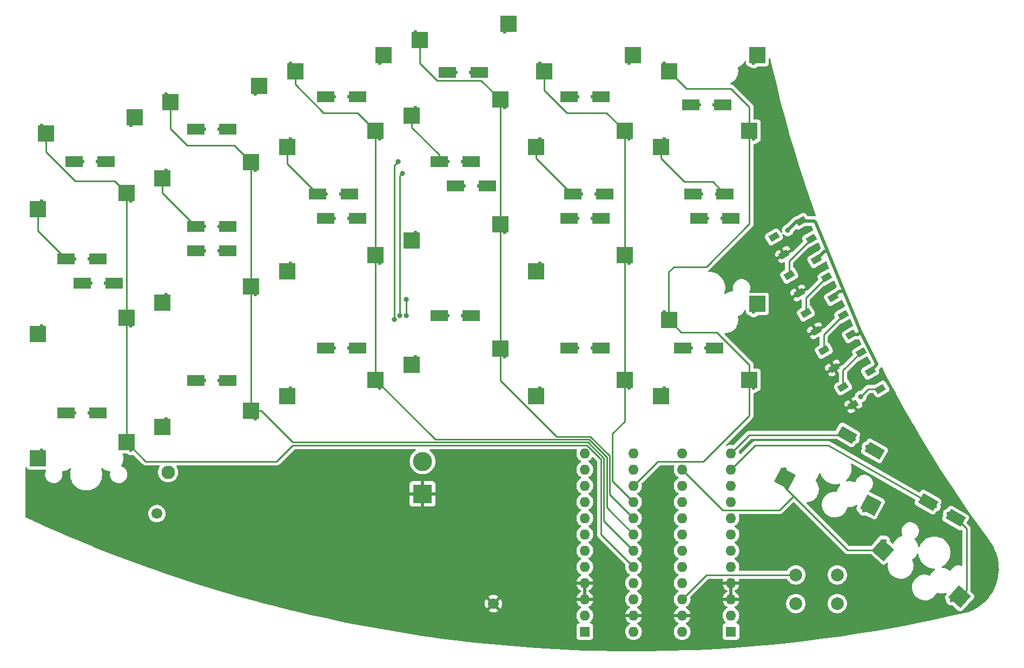
<source format=gbr>
%TF.GenerationSoftware,KiCad,Pcbnew,6.0.5-a6ca702e91~116~ubuntu22.04.1*%
%TF.CreationDate,2022-05-20T13:25:00-05:00*%
%TF.ProjectId,board,626f6172-642e-46b6-9963-61645f706362,rev?*%
%TF.SameCoordinates,Original*%
%TF.FileFunction,Copper,L2,Bot*%
%TF.FilePolarity,Positive*%
%FSLAX46Y46*%
G04 Gerber Fmt 4.6, Leading zero omitted, Abs format (unit mm)*
G04 Created by KiCad (PCBNEW 6.0.5-a6ca702e91~116~ubuntu22.04.1) date 2022-05-20 13:25:00*
%MOMM*%
%LPD*%
G01*
G04 APERTURE LIST*
G04 Aperture macros list*
%AMRotRect*
0 Rectangle, with rotation*
0 The origin of the aperture is its center*
0 $1 length*
0 $2 width*
0 $3 Rotation angle, in degrees counterclockwise*
0 Add horizontal line*
21,1,$1,$2,0,0,$3*%
G04 Aperture macros list end*
%TA.AperFunction,ComponentPad*%
%ADD10C,0.600000*%
%TD*%
%TA.AperFunction,SMDPad,CuDef*%
%ADD11R,2.700000X1.700000*%
%TD*%
%TA.AperFunction,SMDPad,CuDef*%
%ADD12RotRect,2.700000X1.700000X330.000000*%
%TD*%
%TA.AperFunction,SMDPad,CuDef*%
%ADD13RotRect,1.500000X1.000000X210.000000*%
%TD*%
%TA.AperFunction,ComponentPad*%
%ADD14O,1.600000X1.600000*%
%TD*%
%TA.AperFunction,ComponentPad*%
%ADD15R,1.600000X1.600000*%
%TD*%
%TA.AperFunction,ComponentPad*%
%ADD16C,2.000000*%
%TD*%
%TA.AperFunction,SMDPad,CuDef*%
%ADD17RotRect,2.550000X2.500000X138.220000*%
%TD*%
%TA.AperFunction,SMDPad,CuDef*%
%ADD18RotRect,2.550000X2.500000X152.190000*%
%TD*%
%TA.AperFunction,SMDPad,CuDef*%
%ADD19R,2.550000X2.500000*%
%TD*%
%TA.AperFunction,ComponentPad*%
%ADD20R,3.000000X3.000000*%
%TD*%
%TA.AperFunction,ComponentPad*%
%ADD21C,3.000000*%
%TD*%
%TA.AperFunction,WasherPad*%
%ADD22C,2.110000*%
%TD*%
%TA.AperFunction,ComponentPad*%
%ADD23C,1.700000*%
%TD*%
%TA.AperFunction,ViaPad*%
%ADD24C,0.800000*%
%TD*%
%TA.AperFunction,Conductor*%
%ADD25C,0.250000*%
%TD*%
%TA.AperFunction,Conductor*%
%ADD26C,0.500000*%
%TD*%
G04 APERTURE END LIST*
D10*
%TO.P,D20,1,K*%
%TO.N,Row0*%
X128150000Y-99060000D03*
D11*
X129500000Y-99060000D03*
D10*
%TO.P,D20,2,A*%
%TO.N,Net-(K20-Pad2)*%
X125850000Y-99060000D03*
D11*
X124500000Y-99060000D03*
%TD*%
D10*
%TO.P,D61,1,K*%
%TO.N,Row1*%
X219984071Y-123885000D03*
D12*
X218814936Y-123210000D03*
D10*
%TO.P,D61,2,A*%
%TO.N,Net-(D61-Pad2)*%
X221975929Y-125035000D03*
D12*
X223145064Y-125710000D03*
%TD*%
D10*
%TO.P,D60,1,K*%
%TO.N,Row0*%
X207284071Y-113360000D03*
D12*
X206114936Y-112685000D03*
D10*
%TO.P,D60,2,A*%
%TO.N,Net-(D60-Pad2)*%
X209275929Y-114510000D03*
D12*
X210445064Y-115185000D03*
%TD*%
D10*
%TO.P,D53,1,K*%
%TO.N,Row3*%
X183000000Y-60960000D03*
D11*
X181650000Y-60960000D03*
D10*
%TO.P,D53,2,A*%
%TO.N,Net-(K53-Pad2)*%
X185300000Y-60960000D03*
D11*
X186650000Y-60960000D03*
%TD*%
D10*
%TO.P,D52,1,K*%
%TO.N,Row2*%
X183410000Y-74930000D03*
D11*
X182060000Y-74930000D03*
D10*
%TO.P,D52,2,A*%
%TO.N,Net-(K52-Pad2)*%
X185710000Y-74930000D03*
D11*
X187060000Y-74930000D03*
%TD*%
D10*
%TO.P,D51,1,K*%
%TO.N,Row1*%
X184270000Y-78740000D03*
D11*
X182920000Y-78740000D03*
D10*
%TO.P,D51,2,A*%
%TO.N,Net-(K51-Pad2)*%
X186570000Y-78740000D03*
D11*
X187920000Y-78740000D03*
%TD*%
D10*
%TO.P,D50,1,K*%
%TO.N,Row0*%
X181730000Y-99060000D03*
D11*
X180380000Y-99060000D03*
D10*
%TO.P,D50,2,A*%
%TO.N,Net-(K50-Pad2)*%
X184030000Y-99060000D03*
D11*
X185380000Y-99060000D03*
%TD*%
D10*
%TO.P,D43,1,K*%
%TO.N,Row3*%
X166250000Y-59690000D03*
D11*
X167600000Y-59690000D03*
D10*
%TO.P,D43,2,A*%
%TO.N,Net-(K43-Pad2)*%
X163950000Y-59690000D03*
D11*
X162600000Y-59690000D03*
%TD*%
D10*
%TO.P,D42,1,K*%
%TO.N,Row2*%
X166885000Y-74930000D03*
D11*
X168235000Y-74930000D03*
D10*
%TO.P,D42,2,A*%
%TO.N,Net-(K42-Pad2)*%
X164585000Y-74930000D03*
D11*
X163235000Y-74930000D03*
%TD*%
D10*
%TO.P,D41,1,K*%
%TO.N,Row1*%
X166250000Y-78740000D03*
D11*
X167600000Y-78740000D03*
D10*
%TO.P,D41,2,A*%
%TO.N,Net-(K41-Pad2)*%
X163950000Y-78740000D03*
D11*
X162600000Y-78740000D03*
%TD*%
D10*
%TO.P,D40,1,K*%
%TO.N,Row0*%
X166250000Y-99060000D03*
D11*
X167600000Y-99060000D03*
D10*
%TO.P,D40,2,A*%
%TO.N,Net-(K40-Pad2)*%
X163950000Y-99060000D03*
D11*
X162600000Y-99060000D03*
%TD*%
D10*
%TO.P,D33,1,K*%
%TO.N,Row3*%
X147200000Y-55880000D03*
D11*
X148550000Y-55880000D03*
D10*
%TO.P,D33,2,A*%
%TO.N,Net-(K33-Pad2)*%
X144900000Y-55880000D03*
D11*
X143550000Y-55880000D03*
%TD*%
D10*
%TO.P,D32,1,K*%
%TO.N,Row2*%
X145930000Y-69850000D03*
D11*
X147280000Y-69850000D03*
D10*
%TO.P,D32,2,A*%
%TO.N,Net-(K32-Pad2)*%
X143630000Y-69850000D03*
D11*
X142280000Y-69850000D03*
%TD*%
D10*
%TO.P,D31,1,K*%
%TO.N,Row1*%
X148470000Y-73660000D03*
D11*
X149820000Y-73660000D03*
D10*
%TO.P,D31,2,A*%
%TO.N,Net-(K31-Pad2)*%
X146170000Y-73660000D03*
D11*
X144820000Y-73660000D03*
%TD*%
D10*
%TO.P,D30,1,K*%
%TO.N,Row0*%
X145930000Y-93980000D03*
D11*
X147280000Y-93980000D03*
D10*
%TO.P,D30,2,A*%
%TO.N,Net-(K30-Pad2)*%
X143630000Y-93980000D03*
D11*
X142280000Y-93980000D03*
%TD*%
D10*
%TO.P,D23,1,K*%
%TO.N,Row3*%
X128150000Y-59690000D03*
D11*
X129500000Y-59690000D03*
D10*
%TO.P,D23,2,A*%
%TO.N,Net-(K23-Pad2)*%
X125850000Y-59690000D03*
D11*
X124500000Y-59690000D03*
%TD*%
D10*
%TO.P,D22,1,K*%
%TO.N,Row2*%
X126880000Y-74930000D03*
D11*
X128230000Y-74930000D03*
D10*
%TO.P,D22,2,A*%
%TO.N,Net-(K22-Pad2)*%
X124580000Y-74930000D03*
D11*
X123230000Y-74930000D03*
%TD*%
D10*
%TO.P,D21,1,K*%
%TO.N,Row1*%
X128150000Y-78740000D03*
D11*
X129500000Y-78740000D03*
D10*
%TO.P,D21,2,A*%
%TO.N,Net-(K21-Pad2)*%
X125850000Y-78740000D03*
D11*
X124500000Y-78740000D03*
%TD*%
D10*
%TO.P,D13,1,K*%
%TO.N,Row3*%
X107830000Y-64770000D03*
D11*
X109180000Y-64770000D03*
D10*
%TO.P,D13,2,A*%
%TO.N,Net-(D13-Pad2)*%
X105530000Y-64770000D03*
D11*
X104180000Y-64770000D03*
%TD*%
D10*
%TO.P,D12,1,K*%
%TO.N,Row2*%
X107830000Y-80010000D03*
D11*
X109180000Y-80010000D03*
D10*
%TO.P,D12,2,A*%
%TO.N,Net-(D12-Pad2)*%
X105530000Y-80010000D03*
D11*
X104180000Y-80010000D03*
%TD*%
D10*
%TO.P,D11,1,K*%
%TO.N,Row1*%
X107830000Y-83820000D03*
D11*
X109180000Y-83820000D03*
D10*
%TO.P,D11,2,A*%
%TO.N,Net-(D11-Pad2)*%
X105530000Y-83820000D03*
D11*
X104180000Y-83820000D03*
%TD*%
D10*
%TO.P,D10,1,K*%
%TO.N,Row0*%
X107830000Y-104140000D03*
D11*
X109180000Y-104140000D03*
D10*
%TO.P,D10,2,A*%
%TO.N,Net-(D10-Pad2)*%
X105530000Y-104140000D03*
D11*
X104180000Y-104140000D03*
%TD*%
D10*
%TO.P,D03,1,K*%
%TO.N,Row3*%
X88780000Y-69850000D03*
D11*
X90130000Y-69850000D03*
D10*
%TO.P,D03,2,A*%
%TO.N,Net-(K03-Pad2)*%
X86480000Y-69850000D03*
D11*
X85130000Y-69850000D03*
%TD*%
D10*
%TO.P,D02,1,K*%
%TO.N,Row2*%
X87510000Y-85090000D03*
D11*
X88860000Y-85090000D03*
D10*
%TO.P,D02,2,A*%
%TO.N,Net-(K02-Pad2)*%
X85210000Y-85090000D03*
D11*
X83860000Y-85090000D03*
%TD*%
D10*
%TO.P,D01,1,K*%
%TO.N,Row1*%
X90050000Y-88900000D03*
D11*
X91400000Y-88900000D03*
D10*
%TO.P,D01,2,A*%
%TO.N,Net-(K01-Pad2)*%
X87750000Y-88900000D03*
D11*
X86400000Y-88900000D03*
%TD*%
D10*
%TO.P,D00,1,K*%
%TO.N,Row0*%
X87510000Y-109220000D03*
D11*
X88860000Y-109220000D03*
D10*
%TO.P,D00,2,A*%
%TO.N,Net-(K00-Pad2)*%
X85210000Y-109220000D03*
D11*
X83860000Y-109220000D03*
%TD*%
D13*
%TO.P,LED2,1,VSS*%
%TO.N,/LED 5V Supply*%
X203939775Y-91159032D03*
%TO.P,LED2,2,DIN*%
%TO.N,Net-(LED1-Pad4)*%
X205539775Y-93930314D03*
%TO.P,LED2,3,VDD*%
%TO.N,GND*%
X201296251Y-96380314D03*
%TO.P,LED2,4,DO*%
%TO.N,Net-(LED2-Pad4)*%
X199696251Y-93609032D03*
%TD*%
%TO.P,LED1,1,VSS*%
%TO.N,/LED 5V Supply*%
X206750062Y-96992023D03*
%TO.P,LED1,2,DIN*%
%TO.N,Net-(LED0-Pad4)*%
X208350062Y-99763305D03*
%TO.P,LED1,3,VDD*%
%TO.N,GND*%
X204106538Y-102213305D03*
%TO.P,LED1,4,DO*%
%TO.N,Net-(LED1-Pad4)*%
X202506538Y-99442023D03*
%TD*%
%TO.P,LED4,4,DO*%
%TO.N,unconnected-(LED4-Pad4)*%
X194688238Y-81669359D03*
%TO.P,LED4,3,VDD*%
%TO.N,GND*%
X196288238Y-84440641D03*
%TO.P,LED4,2,DIN*%
%TO.N,Net-(LED3-Pad4)*%
X200531762Y-81990641D03*
%TO.P,LED4,1,VSS*%
%TO.N,/LED 5V Supply*%
X198931762Y-79219359D03*
%TD*%
%TO.P,LED3,1,VSS*%
%TO.N,/LED 5V Supply*%
X201332637Y-85232453D03*
%TO.P,LED3,2,DIN*%
%TO.N,Net-(LED2-Pad4)*%
X202932637Y-88003735D03*
%TO.P,LED3,3,VDD*%
%TO.N,GND*%
X198689113Y-90453735D03*
%TO.P,LED3,4,DO*%
%TO.N,Net-(LED3-Pad4)*%
X197089113Y-87682453D03*
%TD*%
%TO.P,LED0,1,VSS*%
%TO.N,/LED 5V Supply*%
X209760146Y-102724468D03*
%TO.P,LED0,2,DIN*%
%TO.N,Net-(LED0-Pad2)*%
X211360146Y-105495750D03*
%TO.P,LED0,3,VDD*%
%TO.N,GND*%
X207116622Y-107945750D03*
%TO.P,LED0,4,DO*%
%TO.N,Net-(LED0-Pad4)*%
X205516622Y-105174468D03*
%TD*%
D14*
%TO.P,Nice!NanoV2,24,Pin_24*%
%TO.N,Bat+*%
X180335000Y-143515000D03*
%TO.P,Nice!NanoV2,23,Pin_23*%
%TO.N,GND*%
X180335000Y-140975000D03*
%TO.P,Nice!NanoV2,22,Pin_22*%
%TO.N,Net-(Nice!NanoV2-Pad22)*%
X180335000Y-138435000D03*
%TO.P,Nice!NanoV2,21,Pin_21*%
%TO.N,/Peripheral 3.3V Supply*%
X180335000Y-135895000D03*
%TO.P,Nice!NanoV2,20,Pin_20*%
%TO.N,Col0*%
X180335000Y-133355000D03*
%TO.P,Nice!NanoV2,19,Pin_19*%
%TO.N,Col1*%
X180335000Y-130815000D03*
%TO.P,Nice!NanoV2,18,Pin_18*%
%TO.N,Col2*%
X180335000Y-128275000D03*
%TO.P,Nice!NanoV2,17,Pin_17*%
%TO.N,Col3*%
X180335000Y-125735000D03*
%TO.P,Nice!NanoV2,16,Pin_16*%
%TO.N,Col4*%
X180335000Y-123195000D03*
%TO.P,Nice!NanoV2,15,Pin_15*%
%TO.N,Col5*%
X180335000Y-120655000D03*
%TO.P,Nice!NanoV2,14,Pin_14*%
%TO.N,Col6*%
X180335000Y-118115000D03*
%TO.P,Nice!NanoV2,13,Pin_13*%
%TO.N,unconnected-(Nice!NanoV2-Pad13)*%
X180335000Y-115575000D03*
%TO.P,Nice!NanoV2,12,Pin_12*%
%TO.N,Row0*%
X165095000Y-115575000D03*
%TO.P,Nice!NanoV2,11,Pin_11*%
%TO.N,Row1*%
X165095000Y-118115000D03*
%TO.P,Nice!NanoV2,10,Pin_10*%
%TO.N,Row2*%
X165095000Y-120655000D03*
%TO.P,Nice!NanoV2,9,Pin_9*%
%TO.N,Row3*%
X165095000Y-123195000D03*
%TO.P,Nice!NanoV2,8,Pin_8*%
%TO.N,unconnected-(Nice!NanoV2-Pad8)*%
X165095000Y-125735000D03*
%TO.P,Nice!NanoV2,7,Pin_7*%
%TO.N,unconnected-(Nice!NanoV2-Pad7)*%
X165095000Y-128275000D03*
%TO.P,Nice!NanoV2,6,Pin_6*%
%TO.N,unconnected-(Nice!NanoV2-Pad6)*%
X165095000Y-130815000D03*
%TO.P,Nice!NanoV2,5,Pin_5*%
%TO.N,unconnected-(Nice!NanoV2-Pad5)*%
X165095000Y-133355000D03*
%TO.P,Nice!NanoV2,4,Pin_4*%
%TO.N,GND*%
X165095000Y-135895000D03*
%TO.P,Nice!NanoV2,3,Pin_3*%
X165095000Y-138435000D03*
%TO.P,Nice!NanoV2,2,Pin_2*%
%TO.N,unconnected-(Nice!NanoV2-Pad2)*%
X165095000Y-140975000D03*
D15*
%TO.P,Nice!NanoV2,1,Pin_1*%
%TO.N,LED Control*%
X165095000Y-143515000D03*
%TD*%
D16*
%TO.P,Reset1,1,1*%
%TO.N,Net-(Nice!NanoV2-Pad22)*%
X204620000Y-134620000D03*
X198120000Y-134620000D03*
%TO.P,Reset1,2,2*%
%TO.N,Bat+*%
X204620000Y-139120000D03*
X198120000Y-139120000D03*
%TD*%
D14*
%TO.P,Nice!NanoV2,24,Pin_24*%
%TO.N,Bat+*%
X172725000Y-143515000D03*
%TO.P,Nice!NanoV2,23,Pin_23*%
%TO.N,GND*%
X172725000Y-140975000D03*
%TO.P,Nice!NanoV2,22,Pin_22*%
%TO.N,Net-(Nice!NanoV2-Pad22)*%
X172725000Y-138435000D03*
%TO.P,Nice!NanoV2,21,Pin_21*%
%TO.N,/Peripheral 3.3V Supply*%
X172725000Y-135895000D03*
%TO.P,Nice!NanoV2,20,Pin_20*%
%TO.N,Col0*%
X172725000Y-133355000D03*
%TO.P,Nice!NanoV2,19,Pin_19*%
%TO.N,Col1*%
X172725000Y-130815000D03*
%TO.P,Nice!NanoV2,18,Pin_18*%
%TO.N,Col2*%
X172725000Y-128275000D03*
%TO.P,Nice!NanoV2,17,Pin_17*%
%TO.N,Col3*%
X172725000Y-125735000D03*
%TO.P,Nice!NanoV2,16,Pin_16*%
%TO.N,Col4*%
X172725000Y-123195000D03*
%TO.P,Nice!NanoV2,15,Pin_15*%
%TO.N,Col5*%
X172725000Y-120655000D03*
%TO.P,Nice!NanoV2,14,Pin_14*%
%TO.N,Col6*%
X172725000Y-118115000D03*
%TO.P,Nice!NanoV2,13,Pin_13*%
%TO.N,unconnected-(Nice!NanoV2-Pad13)*%
X172725000Y-115575000D03*
%TO.P,Nice!NanoV2,12,Pin_12*%
%TO.N,Row0*%
X187965000Y-115575000D03*
%TO.P,Nice!NanoV2,11,Pin_11*%
%TO.N,Row1*%
X187965000Y-118115000D03*
%TO.P,Nice!NanoV2,10,Pin_10*%
%TO.N,Row2*%
X187965000Y-120655000D03*
%TO.P,Nice!NanoV2,9,Pin_9*%
%TO.N,Row3*%
X187965000Y-123195000D03*
%TO.P,Nice!NanoV2,8,Pin_8*%
%TO.N,unconnected-(Nice!NanoV2-Pad8)*%
X187965000Y-125735000D03*
%TO.P,Nice!NanoV2,7,Pin_7*%
%TO.N,unconnected-(Nice!NanoV2-Pad7)*%
X187965000Y-128275000D03*
%TO.P,Nice!NanoV2,6,Pin_6*%
%TO.N,unconnected-(Nice!NanoV2-Pad6)*%
X187965000Y-130815000D03*
%TO.P,Nice!NanoV2,5,Pin_5*%
%TO.N,unconnected-(Nice!NanoV2-Pad5)*%
X187965000Y-133355000D03*
%TO.P,Nice!NanoV2,4,Pin_4*%
%TO.N,GND*%
X187965000Y-135895000D03*
%TO.P,Nice!NanoV2,3,Pin_3*%
X187965000Y-138435000D03*
%TO.P,Nice!NanoV2,2,Pin_2*%
%TO.N,unconnected-(Nice!NanoV2-Pad2)*%
X187965000Y-140975000D03*
D15*
%TO.P,Nice!NanoV2,1,Pin_1*%
%TO.N,LED Control*%
X187965000Y-143515000D03*
%TD*%
D17*
%TO.P,K61,1,1*%
%TO.N,Col6*%
X211740517Y-130714030D03*
%TO.P,K61,2,2*%
%TO.N,Net-(D61-Pad2)*%
X223760913Y-138047800D03*
D10*
X222485965Y-138611743D03*
%TO.P,K61,1,1*%
%TO.N,Col6*%
X212068415Y-129303920D03*
%TD*%
%TO.P,K60,1,1*%
%TO.N,Col6*%
X196381928Y-118036954D03*
%TO.P,K60,2,2*%
%TO.N,Net-(D60-Pad2)*%
X208738387Y-124554532D03*
D18*
X209839481Y-123699479D03*
%TO.P,K60,1,1*%
%TO.N,Col6*%
X196404148Y-119484515D03*
%TD*%
D19*
%TO.P,K53,1,1*%
%TO.N,Col5*%
X178270000Y-55720000D03*
%TO.P,K53,2,2*%
%TO.N,Net-(K53-Pad2)*%
X192120000Y-53180000D03*
D10*
X191545000Y-54450000D03*
%TO.P,K53,1,1*%
%TO.N,Col5*%
X177575000Y-54450000D03*
%TD*%
D19*
%TO.P,K52,1,1*%
%TO.N,Col5*%
X190850000Y-65060000D03*
%TO.P,K52,2,2*%
%TO.N,Net-(K52-Pad2)*%
X177000000Y-67600000D03*
D10*
X177575000Y-66330000D03*
%TO.P,K52,1,1*%
%TO.N,Col5*%
X191545000Y-66330000D03*
%TD*%
D19*
%TO.P,K51,1,1*%
%TO.N,Col5*%
X178270000Y-94720000D03*
%TO.P,K51,2,2*%
%TO.N,Net-(K51-Pad2)*%
X192120000Y-92180000D03*
D10*
X191545000Y-93450000D03*
%TO.P,K51,1,1*%
%TO.N,Col5*%
X177575000Y-93450000D03*
%TD*%
D19*
%TO.P,K50,1,1*%
%TO.N,Col5*%
X190850000Y-104060000D03*
%TO.P,K50,2,2*%
%TO.N,Net-(K50-Pad2)*%
X177000000Y-106600000D03*
D10*
X177575000Y-105330000D03*
%TO.P,K50,1,1*%
%TO.N,Col5*%
X191545000Y-105330000D03*
%TD*%
D19*
%TO.P,K43,1,1*%
%TO.N,Col4*%
X158770000Y-55720000D03*
%TO.P,K43,2,2*%
%TO.N,Net-(K43-Pad2)*%
X172620000Y-53180000D03*
D10*
X172045000Y-54450000D03*
%TO.P,K43,1,1*%
%TO.N,Col4*%
X158075000Y-54450000D03*
%TD*%
D19*
%TO.P,K42,1,1*%
%TO.N,Col4*%
X171350000Y-65060000D03*
%TO.P,K42,2,2*%
%TO.N,Net-(K42-Pad2)*%
X157500000Y-67600000D03*
D10*
X158075000Y-66330000D03*
%TO.P,K42,1,1*%
%TO.N,Col4*%
X172045000Y-66330000D03*
%TD*%
D19*
%TO.P,K41,1,1*%
%TO.N,Col4*%
X171350000Y-84560000D03*
%TO.P,K41,2,2*%
%TO.N,Net-(K41-Pad2)*%
X157500000Y-87100000D03*
D10*
X158075000Y-85830000D03*
%TO.P,K41,1,1*%
%TO.N,Col4*%
X172045000Y-85830000D03*
%TD*%
D19*
%TO.P,K40,1,1*%
%TO.N,Col4*%
X171350000Y-104060000D03*
%TO.P,K40,2,2*%
%TO.N,Net-(K40-Pad2)*%
X157500000Y-106600000D03*
D10*
X158075000Y-105330000D03*
%TO.P,K40,1,1*%
%TO.N,Col4*%
X172045000Y-105330000D03*
%TD*%
D19*
%TO.P,K33,1,1*%
%TO.N,Col3*%
X139270000Y-50845000D03*
%TO.P,K33,2,2*%
%TO.N,Net-(K33-Pad2)*%
X153120000Y-48305000D03*
D10*
X152545000Y-49575000D03*
%TO.P,K33,1,1*%
%TO.N,Col3*%
X138575000Y-49575000D03*
%TD*%
D19*
%TO.P,K32,1,1*%
%TO.N,Col3*%
X151850000Y-60185000D03*
%TO.P,K32,2,2*%
%TO.N,Net-(K32-Pad2)*%
X138000000Y-62725000D03*
D10*
X138575000Y-61455000D03*
%TO.P,K32,1,1*%
%TO.N,Col3*%
X152545000Y-61455000D03*
%TD*%
D19*
%TO.P,K31,1,1*%
%TO.N,Col3*%
X151850000Y-79685000D03*
%TO.P,K31,2,2*%
%TO.N,Net-(K31-Pad2)*%
X138000000Y-82225000D03*
D10*
X138575000Y-80955000D03*
%TO.P,K31,1,1*%
%TO.N,Col3*%
X152545000Y-80955000D03*
%TD*%
D19*
%TO.P,K30,1,1*%
%TO.N,Col3*%
X151850000Y-99185000D03*
%TO.P,K30,2,2*%
%TO.N,Net-(K30-Pad2)*%
X138000000Y-101725000D03*
D10*
X138575000Y-100455000D03*
%TO.P,K30,1,1*%
%TO.N,Col3*%
X152545000Y-100455000D03*
%TD*%
D19*
%TO.P,K23,1,1*%
%TO.N,Col2*%
X119770000Y-55720000D03*
%TO.P,K23,2,2*%
%TO.N,Net-(K23-Pad2)*%
X133620000Y-53180000D03*
D10*
X133045000Y-54450000D03*
%TO.P,K23,1,1*%
%TO.N,Col2*%
X119075000Y-54450000D03*
%TD*%
D19*
%TO.P,K22,1,1*%
%TO.N,Col2*%
X132350000Y-65060000D03*
%TO.P,K22,2,2*%
%TO.N,Net-(K22-Pad2)*%
X118500000Y-67600000D03*
D10*
X119075000Y-66330000D03*
%TO.P,K22,1,1*%
%TO.N,Col2*%
X133045000Y-66330000D03*
%TD*%
D19*
%TO.P,K21,1,1*%
%TO.N,Col2*%
X132350000Y-84560000D03*
%TO.P,K21,2,2*%
%TO.N,Net-(K21-Pad2)*%
X118500000Y-87100000D03*
D10*
X119075000Y-85830000D03*
%TO.P,K21,1,1*%
%TO.N,Col2*%
X133045000Y-85830000D03*
%TD*%
D19*
%TO.P,K20,1,1*%
%TO.N,Col2*%
X132350000Y-104060000D03*
%TO.P,K20,2,2*%
%TO.N,Net-(K20-Pad2)*%
X118500000Y-106600000D03*
D10*
X119075000Y-105330000D03*
%TO.P,K20,1,1*%
%TO.N,Col2*%
X133045000Y-105330000D03*
%TD*%
D19*
%TO.P,K13,1,1*%
%TO.N,Col1*%
X100270000Y-60595000D03*
%TO.P,K13,2,2*%
%TO.N,Net-(D13-Pad2)*%
X114120000Y-58055000D03*
D10*
X113545000Y-59325000D03*
%TO.P,K13,1,1*%
%TO.N,Col1*%
X99575000Y-59325000D03*
%TD*%
D19*
%TO.P,K12,1,1*%
%TO.N,Col1*%
X112850000Y-69935000D03*
%TO.P,K12,2,2*%
%TO.N,Net-(D12-Pad2)*%
X99000000Y-72475000D03*
D10*
X99575000Y-71205000D03*
%TO.P,K12,1,1*%
%TO.N,Col1*%
X113545000Y-71205000D03*
%TD*%
D19*
%TO.P,K11,1,1*%
%TO.N,Col1*%
X112850000Y-89435000D03*
%TO.P,K11,2,2*%
%TO.N,Net-(D11-Pad2)*%
X99000000Y-91975000D03*
D10*
X99575000Y-90705000D03*
%TO.P,K11,1,1*%
%TO.N,Col1*%
X113545000Y-90705000D03*
%TD*%
D19*
%TO.P,K10,1,1*%
%TO.N,Col1*%
X112850000Y-108935000D03*
%TO.P,K10,2,2*%
%TO.N,Net-(D10-Pad2)*%
X99000000Y-111475000D03*
D10*
X99575000Y-110205000D03*
%TO.P,K10,1,1*%
%TO.N,Col1*%
X113545000Y-110205000D03*
%TD*%
D19*
%TO.P,K03,1,1*%
%TO.N,Col0*%
X80770000Y-65470000D03*
%TO.P,K03,2,2*%
%TO.N,Net-(K03-Pad2)*%
X94620000Y-62930000D03*
D10*
X94045000Y-64200000D03*
%TO.P,K03,1,1*%
%TO.N,Col0*%
X80075000Y-64200000D03*
%TD*%
D19*
%TO.P,K02,1,1*%
%TO.N,Col0*%
X93350000Y-74810000D03*
%TO.P,K02,2,2*%
%TO.N,Net-(K02-Pad2)*%
X79500000Y-77350000D03*
D10*
X80075000Y-76080000D03*
%TO.P,K02,1,1*%
%TO.N,Col0*%
X94045000Y-76080000D03*
%TD*%
D19*
%TO.P,K01,1,1*%
%TO.N,Col0*%
X93350000Y-94310000D03*
%TO.P,K01,2,2*%
%TO.N,Net-(K01-Pad2)*%
X79500000Y-96850000D03*
D10*
X80075000Y-95580000D03*
%TO.P,K01,1,1*%
%TO.N,Col0*%
X94045000Y-95580000D03*
%TD*%
D19*
%TO.P,K00,1,1*%
%TO.N,Col0*%
X93350000Y-113810000D03*
%TO.P,K00,2,2*%
%TO.N,Net-(K00-Pad2)*%
X79500000Y-116350000D03*
D10*
X80075000Y-115080000D03*
%TO.P,K00,1,1*%
%TO.N,Col0*%
X94045000Y-115080000D03*
%TD*%
D20*
%TO.P,BatteryJmp1,1,Pin_1*%
%TO.N,GND*%
X139700000Y-121920000D03*
D21*
%TO.P,BatteryJmp1,2,Pin_2*%
%TO.N,Net-(Battery1-Pad1)*%
X139700000Y-116840000D03*
%TD*%
D22*
%TO.P,Battery1,*%
%TO.N,*%
X99872609Y-118555478D03*
D23*
%TO.P,Battery1,1,+*%
%TO.N,Net-(Battery1-Pad1)*%
X98138521Y-125027181D03*
%TO.P,Battery1,2,-*%
%TO.N,GND*%
X150781479Y-139132819D03*
%TD*%
D24*
%TO.N,Net-(LED0-Pad2)*%
X208280000Y-106680000D03*
%TO.N,/LED 5V Supply*%
X196850000Y-80645000D03*
%TO.N,Row3*%
X135890000Y-69850000D03*
%TO.N,Row2*%
X136525000Y-71755000D03*
%TO.N,Row3*%
X135255000Y-94615000D03*
%TO.N,Row2*%
X136160497Y-93980000D03*
%TO.N,Row1*%
X137160000Y-93980000D03*
X137160000Y-91440000D03*
%TD*%
D25*
%TO.N,Net-(K52-Pad2)*%
X177000000Y-67600000D02*
X177000000Y-69393008D01*
X177000000Y-69393008D02*
X180631992Y-73025000D01*
X180631992Y-73025000D02*
X185155000Y-73025000D01*
X185155000Y-73025000D02*
X187060000Y-74930000D01*
%TO.N,Net-(LED0-Pad2)*%
X208280000Y-106680000D02*
X209464250Y-105495750D01*
X209464250Y-105495750D02*
X211360146Y-105495750D01*
D26*
%TO.N,/LED 5V Supply*%
X198275641Y-79219359D02*
X196850000Y-80645000D01*
X198931762Y-79219359D02*
X198275641Y-79219359D01*
X201217561Y-79452439D02*
X203076098Y-83943902D01*
X198931762Y-79219359D02*
X200984481Y-79219359D01*
X200984481Y-79219359D02*
X201217561Y-79452439D01*
X203076098Y-83943902D02*
X205678049Y-90231951D01*
X201332637Y-85232453D02*
X202621188Y-83943902D01*
X202621188Y-83943902D02*
X203076098Y-83943902D01*
X205678049Y-90231951D02*
X208280000Y-96520000D01*
X203939775Y-91159032D02*
X204866856Y-90231951D01*
X204866856Y-90231951D02*
X205678049Y-90231951D01*
X206750062Y-96992023D02*
X207807977Y-96992023D01*
X207807977Y-96992023D02*
X208280000Y-96520000D01*
X209760146Y-102724468D02*
X210820000Y-101664614D01*
X210820000Y-101664614D02*
X210820000Y-101600000D01*
X208280000Y-96520000D02*
X210820000Y-101600000D01*
D25*
%TO.N,Net-(LED0-Pad4)*%
X208350062Y-99763305D02*
X205516622Y-102596745D01*
X205516622Y-102596745D02*
X205516622Y-105174468D01*
%TO.N,Net-(LED1-Pad4)*%
X205539775Y-93930314D02*
X202506538Y-96963551D01*
X202506538Y-96963551D02*
X202506538Y-99442023D01*
%TO.N,Net-(LED2-Pad4)*%
X202932637Y-88003735D02*
X199696251Y-91240121D01*
X199696251Y-91240121D02*
X199696251Y-93609032D01*
%TO.N,Net-(LED3-Pad4)*%
X200531762Y-81990641D02*
X197089113Y-85433290D01*
X197089113Y-85433290D02*
X197089113Y-87682453D01*
%TO.N,Row3*%
X135255000Y-70485000D02*
X135890000Y-69850000D01*
X135255000Y-92075000D02*
X135255000Y-70485000D01*
%TO.N,Col5*%
X184150000Y-86360000D02*
X179070000Y-86360000D01*
X178254579Y-94704579D02*
X178270000Y-94720000D01*
X190865421Y-79644579D02*
X184150000Y-86360000D01*
X190865421Y-65075421D02*
X190865421Y-79644579D01*
X190850000Y-65060000D02*
X190865421Y-65075421D01*
X179070000Y-86360000D02*
X178254579Y-87175421D01*
X178254579Y-87175421D02*
X178254579Y-94704579D01*
X180970000Y-58420000D02*
X187960000Y-58420000D01*
X178270000Y-55720000D02*
X180970000Y-58420000D01*
X187960000Y-58420000D02*
X190850000Y-61310000D01*
X190850000Y-61310000D02*
X190850000Y-65060000D01*
%TO.N,Col4*%
X158770000Y-55720000D02*
X158770000Y-58709022D01*
X158770000Y-58709022D02*
X162290978Y-62230000D01*
X162290978Y-62230000D02*
X168520000Y-62230000D01*
X168520000Y-62230000D02*
X171350000Y-65060000D01*
%TO.N,Col3*%
X139270000Y-50845000D02*
X139270000Y-54449022D01*
X139270000Y-54449022D02*
X141970978Y-57150000D01*
X141970978Y-57150000D02*
X148815000Y-57150000D01*
X148815000Y-57150000D02*
X151850000Y-60185000D01*
%TO.N,Col2*%
X119770000Y-55720000D02*
X119770000Y-57809022D01*
X119770000Y-57809022D02*
X124190978Y-62230000D01*
X124190978Y-62230000D02*
X129520000Y-62230000D01*
X129520000Y-62230000D02*
X132350000Y-65060000D01*
%TO.N,Col1*%
X100270000Y-64710000D02*
X102870000Y-67310000D01*
X100270000Y-60595000D02*
X100270000Y-64710000D01*
X102870000Y-67310000D02*
X110225000Y-67310000D01*
X110225000Y-67310000D02*
X112850000Y-69935000D01*
%TO.N,Col0*%
X80770000Y-65470000D02*
X80770000Y-68339022D01*
X80770000Y-68339022D02*
X85366457Y-72935479D01*
X85366457Y-72935479D02*
X91475479Y-72935479D01*
X91475479Y-72935479D02*
X93350000Y-74810000D01*
%TO.N,Net-(K42-Pad2)*%
X157500000Y-67600000D02*
X157500000Y-69393008D01*
X157500000Y-69393008D02*
X163036992Y-74930000D01*
X163036992Y-74930000D02*
X163235000Y-74930000D01*
%TO.N,Net-(K32-Pad2)*%
X138000000Y-62725000D02*
X138000000Y-64518008D01*
X138000000Y-64518008D02*
X142280000Y-68798008D01*
X142280000Y-68798008D02*
X142280000Y-69850000D01*
%TO.N,Net-(K22-Pad2)*%
X118500000Y-67600000D02*
X118500000Y-70200000D01*
X118500000Y-70200000D02*
X123230000Y-74930000D01*
%TO.N,Net-(D12-Pad2)*%
X99000000Y-72475000D02*
X99000000Y-74830000D01*
X99000000Y-74830000D02*
X104180000Y-80010000D01*
%TO.N,Net-(K02-Pad2)*%
X79500000Y-77350000D02*
X79500000Y-80730000D01*
X79500000Y-80730000D02*
X83860000Y-85090000D01*
%TO.N,Row2*%
X136160497Y-91440000D02*
X136160497Y-72119503D01*
X136160497Y-72119503D02*
X136525000Y-71755000D01*
%TO.N,Col4*%
X171350000Y-65060000D02*
X171365421Y-65075421D01*
X171365421Y-65075421D02*
X171365421Y-84544579D01*
X171365421Y-84544579D02*
X171350000Y-84560000D01*
%TO.N,Col3*%
X151850000Y-60185000D02*
X151865421Y-60200421D01*
X151865421Y-60200421D02*
X151865421Y-79669579D01*
X151865421Y-79669579D02*
X151850000Y-79685000D01*
%TO.N,Col2*%
X132350000Y-65060000D02*
X132365421Y-65075421D01*
X132365421Y-65075421D02*
X132365421Y-84544579D01*
X132365421Y-84544579D02*
X132350000Y-84560000D01*
%TO.N,Col1*%
X112850000Y-69935000D02*
X112865421Y-69950421D01*
X112865421Y-69950421D02*
X112865421Y-89419579D01*
X112865421Y-89419579D02*
X112850000Y-89435000D01*
%TO.N,Col0*%
X93350000Y-74810000D02*
X93365421Y-74825421D01*
X93365421Y-74825421D02*
X93365421Y-94294579D01*
X93365421Y-94294579D02*
X93350000Y-94310000D01*
%TO.N,Row3*%
X135255000Y-94615000D02*
X135255000Y-92075000D01*
%TO.N,Row2*%
X136160497Y-93980000D02*
X136160497Y-91440000D01*
%TO.N,Row1*%
X137160000Y-93980000D02*
X137160000Y-91440000D01*
%TO.N,Col0*%
X93350000Y-113810000D02*
X93365421Y-113794579D01*
X93365421Y-113794579D02*
X93365421Y-94325421D01*
X93365421Y-94325421D02*
X93350000Y-94310000D01*
%TO.N,Col1*%
X112850000Y-108935000D02*
X112865421Y-108919579D01*
X112865421Y-89450421D02*
X112850000Y-89435000D01*
X112865421Y-108919579D02*
X112865421Y-89450421D01*
%TO.N,Col2*%
X132350000Y-104060000D02*
X132365421Y-104044579D01*
X132365421Y-104044579D02*
X132365421Y-84575421D01*
X132365421Y-84575421D02*
X132350000Y-84560000D01*
%TO.N,Col3*%
X151850000Y-99185000D02*
X151865421Y-99169579D01*
X151865421Y-99169579D02*
X151865421Y-79700421D01*
X151865421Y-79700421D02*
X151850000Y-79685000D01*
%TO.N,Col5*%
X190850000Y-104060000D02*
X190850000Y-101680978D01*
X180144521Y-96594521D02*
X178270000Y-94720000D01*
X190850000Y-101680978D02*
X185763543Y-96594521D01*
X185763543Y-96594521D02*
X180144521Y-96594521D01*
%TO.N,Col4*%
X171350000Y-84560000D02*
X171365421Y-84575421D01*
X171365421Y-84575421D02*
X171365421Y-104044579D01*
X171365421Y-104044579D02*
X171350000Y-104060000D01*
%TO.N,Row1*%
X218814936Y-123210000D02*
X203200000Y-114300000D01*
X203200000Y-114300000D02*
X191780000Y-114300000D01*
X191780000Y-114300000D02*
X187965000Y-118115000D01*
%TO.N,Row0*%
X206114936Y-112685000D02*
X190855000Y-112685000D01*
X190855000Y-112685000D02*
X187965000Y-115575000D01*
%TO.N,Net-(D60-Pad2)*%
X209839481Y-123699479D02*
X210445064Y-123093896D01*
%TO.N,Net-(D61-Pad2)*%
X223760913Y-138047800D02*
X224829308Y-136979405D01*
X224829308Y-136979405D02*
X224829308Y-127394244D01*
X224829308Y-127394244D02*
X223145064Y-125710000D01*
%TO.N,Col5*%
X180019700Y-116840000D02*
X182880000Y-116840000D01*
X182880000Y-116840000D02*
X183673008Y-116840000D01*
X172725000Y-120655000D02*
X176540000Y-116840000D01*
X176540000Y-116840000D02*
X182880000Y-116840000D01*
%TO.N,Col4*%
X172725000Y-123195000D02*
X169438080Y-119908080D01*
X169438080Y-119908080D02*
X169438080Y-112501920D01*
X169438080Y-112501920D02*
X171365421Y-110574579D01*
X171365421Y-110574579D02*
X171365421Y-104075421D01*
X171365421Y-104075421D02*
X171350000Y-104060000D01*
%TO.N,Col3*%
X172725000Y-125735000D02*
X168988560Y-121998560D01*
X168988560Y-121998560D02*
X168988560Y-115971109D01*
X168988560Y-115971109D02*
X165968891Y-112951440D01*
X151865421Y-99200421D02*
X151850000Y-99185000D01*
X165968891Y-112951440D02*
X160677418Y-112951440D01*
X160677418Y-112951440D02*
X151865421Y-104139443D01*
X151865421Y-104139443D02*
X151865421Y-99200421D01*
%TO.N,Col2*%
X172725000Y-128275000D02*
X168539040Y-124089040D01*
X165782694Y-113400960D02*
X141690960Y-113400960D01*
X168539040Y-124089040D02*
X168539040Y-116157306D01*
X168539040Y-116157306D02*
X165782694Y-113400960D01*
X141690960Y-113400960D02*
X132350000Y-104060000D01*
%TO.N,Col1*%
X172725000Y-130815000D02*
X168089520Y-126179520D01*
X168089520Y-116343503D02*
X165596497Y-113850480D01*
X168089520Y-126179520D02*
X168089520Y-116343503D01*
X165596497Y-113850480D02*
X119380000Y-113850480D01*
X119380000Y-113850480D02*
X114464520Y-108935000D01*
X114464520Y-108935000D02*
X112850000Y-108935000D01*
%TO.N,Col0*%
X172725000Y-133355000D02*
X167640000Y-128270000D01*
X167640000Y-128270000D02*
X167640000Y-116529700D01*
X167640000Y-116529700D02*
X165410300Y-114300000D01*
X165410300Y-114300000D02*
X119380000Y-114300000D01*
X119380000Y-114300000D02*
X116840000Y-116840000D01*
X116840000Y-116840000D02*
X96380000Y-116840000D01*
X96380000Y-116840000D02*
X93350000Y-113810000D01*
%TO.N,Col5*%
X183673008Y-116840000D02*
X190865421Y-109647587D01*
X190865421Y-109647587D02*
X190865421Y-104075421D01*
X190865421Y-104075421D02*
X190850000Y-104060000D01*
%TO.N,Col6*%
X196404148Y-120897743D02*
X197773202Y-122266798D01*
X197773202Y-122266798D02*
X206220435Y-130714030D01*
X195580000Y-124460000D02*
X197773202Y-122266798D01*
X196404148Y-119484515D02*
X196404148Y-120897743D01*
X206220435Y-130714030D02*
X211740517Y-130714030D01*
X186680000Y-124460000D02*
X195580000Y-124460000D01*
X180335000Y-118115000D02*
X186680000Y-124460000D01*
%TO.N,Net-(Nice!NanoV2-Pad22)*%
X198120000Y-134620000D02*
X184150000Y-134620000D01*
X184150000Y-134620000D02*
X180335000Y-138435000D01*
%TD*%
%TA.AperFunction,Conductor*%
%TO.N,GND*%
G36*
X194112012Y-53675448D02*
G01*
X194150396Y-53735174D01*
X194152559Y-53743610D01*
X194171574Y-53830076D01*
X194398769Y-54863187D01*
X195026392Y-57541217D01*
X195026462Y-57541499D01*
X195026473Y-57541544D01*
X195382702Y-58972759D01*
X195690744Y-60210373D01*
X195949088Y-61190658D01*
X196390996Y-62867474D01*
X196391701Y-62870150D01*
X197129129Y-65520047D01*
X197129249Y-65520455D01*
X197129260Y-65520495D01*
X197900675Y-68152012D01*
X197902889Y-68159564D01*
X198356525Y-69631815D01*
X198708579Y-70774385D01*
X198712836Y-70788202D01*
X198712956Y-70788575D01*
X198712967Y-70788608D01*
X199526702Y-73306109D01*
X199558817Y-73405466D01*
X200195879Y-75287633D01*
X200426329Y-75968485D01*
X200440672Y-76010862D01*
X200440788Y-76011190D01*
X200440796Y-76011213D01*
X201251775Y-78303045D01*
X201255643Y-78373936D01*
X201220570Y-78435665D01*
X201157692Y-78468632D01*
X201103044Y-78467466D01*
X201078871Y-78461551D01*
X201073269Y-78461203D01*
X201073266Y-78461203D01*
X201067717Y-78460859D01*
X201067719Y-78460823D01*
X201063726Y-78460584D01*
X201059534Y-78460210D01*
X201052366Y-78458719D01*
X200986156Y-78460510D01*
X200974960Y-78460813D01*
X200971553Y-78460859D01*
X200019778Y-78460859D01*
X199951657Y-78440857D01*
X199910659Y-78397859D01*
X199872947Y-78332540D01*
X199747588Y-78115411D01*
X199720880Y-78078919D01*
X199715316Y-78071316D01*
X199715315Y-78071314D01*
X199710647Y-78064937D01*
X199665313Y-78027633D01*
X199605103Y-77978088D01*
X199605101Y-77978087D01*
X199598173Y-77972386D01*
X199464244Y-77915123D01*
X199455335Y-77914053D01*
X199455332Y-77914052D01*
X199364626Y-77903156D01*
X199319626Y-77897750D01*
X199310770Y-77899224D01*
X199310768Y-77899224D01*
X199183735Y-77920367D01*
X199183732Y-77920368D01*
X199175945Y-77921664D01*
X199118716Y-77946905D01*
X198272160Y-78435665D01*
X198250440Y-78448205D01*
X198197656Y-78464671D01*
X198126005Y-78470499D01*
X198119044Y-78472754D01*
X198113104Y-78473941D01*
X198107229Y-78475330D01*
X198099960Y-78476177D01*
X198031311Y-78501095D01*
X198027183Y-78502512D01*
X197964705Y-78522752D01*
X197964703Y-78522753D01*
X197957742Y-78525008D01*
X197951487Y-78528804D01*
X197946013Y-78531310D01*
X197940583Y-78534029D01*
X197933704Y-78536526D01*
X197927584Y-78540539D01*
X197927583Y-78540539D01*
X197872665Y-78576545D01*
X197868961Y-78578882D01*
X197806534Y-78616764D01*
X197798157Y-78624162D01*
X197798133Y-78624135D01*
X197795141Y-78626788D01*
X197791908Y-78629491D01*
X197785789Y-78633503D01*
X197768391Y-78651869D01*
X197732513Y-78689742D01*
X197730135Y-78692184D01*
X196693669Y-79728650D01*
X196630772Y-79762801D01*
X196574176Y-79774831D01*
X196574167Y-79774834D01*
X196567712Y-79776206D01*
X196561682Y-79778891D01*
X196561681Y-79778891D01*
X196399278Y-79851197D01*
X196399276Y-79851198D01*
X196393248Y-79853882D01*
X196238747Y-79966134D01*
X196234326Y-79971044D01*
X196234325Y-79971045D01*
X196119897Y-80098131D01*
X196110960Y-80108056D01*
X196070765Y-80177675D01*
X196046953Y-80218920D01*
X196015473Y-80273444D01*
X195956458Y-80455072D01*
X195955768Y-80461633D01*
X195955768Y-80461635D01*
X195949256Y-80523595D01*
X195936496Y-80645000D01*
X195937186Y-80651565D01*
X195952546Y-80797704D01*
X195956458Y-80834928D01*
X195958496Y-80841202D01*
X195958498Y-80841209D01*
X195968021Y-80870517D01*
X195970048Y-80941484D01*
X195933385Y-81002282D01*
X195869673Y-81033607D01*
X195799139Y-81025513D01*
X195744178Y-80980571D01*
X195739069Y-80972452D01*
X195729707Y-80956236D01*
X195504064Y-80565411D01*
X195476033Y-80527111D01*
X195471792Y-80521316D01*
X195471791Y-80521314D01*
X195467123Y-80514937D01*
X195436947Y-80490106D01*
X195361579Y-80428088D01*
X195361577Y-80428087D01*
X195354649Y-80422386D01*
X195220720Y-80365123D01*
X195211811Y-80364053D01*
X195211808Y-80364052D01*
X195105428Y-80351273D01*
X195076102Y-80347750D01*
X195067246Y-80349224D01*
X195067244Y-80349224D01*
X194940211Y-80370367D01*
X194940208Y-80370368D01*
X194932421Y-80371664D01*
X194875192Y-80396905D01*
X193492784Y-81195039D01*
X193442310Y-81231980D01*
X193437288Y-81238083D01*
X193437286Y-81238085D01*
X193416463Y-81263391D01*
X193349759Y-81344455D01*
X193346230Y-81352709D01*
X193346228Y-81352712D01*
X193330338Y-81389877D01*
X193292495Y-81478384D01*
X193275122Y-81623001D01*
X193276596Y-81631856D01*
X193276596Y-81631859D01*
X193294968Y-81742236D01*
X193299037Y-81766682D01*
X193324278Y-81823911D01*
X193872412Y-82773307D01*
X193874433Y-82776068D01*
X193897366Y-82807402D01*
X193909353Y-82823781D01*
X193915455Y-82828802D01*
X194014897Y-82910630D01*
X194014899Y-82910631D01*
X194021827Y-82916332D01*
X194030077Y-82919859D01*
X194030078Y-82919860D01*
X194034770Y-82921866D01*
X194155756Y-82973595D01*
X194164665Y-82974665D01*
X194164668Y-82974666D01*
X194255374Y-82985562D01*
X194300374Y-82990968D01*
X194309230Y-82989494D01*
X194309232Y-82989494D01*
X194436265Y-82968351D01*
X194436268Y-82968350D01*
X194444055Y-82967054D01*
X194501284Y-82941813D01*
X195883692Y-82143679D01*
X195934166Y-82106738D01*
X195943670Y-82095189D01*
X196021010Y-82001198D01*
X196026717Y-81994263D01*
X196030246Y-81986009D01*
X196030248Y-81986006D01*
X196080452Y-81868587D01*
X196083981Y-81860334D01*
X196101354Y-81715717D01*
X196099852Y-81706689D01*
X196078736Y-81579827D01*
X196078735Y-81579825D01*
X196077439Y-81572036D01*
X196052198Y-81514807D01*
X196010951Y-81443365D01*
X195994213Y-81374370D01*
X196017433Y-81307278D01*
X196073241Y-81263391D01*
X196143916Y-81256642D01*
X196207020Y-81289175D01*
X196213705Y-81296053D01*
X196238747Y-81323866D01*
X196393248Y-81436118D01*
X196399276Y-81438802D01*
X196399278Y-81438803D01*
X196561681Y-81511109D01*
X196567712Y-81513794D01*
X196661112Y-81533647D01*
X196748056Y-81552128D01*
X196748061Y-81552128D01*
X196754513Y-81553500D01*
X196945487Y-81553500D01*
X196951939Y-81552128D01*
X196951944Y-81552128D01*
X197038887Y-81533647D01*
X197132288Y-81513794D01*
X197138319Y-81511109D01*
X197300722Y-81438803D01*
X197300724Y-81438802D01*
X197306752Y-81436118D01*
X197461253Y-81323866D01*
X197478034Y-81305229D01*
X197584621Y-81186852D01*
X197584622Y-81186851D01*
X197589040Y-81181944D01*
X197668663Y-81044034D01*
X197681223Y-81022279D01*
X197681224Y-81022278D01*
X197684527Y-81016556D01*
X197726039Y-80888797D01*
X197739387Y-80847716D01*
X197770125Y-80797557D01*
X198094525Y-80473157D01*
X198156837Y-80439131D01*
X198227652Y-80444196D01*
X198250058Y-80457107D01*
X198250752Y-80455966D01*
X198258419Y-80460628D01*
X198265351Y-80466332D01*
X198273602Y-80469860D01*
X198273604Y-80469861D01*
X198324591Y-80491661D01*
X198399280Y-80523595D01*
X198408189Y-80524665D01*
X198408192Y-80524666D01*
X198498898Y-80535562D01*
X198543898Y-80540968D01*
X198552754Y-80539494D01*
X198552756Y-80539494D01*
X198679789Y-80518351D01*
X198679792Y-80518350D01*
X198687579Y-80517054D01*
X198744808Y-80491813D01*
X199605763Y-79994740D01*
X199668763Y-79977859D01*
X200529881Y-79977859D01*
X200598002Y-79997861D01*
X200646307Y-80055683D01*
X200838949Y-80521233D01*
X200842271Y-80529262D01*
X200849835Y-80599854D01*
X200818033Y-80663330D01*
X200774734Y-80690201D01*
X200775945Y-80692946D01*
X200718716Y-80718187D01*
X199336308Y-81516321D01*
X199285834Y-81553262D01*
X199280812Y-81559365D01*
X199280810Y-81559367D01*
X199248847Y-81598211D01*
X199193283Y-81665737D01*
X199189754Y-81673991D01*
X199189752Y-81673994D01*
X199168102Y-81724631D01*
X199136019Y-81799666D01*
X199118646Y-81944283D01*
X199120120Y-81953138D01*
X199120120Y-81953141D01*
X199130340Y-82014542D01*
X199142561Y-82087964D01*
X199167802Y-82145193D01*
X199170788Y-82150364D01*
X199234211Y-82260216D01*
X199250949Y-82329211D01*
X199227729Y-82396303D01*
X199214187Y-82412311D01*
X197623238Y-84003260D01*
X197560926Y-84037286D01*
X197510299Y-84037888D01*
X197500454Y-84035991D01*
X197492965Y-84038384D01*
X196195268Y-84787611D01*
X195341467Y-85280553D01*
X195330507Y-85292048D01*
X195330158Y-85293856D01*
X195332551Y-85301343D01*
X195471124Y-85541355D01*
X195474828Y-85547039D01*
X195505061Y-85588349D01*
X195515825Y-85599742D01*
X195615155Y-85681475D01*
X195630348Y-85690713D01*
X195747634Y-85740861D01*
X195764796Y-85745460D01*
X195891449Y-85760674D01*
X195909221Y-85760271D01*
X196036112Y-85739151D01*
X196051128Y-85734667D01*
X196097953Y-85714015D01*
X196104029Y-85710932D01*
X196266613Y-85617064D01*
X196335608Y-85600326D01*
X196402700Y-85623546D01*
X196446587Y-85679353D01*
X196455613Y-85726183D01*
X196455613Y-86810943D01*
X196435611Y-86879064D01*
X196392613Y-86920062D01*
X196369476Y-86933420D01*
X195893659Y-87208133D01*
X195843185Y-87245074D01*
X195838163Y-87251177D01*
X195838161Y-87251179D01*
X195824814Y-87267400D01*
X195750634Y-87357549D01*
X195747105Y-87365803D01*
X195747103Y-87365806D01*
X195732090Y-87400920D01*
X195693370Y-87491478D01*
X195675997Y-87636095D01*
X195677471Y-87644950D01*
X195677471Y-87644953D01*
X195691832Y-87731233D01*
X195699912Y-87779776D01*
X195725153Y-87837005D01*
X196273287Y-88786401D01*
X196275308Y-88789162D01*
X196292626Y-88812824D01*
X196310228Y-88836875D01*
X196316330Y-88841896D01*
X196415772Y-88923724D01*
X196415774Y-88923725D01*
X196422702Y-88929426D01*
X196430952Y-88932953D01*
X196430953Y-88932954D01*
X196456168Y-88943735D01*
X196556631Y-88986689D01*
X196565540Y-88987759D01*
X196565543Y-88987760D01*
X196656249Y-88998656D01*
X196701249Y-89004062D01*
X196710105Y-89002588D01*
X196710107Y-89002588D01*
X196837140Y-88981445D01*
X196837143Y-88981444D01*
X196844930Y-88980148D01*
X196902159Y-88954907D01*
X198284567Y-88156773D01*
X198335041Y-88119832D01*
X198344545Y-88108283D01*
X198421885Y-88014292D01*
X198427592Y-88007357D01*
X198431121Y-87999103D01*
X198431123Y-87999100D01*
X198475333Y-87895700D01*
X198484856Y-87873428D01*
X198502229Y-87728811D01*
X198499412Y-87711882D01*
X198479611Y-87592921D01*
X198479610Y-87592919D01*
X198478314Y-87585130D01*
X198453073Y-87527901D01*
X197904939Y-86578505D01*
X197878959Y-86543007D01*
X197872667Y-86534410D01*
X197872666Y-86534408D01*
X197867998Y-86528031D01*
X197846962Y-86510721D01*
X197768552Y-86446200D01*
X197728660Y-86387470D01*
X197722613Y-86348905D01*
X197722613Y-85747884D01*
X197742615Y-85679763D01*
X197759518Y-85658789D01*
X200070755Y-83347553D01*
X200133067Y-83313527D01*
X200143847Y-83312244D01*
X200143898Y-83312250D01*
X200159967Y-83309576D01*
X200279789Y-83289633D01*
X200279792Y-83289632D01*
X200287579Y-83288336D01*
X200344808Y-83263095D01*
X201425918Y-82638916D01*
X201534970Y-82575955D01*
X201603965Y-82559217D01*
X201671057Y-82582437D01*
X201714396Y-82636898D01*
X202016203Y-83366266D01*
X202023767Y-83436858D01*
X201988872Y-83503537D01*
X201559200Y-83933209D01*
X201525388Y-83956365D01*
X201525751Y-83957081D01*
X201522717Y-83958620D01*
X201519591Y-83959999D01*
X200137183Y-84758133D01*
X200086709Y-84795074D01*
X200081687Y-84801177D01*
X200081685Y-84801179D01*
X200041990Y-84849420D01*
X199994158Y-84907549D01*
X199990629Y-84915803D01*
X199990627Y-84915806D01*
X199986111Y-84926369D01*
X199936894Y-85041478D01*
X199919521Y-85186095D01*
X199920995Y-85194950D01*
X199920995Y-85194953D01*
X199939399Y-85305523D01*
X199943436Y-85329776D01*
X199968677Y-85387005D01*
X200516811Y-86336401D01*
X200553752Y-86386875D01*
X200581344Y-86409580D01*
X200659296Y-86473724D01*
X200659298Y-86473725D01*
X200666226Y-86479426D01*
X200800155Y-86536689D01*
X200809064Y-86537759D01*
X200809067Y-86537760D01*
X200899773Y-86548656D01*
X200944773Y-86554062D01*
X200953629Y-86552588D01*
X200953631Y-86552588D01*
X201080664Y-86531445D01*
X201080667Y-86531444D01*
X201088454Y-86530148D01*
X201145683Y-86504907D01*
X202528091Y-85706773D01*
X202578565Y-85669832D01*
X202671116Y-85557357D01*
X202681295Y-85533551D01*
X202726465Y-85478781D01*
X202794078Y-85457125D01*
X202862666Y-85475462D01*
X202910452Y-85527969D01*
X202913574Y-85534912D01*
X203129511Y-86056760D01*
X203314952Y-86504907D01*
X203323318Y-86525126D01*
X203330882Y-86595718D01*
X203299080Y-86659194D01*
X203238009Y-86695399D01*
X203227578Y-86697592D01*
X203184611Y-86704743D01*
X203184609Y-86704744D01*
X203176820Y-86706040D01*
X203119591Y-86731281D01*
X201737183Y-87529415D01*
X201686709Y-87566356D01*
X201681687Y-87572459D01*
X201681685Y-87572461D01*
X201669650Y-87587087D01*
X201594158Y-87678831D01*
X201590629Y-87687085D01*
X201590627Y-87687088D01*
X201573333Y-87727536D01*
X201536894Y-87812760D01*
X201519521Y-87957377D01*
X201520995Y-87966232D01*
X201520995Y-87966235D01*
X201539046Y-88074684D01*
X201543436Y-88101058D01*
X201568677Y-88158287D01*
X201631035Y-88266293D01*
X201635086Y-88273310D01*
X201651824Y-88342305D01*
X201628604Y-88409397D01*
X201615062Y-88425405D01*
X200024113Y-90016354D01*
X199961801Y-90050380D01*
X199911174Y-90050982D01*
X199901329Y-90049085D01*
X199893840Y-90051478D01*
X198596143Y-90800705D01*
X197742342Y-91293647D01*
X197731382Y-91305142D01*
X197731033Y-91306950D01*
X197733426Y-91314437D01*
X197871999Y-91554449D01*
X197875703Y-91560133D01*
X197905936Y-91601443D01*
X197916700Y-91612836D01*
X198016030Y-91694569D01*
X198031223Y-91703807D01*
X198148509Y-91753955D01*
X198165671Y-91758554D01*
X198292324Y-91773768D01*
X198310096Y-91773365D01*
X198436987Y-91752245D01*
X198452003Y-91747761D01*
X198498828Y-91727109D01*
X198504904Y-91724026D01*
X198873751Y-91511072D01*
X198942746Y-91494334D01*
X199009838Y-91517554D01*
X199053725Y-91573361D01*
X199062751Y-91620191D01*
X199062751Y-92737522D01*
X199042749Y-92805643D01*
X198999751Y-92846641D01*
X198984154Y-92855646D01*
X198500797Y-93134712D01*
X198450323Y-93171653D01*
X198445301Y-93177756D01*
X198445299Y-93177758D01*
X198415003Y-93214576D01*
X198357772Y-93284128D01*
X198354243Y-93292382D01*
X198354241Y-93292385D01*
X198324712Y-93361448D01*
X198300508Y-93418057D01*
X198283135Y-93562674D01*
X198284609Y-93571529D01*
X198284609Y-93571532D01*
X198304677Y-93692099D01*
X198307050Y-93706355D01*
X198332291Y-93763584D01*
X198880425Y-94712980D01*
X198917366Y-94763454D01*
X198943098Y-94784628D01*
X199022910Y-94850303D01*
X199022912Y-94850304D01*
X199029840Y-94856005D01*
X199163769Y-94913268D01*
X199172678Y-94914338D01*
X199172681Y-94914339D01*
X199263387Y-94925235D01*
X199308387Y-94930641D01*
X199317243Y-94929167D01*
X199317245Y-94929167D01*
X199444278Y-94908024D01*
X199444281Y-94908023D01*
X199452068Y-94906727D01*
X199509297Y-94881486D01*
X200891705Y-94083352D01*
X200942179Y-94046411D01*
X200951683Y-94034862D01*
X200994069Y-93983350D01*
X201034730Y-93933936D01*
X201038259Y-93925682D01*
X201038261Y-93925679D01*
X201072210Y-93846279D01*
X201091994Y-93800007D01*
X201109367Y-93655390D01*
X201104203Y-93624360D01*
X201086749Y-93519500D01*
X201086748Y-93519498D01*
X201085452Y-93511709D01*
X201060211Y-93454480D01*
X200512077Y-92505084D01*
X200486885Y-92470663D01*
X200479805Y-92460989D01*
X200479804Y-92460987D01*
X200475136Y-92454610D01*
X200469033Y-92449588D01*
X200375690Y-92372779D01*
X200335798Y-92314049D01*
X200329751Y-92275484D01*
X200329751Y-91554715D01*
X200349753Y-91486594D01*
X200366656Y-91465620D01*
X202471630Y-89360647D01*
X202533942Y-89326621D01*
X202544722Y-89325338D01*
X202544773Y-89325344D01*
X202560842Y-89322670D01*
X202680664Y-89302727D01*
X202680667Y-89302726D01*
X202688454Y-89301430D01*
X202745683Y-89276189D01*
X204006313Y-88548364D01*
X204075307Y-88531626D01*
X204142399Y-88554846D01*
X204185737Y-88609306D01*
X204315425Y-88922717D01*
X204524142Y-89427118D01*
X204531706Y-89497710D01*
X204499904Y-89561186D01*
X204476801Y-89580666D01*
X204463902Y-89589123D01*
X204460193Y-89591464D01*
X204397749Y-89629356D01*
X204389373Y-89636753D01*
X204389349Y-89636726D01*
X204386355Y-89639381D01*
X204383124Y-89642083D01*
X204377004Y-89646095D01*
X204371972Y-89651407D01*
X204323728Y-89702334D01*
X204321350Y-89704776D01*
X204166338Y-89859788D01*
X204132526Y-89882944D01*
X204132889Y-89883660D01*
X204129855Y-89885199D01*
X204126729Y-89886578D01*
X202744321Y-90684712D01*
X202693847Y-90721653D01*
X202688825Y-90727756D01*
X202688823Y-90727758D01*
X202657319Y-90766045D01*
X202601296Y-90834128D01*
X202597767Y-90842382D01*
X202597765Y-90842385D01*
X202576877Y-90891238D01*
X202544032Y-90968057D01*
X202526659Y-91112674D01*
X202528133Y-91121529D01*
X202528133Y-91121532D01*
X202548040Y-91241130D01*
X202550574Y-91256355D01*
X202575815Y-91313584D01*
X203123949Y-92262980D01*
X203160890Y-92313454D01*
X203188482Y-92336159D01*
X203266434Y-92400303D01*
X203266436Y-92400304D01*
X203273364Y-92406005D01*
X203407293Y-92463268D01*
X203416202Y-92464338D01*
X203416205Y-92464339D01*
X203486082Y-92472733D01*
X203551911Y-92480641D01*
X203560767Y-92479167D01*
X203560769Y-92479167D01*
X203687802Y-92458024D01*
X203687805Y-92458023D01*
X203695592Y-92456727D01*
X203752821Y-92431486D01*
X205135229Y-91633352D01*
X205185703Y-91596411D01*
X205209359Y-91567662D01*
X205268088Y-91527771D01*
X205339061Y-91525963D01*
X205399745Y-91562813D01*
X205423079Y-91599548D01*
X205793199Y-92494006D01*
X205800763Y-92564598D01*
X205768961Y-92628074D01*
X205732437Y-92654043D01*
X205732892Y-92654940D01*
X205729851Y-92656483D01*
X205726729Y-92657860D01*
X204344321Y-93455994D01*
X204293847Y-93492935D01*
X204288825Y-93499038D01*
X204288823Y-93499040D01*
X204254859Y-93540316D01*
X204201296Y-93605410D01*
X204197767Y-93613664D01*
X204197765Y-93613667D01*
X204183713Y-93646532D01*
X204144032Y-93739339D01*
X204126659Y-93883956D01*
X204128133Y-93892811D01*
X204128133Y-93892814D01*
X204149277Y-94019846D01*
X204150574Y-94027637D01*
X204175815Y-94084866D01*
X204234979Y-94187340D01*
X204242224Y-94199889D01*
X204258962Y-94268884D01*
X204235742Y-94335976D01*
X204222200Y-94351984D01*
X202631251Y-95942933D01*
X202568939Y-95976959D01*
X202518312Y-95977561D01*
X202508467Y-95975664D01*
X202500978Y-95978057D01*
X201203281Y-96727284D01*
X200349480Y-97220226D01*
X200338520Y-97231721D01*
X200338171Y-97233529D01*
X200340564Y-97241016D01*
X200479137Y-97481028D01*
X200482841Y-97486712D01*
X200513074Y-97528022D01*
X200523838Y-97539415D01*
X200623168Y-97621148D01*
X200638361Y-97630386D01*
X200755647Y-97680534D01*
X200772809Y-97685133D01*
X200899462Y-97700347D01*
X200917234Y-97699944D01*
X201044125Y-97678824D01*
X201059141Y-97674340D01*
X201105966Y-97653688D01*
X201112042Y-97650605D01*
X201684038Y-97320363D01*
X201753033Y-97303625D01*
X201820125Y-97326845D01*
X201864012Y-97382652D01*
X201873038Y-97429482D01*
X201873038Y-98570513D01*
X201853036Y-98638634D01*
X201810038Y-98679632D01*
X201311084Y-98967703D01*
X201260610Y-99004644D01*
X201255588Y-99010747D01*
X201255586Y-99010749D01*
X201218637Y-99055653D01*
X201168059Y-99117119D01*
X201164530Y-99125373D01*
X201164528Y-99125376D01*
X201140969Y-99180477D01*
X201110795Y-99251048D01*
X201093422Y-99395665D01*
X201094896Y-99404520D01*
X201094896Y-99404523D01*
X201108854Y-99488381D01*
X201117337Y-99539346D01*
X201142578Y-99596575D01*
X201690712Y-100545971D01*
X201727653Y-100596445D01*
X201733755Y-100601466D01*
X201833197Y-100683294D01*
X201833199Y-100683295D01*
X201840127Y-100688996D01*
X201848377Y-100692523D01*
X201848378Y-100692524D01*
X201881859Y-100706839D01*
X201974056Y-100746259D01*
X201982965Y-100747329D01*
X201982968Y-100747330D01*
X202053744Y-100755832D01*
X202118674Y-100763632D01*
X202127530Y-100762158D01*
X202127532Y-100762158D01*
X202254565Y-100741015D01*
X202254568Y-100741014D01*
X202262355Y-100739718D01*
X202319584Y-100714477D01*
X203701992Y-99916343D01*
X203752466Y-99879402D01*
X203761970Y-99867853D01*
X203815415Y-99802901D01*
X203845017Y-99766927D01*
X203848546Y-99758673D01*
X203848548Y-99758670D01*
X203889610Y-99662633D01*
X203902281Y-99632998D01*
X203919654Y-99488381D01*
X203912710Y-99446658D01*
X203897036Y-99352491D01*
X203897035Y-99352489D01*
X203895739Y-99344700D01*
X203870498Y-99287471D01*
X203322364Y-98338075D01*
X203296240Y-98302381D01*
X203290092Y-98293980D01*
X203290091Y-98293978D01*
X203285423Y-98287601D01*
X203279320Y-98282579D01*
X203185977Y-98205770D01*
X203146085Y-98147040D01*
X203140038Y-98108475D01*
X203140038Y-97278145D01*
X203160040Y-97210024D01*
X203176943Y-97189050D01*
X205078768Y-95287226D01*
X205141080Y-95253200D01*
X205151860Y-95251917D01*
X205151911Y-95251923D01*
X205167980Y-95249249D01*
X205287802Y-95229306D01*
X205287805Y-95229305D01*
X205295592Y-95228009D01*
X205352821Y-95202768D01*
X206423601Y-94584553D01*
X206488532Y-94547065D01*
X206557527Y-94530327D01*
X206624619Y-94553547D01*
X206667958Y-94608008D01*
X207051373Y-95534594D01*
X207058937Y-95605186D01*
X207027135Y-95668662D01*
X206985794Y-95698055D01*
X206960315Y-95709293D01*
X206937016Y-95719569D01*
X205554608Y-96517703D01*
X205504134Y-96554644D01*
X205499112Y-96560747D01*
X205499110Y-96560749D01*
X205476497Y-96588230D01*
X205411583Y-96667119D01*
X205408054Y-96675373D01*
X205408052Y-96675376D01*
X205385858Y-96727284D01*
X205354319Y-96801048D01*
X205336946Y-96945665D01*
X205338420Y-96954520D01*
X205338420Y-96954523D01*
X205358162Y-97073129D01*
X205360861Y-97089346D01*
X205386102Y-97146575D01*
X205934236Y-98095971D01*
X205971177Y-98146445D01*
X205985789Y-98158469D01*
X206076721Y-98233294D01*
X206076723Y-98233295D01*
X206083651Y-98238996D01*
X206217580Y-98296259D01*
X206226489Y-98297329D01*
X206226492Y-98297330D01*
X206302504Y-98306461D01*
X206362198Y-98313632D01*
X206371054Y-98312158D01*
X206371056Y-98312158D01*
X206498089Y-98291015D01*
X206498092Y-98291014D01*
X206505879Y-98289718D01*
X206563108Y-98264477D01*
X207424063Y-97767404D01*
X207487063Y-97750523D01*
X207740907Y-97750523D01*
X207759857Y-97751956D01*
X207774092Y-97754122D01*
X207774096Y-97754122D01*
X207781326Y-97755222D01*
X207788618Y-97754629D01*
X207788621Y-97754629D01*
X207833995Y-97750938D01*
X207844210Y-97750523D01*
X207852270Y-97750523D01*
X207865560Y-97748974D01*
X207880484Y-97747234D01*
X207884858Y-97746801D01*
X207895157Y-97745963D01*
X207954255Y-97741156D01*
X208023772Y-97755569D01*
X208077168Y-97810392D01*
X208391125Y-98438307D01*
X208403699Y-98508181D01*
X208376500Y-98573761D01*
X208341427Y-98603775D01*
X207154608Y-99288985D01*
X207104134Y-99325926D01*
X207099112Y-99332029D01*
X207099110Y-99332031D01*
X207082275Y-99352491D01*
X207011583Y-99438401D01*
X207008054Y-99446655D01*
X207008052Y-99446658D01*
X207002539Y-99459553D01*
X206954319Y-99572330D01*
X206936946Y-99716947D01*
X206938420Y-99725802D01*
X206938420Y-99725805D01*
X206953077Y-99813862D01*
X206960861Y-99860628D01*
X206986102Y-99917857D01*
X207049529Y-100027715D01*
X207052511Y-100032880D01*
X207069249Y-100101875D01*
X207046029Y-100168967D01*
X207032487Y-100184975D01*
X205441538Y-101775924D01*
X205379226Y-101809950D01*
X205328599Y-101810552D01*
X205318754Y-101808655D01*
X205311265Y-101811048D01*
X204469197Y-102297218D01*
X204458237Y-102308713D01*
X204457888Y-102310521D01*
X204460281Y-102318008D01*
X204821450Y-102943569D01*
X204844071Y-102965138D01*
X204879570Y-103026623D01*
X204883122Y-103056329D01*
X204883122Y-104302958D01*
X204863120Y-104371079D01*
X204820122Y-104412077D01*
X204321168Y-104700148D01*
X204270694Y-104737089D01*
X204265672Y-104743192D01*
X204265670Y-104743194D01*
X204251296Y-104760663D01*
X204178143Y-104849564D01*
X204174614Y-104857818D01*
X204174612Y-104857821D01*
X204144288Y-104928744D01*
X204120879Y-104983493D01*
X204103506Y-105128110D01*
X204104980Y-105136965D01*
X204104980Y-105136968D01*
X204123746Y-105249713D01*
X204127421Y-105271791D01*
X204152662Y-105329020D01*
X204700796Y-106278416D01*
X204737737Y-106328890D01*
X204743839Y-106333911D01*
X204843281Y-106415739D01*
X204843283Y-106415740D01*
X204850211Y-106421441D01*
X204984140Y-106478704D01*
X204993049Y-106479774D01*
X204993052Y-106479775D01*
X205083758Y-106490671D01*
X205128758Y-106496077D01*
X205137614Y-106494603D01*
X205137616Y-106494603D01*
X205264649Y-106473460D01*
X205264652Y-106473459D01*
X205272439Y-106472163D01*
X205329668Y-106446922D01*
X206712076Y-105648788D01*
X206762550Y-105611847D01*
X206770359Y-105602358D01*
X206849394Y-105506307D01*
X206855101Y-105499372D01*
X206858630Y-105491118D01*
X206858632Y-105491115D01*
X206898262Y-105398427D01*
X206912365Y-105365443D01*
X206929738Y-105220826D01*
X206924499Y-105189347D01*
X206907120Y-105084936D01*
X206907119Y-105084934D01*
X206905823Y-105077145D01*
X206880582Y-105019916D01*
X206332448Y-104070520D01*
X206313480Y-104044603D01*
X206300176Y-104026425D01*
X206300175Y-104026423D01*
X206295507Y-104020046D01*
X206289404Y-104015024D01*
X206196061Y-103938215D01*
X206156169Y-103879485D01*
X206150122Y-103840920D01*
X206150122Y-102911339D01*
X206170124Y-102843218D01*
X206187027Y-102822244D01*
X207889054Y-101120217D01*
X207951366Y-101086191D01*
X207962148Y-101084908D01*
X207962198Y-101084914D01*
X207962452Y-101084872D01*
X207962458Y-101084871D01*
X208098089Y-101062297D01*
X208098092Y-101062296D01*
X208105879Y-101061000D01*
X208163108Y-101035759D01*
X208865799Y-100630060D01*
X209231981Y-100418645D01*
X209300976Y-100401907D01*
X209368068Y-100425127D01*
X209407679Y-100471415D01*
X209855914Y-101367885D01*
X209868488Y-101437759D01*
X209841289Y-101503339D01*
X209806216Y-101533353D01*
X208567655Y-102248437D01*
X208567651Y-102248440D01*
X208564692Y-102250148D01*
X208514218Y-102287089D01*
X208509196Y-102293192D01*
X208509194Y-102293194D01*
X208488776Y-102318008D01*
X208421667Y-102399564D01*
X208418138Y-102407818D01*
X208418136Y-102407821D01*
X208388041Y-102478209D01*
X208364403Y-102533493D01*
X208347030Y-102678110D01*
X208348504Y-102686965D01*
X208348504Y-102686968D01*
X208364300Y-102781869D01*
X208370945Y-102821791D01*
X208396186Y-102879020D01*
X208944320Y-103828416D01*
X208981261Y-103878890D01*
X208987363Y-103883911D01*
X209086805Y-103965739D01*
X209086807Y-103965740D01*
X209093735Y-103971441D01*
X209101985Y-103974968D01*
X209101986Y-103974969D01*
X209136517Y-103989733D01*
X209227664Y-104028704D01*
X209236573Y-104029774D01*
X209236576Y-104029775D01*
X209327282Y-104040671D01*
X209372282Y-104046077D01*
X209381138Y-104044603D01*
X209381140Y-104044603D01*
X209508173Y-104023460D01*
X209508176Y-104023459D01*
X209515963Y-104022163D01*
X209573192Y-103996922D01*
X210955600Y-103198788D01*
X211006074Y-103161847D01*
X211098625Y-103049372D01*
X211102154Y-103041118D01*
X211102156Y-103041115D01*
X211142058Y-102947791D01*
X211155889Y-102915443D01*
X211173262Y-102770826D01*
X211171206Y-102758469D01*
X211150644Y-102634936D01*
X211150643Y-102634934D01*
X211149347Y-102627145D01*
X211124106Y-102569916D01*
X211122402Y-102566965D01*
X211120858Y-102563921D01*
X211121577Y-102563556D01*
X211105663Y-102497976D01*
X211128880Y-102430883D01*
X211142426Y-102414869D01*
X211308911Y-102248384D01*
X211323323Y-102235998D01*
X211334918Y-102227465D01*
X211334923Y-102227460D01*
X211340818Y-102223122D01*
X211345557Y-102217544D01*
X211345560Y-102217541D01*
X211375035Y-102182846D01*
X211381965Y-102175330D01*
X211387660Y-102169635D01*
X211405281Y-102147363D01*
X211408072Y-102143959D01*
X211422147Y-102127392D01*
X211481496Y-102088428D01*
X211552489Y-102087736D01*
X211612587Y-102125535D01*
X211630078Y-102151069D01*
X212096905Y-103053298D01*
X212456389Y-103748066D01*
X213177533Y-105096109D01*
X213739458Y-106146520D01*
X213753849Y-106173422D01*
X213753988Y-106173674D01*
X213753997Y-106173690D01*
X214989389Y-108408652D01*
X215084504Y-108580726D01*
X216054375Y-110279778D01*
X216436781Y-110949688D01*
X216448103Y-110969523D01*
X217658959Y-113024642D01*
X217810111Y-113281184D01*
X217844389Y-113339363D01*
X217844579Y-113339676D01*
X217844599Y-113339709D01*
X219222753Y-115606973D01*
X219273098Y-115689798D01*
X220733960Y-118020385D01*
X220734172Y-118020713D01*
X220734184Y-118020732D01*
X221432517Y-119101535D01*
X222226700Y-120330684D01*
X222226912Y-120331003D01*
X222226915Y-120331007D01*
X222294414Y-120432391D01*
X223751037Y-122620259D01*
X223751276Y-122620607D01*
X223751304Y-122620649D01*
X225306425Y-124888303D01*
X225306457Y-124888349D01*
X225306682Y-124888677D01*
X226193028Y-126143813D01*
X226892151Y-127133825D01*
X226893342Y-127135512D01*
X226893585Y-127135846D01*
X226893602Y-127135870D01*
X228499890Y-129345446D01*
X228502268Y-129349017D01*
X228502989Y-129350441D01*
X228504684Y-129352799D01*
X228504773Y-129352972D01*
X228504919Y-129353125D01*
X228510316Y-129360634D01*
X228513728Y-129364099D01*
X228513729Y-129364100D01*
X228521613Y-129372106D01*
X228536323Y-129390100D01*
X228584733Y-129461938D01*
X228805171Y-129789056D01*
X228810002Y-129796818D01*
X229067991Y-130246988D01*
X229072247Y-130255082D01*
X229296915Y-130722788D01*
X229300572Y-130731168D01*
X229490721Y-131213912D01*
X229493761Y-131222535D01*
X229648404Y-131717805D01*
X229650811Y-131726626D01*
X229769131Y-132231812D01*
X229770892Y-132240785D01*
X229852264Y-132753225D01*
X229853369Y-132762301D01*
X229897365Y-133279287D01*
X229897809Y-133288419D01*
X229899652Y-133438083D01*
X229904096Y-133798933D01*
X229904198Y-133807227D01*
X229903979Y-133816359D01*
X229879906Y-134215300D01*
X229872726Y-134334279D01*
X229871845Y-134343376D01*
X229816757Y-134755586D01*
X229803114Y-134857676D01*
X229801574Y-134866690D01*
X229695733Y-135374617D01*
X229693545Y-135383494D01*
X229560511Y-135849605D01*
X229551141Y-135882434D01*
X229548318Y-135891118D01*
X229425961Y-136225688D01*
X229370103Y-136378423D01*
X229366653Y-136386890D01*
X229294760Y-136546511D01*
X229153579Y-136859966D01*
X229149524Y-136868162D01*
X228902692Y-137324558D01*
X228898053Y-137332437D01*
X228827778Y-137442474D01*
X228618776Y-137769730D01*
X228613592Y-137777230D01*
X228303346Y-138193109D01*
X228297616Y-138200235D01*
X227958017Y-138592528D01*
X227951786Y-138599219D01*
X227584644Y-138965842D01*
X227577949Y-138972060D01*
X227269114Y-139238645D01*
X227185168Y-139311107D01*
X227178035Y-139316825D01*
X226761712Y-139626487D01*
X226754209Y-139631656D01*
X226316503Y-139910325D01*
X226308636Y-139914941D01*
X226126382Y-140013175D01*
X225851891Y-140161124D01*
X225843691Y-140165167D01*
X225595406Y-140276573D01*
X225406817Y-140361193D01*
X225383819Y-140368949D01*
X222540595Y-141031114D01*
X222539100Y-141031452D01*
X219633197Y-141668038D01*
X219631576Y-141668382D01*
X216717598Y-142266681D01*
X216715972Y-142267004D01*
X213794319Y-142826932D01*
X213792689Y-142827233D01*
X210863951Y-143348678D01*
X210862431Y-143348939D01*
X207926941Y-143831840D01*
X207925411Y-143832081D01*
X205578672Y-144186492D01*
X204983973Y-144276305D01*
X204982347Y-144276540D01*
X202035257Y-144682044D01*
X202033696Y-144682249D01*
X199081592Y-145048944D01*
X199079968Y-145049136D01*
X196123169Y-145376984D01*
X196121567Y-145377150D01*
X193478431Y-145635074D01*
X193160884Y-145666061D01*
X193159236Y-145666211D01*
X190194974Y-145916155D01*
X190193404Y-145916278D01*
X187225936Y-146127224D01*
X187224374Y-146127324D01*
X184254504Y-146299210D01*
X184252984Y-146299289D01*
X182503330Y-146377478D01*
X181281085Y-146432098D01*
X181279429Y-146432161D01*
X178306182Y-146525863D01*
X178304525Y-146525905D01*
X177333301Y-146543730D01*
X175330081Y-146580495D01*
X175328575Y-146580512D01*
X172353749Y-146595973D01*
X172352219Y-146595971D01*
X169377400Y-146572299D01*
X169375851Y-146572277D01*
X167794926Y-146538897D01*
X166401663Y-146509479D01*
X166400007Y-146509433D01*
X165097255Y-146464777D01*
X163426889Y-146407520D01*
X163425372Y-146407458D01*
X160453904Y-146266448D01*
X160452278Y-146266361D01*
X157482897Y-146086277D01*
X157481280Y-146086168D01*
X154514502Y-145867041D01*
X154512937Y-145866915D01*
X151549263Y-145608779D01*
X151547709Y-145608633D01*
X148587726Y-145311541D01*
X148586224Y-145311381D01*
X146869107Y-145116188D01*
X145630387Y-144975377D01*
X145628741Y-144975179D01*
X142677640Y-144600333D01*
X142675997Y-144600113D01*
X141012402Y-144366531D01*
X139730075Y-144186482D01*
X139728574Y-144186261D01*
X136788264Y-143733903D01*
X136786694Y-143733650D01*
X133852667Y-143242669D01*
X133851113Y-143242399D01*
X130923693Y-142712847D01*
X130922199Y-142712567D01*
X128002057Y-142144567D01*
X128000503Y-142144254D01*
X126458431Y-141823197D01*
X125088111Y-141537898D01*
X125086490Y-141537549D01*
X123554948Y-141197607D01*
X122552039Y-140975000D01*
X163781502Y-140975000D01*
X163801457Y-141203087D01*
X163802881Y-141208400D01*
X163802881Y-141208402D01*
X163834571Y-141326668D01*
X163860716Y-141424243D01*
X163863039Y-141429224D01*
X163863039Y-141429225D01*
X163955151Y-141626762D01*
X163955154Y-141626767D01*
X163957477Y-141631749D01*
X164088802Y-141819300D01*
X164250700Y-141981198D01*
X164255211Y-141984357D01*
X164259424Y-141987892D01*
X164258473Y-141989026D01*
X164298471Y-142039071D01*
X164305776Y-142109690D01*
X164273742Y-142173049D01*
X164212538Y-142209030D01*
X164195483Y-142212082D01*
X164184684Y-142213255D01*
X164048295Y-142264385D01*
X163931739Y-142351739D01*
X163844385Y-142468295D01*
X163793255Y-142604684D01*
X163786500Y-142666866D01*
X163786500Y-144363134D01*
X163793255Y-144425316D01*
X163844385Y-144561705D01*
X163931739Y-144678261D01*
X164048295Y-144765615D01*
X164184684Y-144816745D01*
X164246866Y-144823500D01*
X165943134Y-144823500D01*
X166005316Y-144816745D01*
X166141705Y-144765615D01*
X166258261Y-144678261D01*
X166345615Y-144561705D01*
X166396745Y-144425316D01*
X166403500Y-144363134D01*
X166403500Y-143515000D01*
X171411502Y-143515000D01*
X171431457Y-143743087D01*
X171490716Y-143964243D01*
X171493039Y-143969224D01*
X171493039Y-143969225D01*
X171585151Y-144166762D01*
X171585154Y-144166767D01*
X171587477Y-144171749D01*
X171718802Y-144359300D01*
X171880700Y-144521198D01*
X171885208Y-144524355D01*
X171885211Y-144524357D01*
X171918937Y-144547972D01*
X172068251Y-144652523D01*
X172073233Y-144654846D01*
X172073238Y-144654849D01*
X172270775Y-144746961D01*
X172275757Y-144749284D01*
X172281065Y-144750706D01*
X172281067Y-144750707D01*
X172491598Y-144807119D01*
X172491600Y-144807119D01*
X172496913Y-144808543D01*
X172725000Y-144828498D01*
X172953087Y-144808543D01*
X172958400Y-144807119D01*
X172958402Y-144807119D01*
X173168933Y-144750707D01*
X173168935Y-144750706D01*
X173174243Y-144749284D01*
X173179225Y-144746961D01*
X173376762Y-144654849D01*
X173376767Y-144654846D01*
X173381749Y-144652523D01*
X173531063Y-144547972D01*
X173564789Y-144524357D01*
X173564792Y-144524355D01*
X173569300Y-144521198D01*
X173731198Y-144359300D01*
X173862523Y-144171749D01*
X173864846Y-144166767D01*
X173864849Y-144166762D01*
X173956961Y-143969225D01*
X173956961Y-143969224D01*
X173959284Y-143964243D01*
X174018543Y-143743087D01*
X174038498Y-143515000D01*
X179021502Y-143515000D01*
X179041457Y-143743087D01*
X179100716Y-143964243D01*
X179103039Y-143969224D01*
X179103039Y-143969225D01*
X179195151Y-144166762D01*
X179195154Y-144166767D01*
X179197477Y-144171749D01*
X179328802Y-144359300D01*
X179490700Y-144521198D01*
X179495208Y-144524355D01*
X179495211Y-144524357D01*
X179528937Y-144547972D01*
X179678251Y-144652523D01*
X179683233Y-144654846D01*
X179683238Y-144654849D01*
X179880775Y-144746961D01*
X179885757Y-144749284D01*
X179891065Y-144750706D01*
X179891067Y-144750707D01*
X180101598Y-144807119D01*
X180101600Y-144807119D01*
X180106913Y-144808543D01*
X180335000Y-144828498D01*
X180563087Y-144808543D01*
X180568400Y-144807119D01*
X180568402Y-144807119D01*
X180778933Y-144750707D01*
X180778935Y-144750706D01*
X180784243Y-144749284D01*
X180789225Y-144746961D01*
X180986762Y-144654849D01*
X180986767Y-144654846D01*
X180991749Y-144652523D01*
X181141063Y-144547972D01*
X181174789Y-144524357D01*
X181174792Y-144524355D01*
X181179300Y-144521198D01*
X181341198Y-144359300D01*
X181472523Y-144171749D01*
X181474846Y-144166767D01*
X181474849Y-144166762D01*
X181566961Y-143969225D01*
X181566961Y-143969224D01*
X181569284Y-143964243D01*
X181628543Y-143743087D01*
X181648498Y-143515000D01*
X181628543Y-143286913D01*
X181569284Y-143065757D01*
X181510386Y-142939448D01*
X181474849Y-142863238D01*
X181474846Y-142863233D01*
X181472523Y-142858251D01*
X181370617Y-142712715D01*
X181344357Y-142675211D01*
X181344355Y-142675208D01*
X181341198Y-142670700D01*
X181179300Y-142508802D01*
X181174792Y-142505645D01*
X181174789Y-142505643D01*
X181096611Y-142450902D01*
X180991749Y-142377477D01*
X180986767Y-142375154D01*
X180986762Y-142375151D01*
X180951951Y-142358919D01*
X180898666Y-142312002D01*
X180879205Y-142243725D01*
X180899747Y-142175765D01*
X180951951Y-142130529D01*
X180986511Y-142114414D01*
X180996007Y-142108931D01*
X181174467Y-141983972D01*
X181182875Y-141976916D01*
X181336916Y-141822875D01*
X181343972Y-141814467D01*
X181468931Y-141636007D01*
X181474414Y-141626511D01*
X181566490Y-141429053D01*
X181570236Y-141418761D01*
X181616394Y-141246497D01*
X181616058Y-141232401D01*
X181608116Y-141229000D01*
X179067033Y-141229000D01*
X179053502Y-141232973D01*
X179052273Y-141241522D01*
X179099764Y-141418761D01*
X179103510Y-141429053D01*
X179195586Y-141626511D01*
X179201069Y-141636007D01*
X179326028Y-141814467D01*
X179333084Y-141822875D01*
X179487125Y-141976916D01*
X179495533Y-141983972D01*
X179673993Y-142108931D01*
X179683489Y-142114414D01*
X179718049Y-142130529D01*
X179771334Y-142177446D01*
X179790795Y-142245723D01*
X179770253Y-142313683D01*
X179718049Y-142358919D01*
X179683238Y-142375151D01*
X179683233Y-142375154D01*
X179678251Y-142377477D01*
X179573389Y-142450902D01*
X179495211Y-142505643D01*
X179495208Y-142505645D01*
X179490700Y-142508802D01*
X179328802Y-142670700D01*
X179325645Y-142675208D01*
X179325643Y-142675211D01*
X179299383Y-142712715D01*
X179197477Y-142858251D01*
X179195154Y-142863233D01*
X179195151Y-142863238D01*
X179159614Y-142939448D01*
X179100716Y-143065757D01*
X179041457Y-143286913D01*
X179021502Y-143515000D01*
X174038498Y-143515000D01*
X174018543Y-143286913D01*
X173959284Y-143065757D01*
X173900386Y-142939448D01*
X173864849Y-142863238D01*
X173864846Y-142863233D01*
X173862523Y-142858251D01*
X173760617Y-142712715D01*
X173734357Y-142675211D01*
X173734355Y-142675208D01*
X173731198Y-142670700D01*
X173569300Y-142508802D01*
X173564792Y-142505645D01*
X173564789Y-142505643D01*
X173486611Y-142450902D01*
X173381749Y-142377477D01*
X173376767Y-142375154D01*
X173376762Y-142375151D01*
X173341951Y-142358919D01*
X173288666Y-142312002D01*
X173269205Y-142243725D01*
X173289747Y-142175765D01*
X173341951Y-142130529D01*
X173376511Y-142114414D01*
X173386007Y-142108931D01*
X173564467Y-141983972D01*
X173572875Y-141976916D01*
X173726916Y-141822875D01*
X173733972Y-141814467D01*
X173858931Y-141636007D01*
X173864414Y-141626511D01*
X173956490Y-141429053D01*
X173960236Y-141418761D01*
X174006394Y-141246497D01*
X174006058Y-141232401D01*
X173998116Y-141229000D01*
X171457033Y-141229000D01*
X171443502Y-141232973D01*
X171442273Y-141241522D01*
X171489764Y-141418761D01*
X171493510Y-141429053D01*
X171585586Y-141626511D01*
X171591069Y-141636007D01*
X171716028Y-141814467D01*
X171723084Y-141822875D01*
X171877125Y-141976916D01*
X171885533Y-141983972D01*
X172063993Y-142108931D01*
X172073489Y-142114414D01*
X172108049Y-142130529D01*
X172161334Y-142177446D01*
X172180795Y-142245723D01*
X172160253Y-142313683D01*
X172108049Y-142358919D01*
X172073238Y-142375151D01*
X172073233Y-142375154D01*
X172068251Y-142377477D01*
X171963389Y-142450902D01*
X171885211Y-142505643D01*
X171885208Y-142505645D01*
X171880700Y-142508802D01*
X171718802Y-142670700D01*
X171715645Y-142675208D01*
X171715643Y-142675211D01*
X171689383Y-142712715D01*
X171587477Y-142858251D01*
X171585154Y-142863233D01*
X171585151Y-142863238D01*
X171549614Y-142939448D01*
X171490716Y-143065757D01*
X171431457Y-143286913D01*
X171411502Y-143515000D01*
X166403500Y-143515000D01*
X166403500Y-142666866D01*
X166396745Y-142604684D01*
X166345615Y-142468295D01*
X166258261Y-142351739D01*
X166141705Y-142264385D01*
X166005316Y-142213255D01*
X165994526Y-142212083D01*
X165992394Y-142211197D01*
X165989778Y-142210575D01*
X165989879Y-142210152D01*
X165928965Y-142184845D01*
X165888537Y-142126483D01*
X165886078Y-142055529D01*
X165922371Y-141994510D01*
X165931035Y-141987507D01*
X165934790Y-141984356D01*
X165939300Y-141981198D01*
X166101198Y-141819300D01*
X166232523Y-141631749D01*
X166234846Y-141626767D01*
X166234849Y-141626762D01*
X166326961Y-141429225D01*
X166326961Y-141429224D01*
X166329284Y-141424243D01*
X166355430Y-141326668D01*
X166387119Y-141208402D01*
X166387119Y-141208400D01*
X166388543Y-141203087D01*
X166408498Y-140975000D01*
X186651502Y-140975000D01*
X186671457Y-141203087D01*
X186672881Y-141208400D01*
X186672881Y-141208402D01*
X186704571Y-141326668D01*
X186730716Y-141424243D01*
X186733039Y-141429224D01*
X186733039Y-141429225D01*
X186825151Y-141626762D01*
X186825154Y-141626767D01*
X186827477Y-141631749D01*
X186958802Y-141819300D01*
X187120700Y-141981198D01*
X187125211Y-141984357D01*
X187129424Y-141987892D01*
X187128473Y-141989026D01*
X187168471Y-142039071D01*
X187175776Y-142109690D01*
X187143742Y-142173049D01*
X187082538Y-142209030D01*
X187065483Y-142212082D01*
X187054684Y-142213255D01*
X186918295Y-142264385D01*
X186801739Y-142351739D01*
X186714385Y-142468295D01*
X186663255Y-142604684D01*
X186656500Y-142666866D01*
X186656500Y-144363134D01*
X186663255Y-144425316D01*
X186714385Y-144561705D01*
X186801739Y-144678261D01*
X186918295Y-144765615D01*
X187054684Y-144816745D01*
X187116866Y-144823500D01*
X188813134Y-144823500D01*
X188875316Y-144816745D01*
X189011705Y-144765615D01*
X189128261Y-144678261D01*
X189215615Y-144561705D01*
X189266745Y-144425316D01*
X189273500Y-144363134D01*
X189273500Y-142666866D01*
X189266745Y-142604684D01*
X189215615Y-142468295D01*
X189128261Y-142351739D01*
X189011705Y-142264385D01*
X188875316Y-142213255D01*
X188864526Y-142212083D01*
X188862394Y-142211197D01*
X188859778Y-142210575D01*
X188859879Y-142210152D01*
X188798965Y-142184845D01*
X188758537Y-142126483D01*
X188756078Y-142055529D01*
X188792371Y-141994510D01*
X188801035Y-141987507D01*
X188804790Y-141984356D01*
X188809300Y-141981198D01*
X188971198Y-141819300D01*
X189102523Y-141631749D01*
X189104846Y-141626767D01*
X189104849Y-141626762D01*
X189196961Y-141429225D01*
X189196961Y-141429224D01*
X189199284Y-141424243D01*
X189225430Y-141326668D01*
X189257119Y-141208402D01*
X189257119Y-141208400D01*
X189258543Y-141203087D01*
X189278498Y-140975000D01*
X189258543Y-140746913D01*
X189199284Y-140525757D01*
X189170585Y-140464211D01*
X189104849Y-140323238D01*
X189104846Y-140323233D01*
X189102523Y-140318251D01*
X188995332Y-140165167D01*
X188974357Y-140135211D01*
X188974355Y-140135208D01*
X188971198Y-140130700D01*
X188809300Y-139968802D01*
X188804792Y-139965645D01*
X188804789Y-139965643D01*
X188688309Y-139884083D01*
X188621749Y-139837477D01*
X188616767Y-139835154D01*
X188616762Y-139835151D01*
X188581951Y-139818919D01*
X188528666Y-139772002D01*
X188509205Y-139703725D01*
X188529747Y-139635765D01*
X188581951Y-139590529D01*
X188616511Y-139574414D01*
X188626007Y-139568931D01*
X188804467Y-139443972D01*
X188812875Y-139436916D01*
X188966916Y-139282875D01*
X188973972Y-139274467D01*
X189082131Y-139120000D01*
X196606835Y-139120000D01*
X196625465Y-139356711D01*
X196626619Y-139361518D01*
X196626620Y-139361524D01*
X196641750Y-139424543D01*
X196680895Y-139587594D01*
X196682788Y-139592165D01*
X196682789Y-139592167D01*
X196758204Y-139774235D01*
X196771760Y-139806963D01*
X196774346Y-139811183D01*
X196893241Y-140005202D01*
X196893245Y-140005208D01*
X196895824Y-140009416D01*
X197050031Y-140189969D01*
X197230584Y-140344176D01*
X197234792Y-140346755D01*
X197234798Y-140346759D01*
X197390867Y-140442398D01*
X197433037Y-140468240D01*
X197437607Y-140470133D01*
X197437611Y-140470135D01*
X197619927Y-140545652D01*
X197652406Y-140559105D01*
X197732609Y-140578360D01*
X197878476Y-140613380D01*
X197878482Y-140613381D01*
X197883289Y-140614535D01*
X198120000Y-140633165D01*
X198356711Y-140614535D01*
X198361518Y-140613381D01*
X198361524Y-140613380D01*
X198507391Y-140578360D01*
X198587594Y-140559105D01*
X198620073Y-140545652D01*
X198802389Y-140470135D01*
X198802393Y-140470133D01*
X198806963Y-140468240D01*
X198849133Y-140442398D01*
X199005202Y-140346759D01*
X199005208Y-140346755D01*
X199009416Y-140344176D01*
X199189969Y-140189969D01*
X199344176Y-140009416D01*
X199346755Y-140005208D01*
X199346759Y-140005202D01*
X199465654Y-139811183D01*
X199468240Y-139806963D01*
X199481797Y-139774235D01*
X199557211Y-139592167D01*
X199557212Y-139592165D01*
X199559105Y-139587594D01*
X199598250Y-139424543D01*
X199613380Y-139361524D01*
X199613381Y-139361518D01*
X199614535Y-139356711D01*
X199633165Y-139120000D01*
X203106835Y-139120000D01*
X203125465Y-139356711D01*
X203126619Y-139361518D01*
X203126620Y-139361524D01*
X203141750Y-139424543D01*
X203180895Y-139587594D01*
X203182788Y-139592165D01*
X203182789Y-139592167D01*
X203258204Y-139774235D01*
X203271760Y-139806963D01*
X203274346Y-139811183D01*
X203393241Y-140005202D01*
X203393245Y-140005208D01*
X203395824Y-140009416D01*
X203550031Y-140189969D01*
X203730584Y-140344176D01*
X203734792Y-140346755D01*
X203734798Y-140346759D01*
X203890867Y-140442398D01*
X203933037Y-140468240D01*
X203937607Y-140470133D01*
X203937611Y-140470135D01*
X204119927Y-140545652D01*
X204152406Y-140559105D01*
X204232609Y-140578360D01*
X204378476Y-140613380D01*
X204378482Y-140613381D01*
X204383289Y-140614535D01*
X204620000Y-140633165D01*
X204856711Y-140614535D01*
X204861518Y-140613381D01*
X204861524Y-140613380D01*
X205007391Y-140578360D01*
X205087594Y-140559105D01*
X205120073Y-140545652D01*
X205302389Y-140470135D01*
X205302393Y-140470133D01*
X205306963Y-140468240D01*
X205349133Y-140442398D01*
X205505202Y-140346759D01*
X205505208Y-140346755D01*
X205509416Y-140344176D01*
X205689969Y-140189969D01*
X205844176Y-140009416D01*
X205846755Y-140005208D01*
X205846759Y-140005202D01*
X205965654Y-139811183D01*
X205968240Y-139806963D01*
X205981797Y-139774235D01*
X206057211Y-139592167D01*
X206057212Y-139592165D01*
X206059105Y-139587594D01*
X206098250Y-139424543D01*
X206113380Y-139361524D01*
X206113381Y-139361518D01*
X206114535Y-139356711D01*
X206133165Y-139120000D01*
X206114535Y-138883289D01*
X206089955Y-138780903D01*
X206061669Y-138663087D01*
X206059105Y-138652406D01*
X206037557Y-138600383D01*
X205970135Y-138437611D01*
X205970133Y-138437607D01*
X205968240Y-138433037D01*
X205933029Y-138375578D01*
X205846759Y-138234798D01*
X205846755Y-138234792D01*
X205844176Y-138230584D01*
X205689969Y-138050031D01*
X205509416Y-137895824D01*
X205505208Y-137893245D01*
X205505202Y-137893241D01*
X205311183Y-137774346D01*
X205306963Y-137771760D01*
X205302393Y-137769867D01*
X205302389Y-137769865D01*
X205092167Y-137682789D01*
X205092165Y-137682788D01*
X205087594Y-137680895D01*
X205007391Y-137661640D01*
X204861524Y-137626620D01*
X204861518Y-137626619D01*
X204856711Y-137625465D01*
X204620000Y-137606835D01*
X204383289Y-137625465D01*
X204378482Y-137626619D01*
X204378476Y-137626620D01*
X204232609Y-137661640D01*
X204152406Y-137680895D01*
X204147835Y-137682788D01*
X204147833Y-137682789D01*
X203937611Y-137769865D01*
X203937607Y-137769867D01*
X203933037Y-137771760D01*
X203928817Y-137774346D01*
X203734798Y-137893241D01*
X203734792Y-137893245D01*
X203730584Y-137895824D01*
X203550031Y-138050031D01*
X203395824Y-138230584D01*
X203393245Y-138234792D01*
X203393241Y-138234798D01*
X203306971Y-138375578D01*
X203271760Y-138433037D01*
X203269867Y-138437607D01*
X203269865Y-138437611D01*
X203202443Y-138600383D01*
X203180895Y-138652406D01*
X203178331Y-138663087D01*
X203150046Y-138780903D01*
X203125465Y-138883289D01*
X203106835Y-139120000D01*
X199633165Y-139120000D01*
X199614535Y-138883289D01*
X199589955Y-138780903D01*
X199561669Y-138663087D01*
X199559105Y-138652406D01*
X199537557Y-138600383D01*
X199470135Y-138437611D01*
X199470133Y-138437607D01*
X199468240Y-138433037D01*
X199433029Y-138375578D01*
X199346759Y-138234798D01*
X199346755Y-138234792D01*
X199344176Y-138230584D01*
X199189969Y-138050031D01*
X199009416Y-137895824D01*
X199005208Y-137893245D01*
X199005202Y-137893241D01*
X198811183Y-137774346D01*
X198806963Y-137771760D01*
X198802393Y-137769867D01*
X198802389Y-137769865D01*
X198592167Y-137682789D01*
X198592165Y-137682788D01*
X198587594Y-137680895D01*
X198507391Y-137661640D01*
X198361524Y-137626620D01*
X198361518Y-137626619D01*
X198356711Y-137625465D01*
X198120000Y-137606835D01*
X197883289Y-137625465D01*
X197878482Y-137626619D01*
X197878476Y-137626620D01*
X197732609Y-137661640D01*
X197652406Y-137680895D01*
X197647835Y-137682788D01*
X197647833Y-137682789D01*
X197437611Y-137769865D01*
X197437607Y-137769867D01*
X197433037Y-137771760D01*
X197428817Y-137774346D01*
X197234798Y-137893241D01*
X197234792Y-137893245D01*
X197230584Y-137895824D01*
X197050031Y-138050031D01*
X196895824Y-138230584D01*
X196893245Y-138234792D01*
X196893241Y-138234798D01*
X196806971Y-138375578D01*
X196771760Y-138433037D01*
X196769867Y-138437607D01*
X196769865Y-138437611D01*
X196702443Y-138600383D01*
X196680895Y-138652406D01*
X196678331Y-138663087D01*
X196650046Y-138780903D01*
X196625465Y-138883289D01*
X196606835Y-139120000D01*
X189082131Y-139120000D01*
X189098931Y-139096007D01*
X189104414Y-139086511D01*
X189196490Y-138889053D01*
X189200236Y-138878761D01*
X189246394Y-138706497D01*
X189246058Y-138692401D01*
X189238116Y-138689000D01*
X186697033Y-138689000D01*
X186683502Y-138692973D01*
X186682273Y-138701522D01*
X186729764Y-138878761D01*
X186733510Y-138889053D01*
X186825586Y-139086511D01*
X186831069Y-139096007D01*
X186956028Y-139274467D01*
X186963084Y-139282875D01*
X187117125Y-139436916D01*
X187125533Y-139443972D01*
X187303993Y-139568931D01*
X187313489Y-139574414D01*
X187348049Y-139590529D01*
X187401334Y-139637446D01*
X187420795Y-139705723D01*
X187400253Y-139773683D01*
X187348049Y-139818919D01*
X187313238Y-139835151D01*
X187313233Y-139835154D01*
X187308251Y-139837477D01*
X187241691Y-139884083D01*
X187125211Y-139965643D01*
X187125208Y-139965645D01*
X187120700Y-139968802D01*
X186958802Y-140130700D01*
X186955645Y-140135208D01*
X186955643Y-140135211D01*
X186934668Y-140165167D01*
X186827477Y-140318251D01*
X186825154Y-140323233D01*
X186825151Y-140323238D01*
X186759415Y-140464211D01*
X186730716Y-140525757D01*
X186671457Y-140746913D01*
X186651502Y-140975000D01*
X166408498Y-140975000D01*
X166388543Y-140746913D01*
X166329284Y-140525757D01*
X166300585Y-140464211D01*
X166234849Y-140323238D01*
X166234846Y-140323233D01*
X166232523Y-140318251D01*
X166125332Y-140165167D01*
X166104357Y-140135211D01*
X166104355Y-140135208D01*
X166101198Y-140130700D01*
X165939300Y-139968802D01*
X165934792Y-139965645D01*
X165934789Y-139965643D01*
X165818309Y-139884083D01*
X165751749Y-139837477D01*
X165746767Y-139835154D01*
X165746762Y-139835151D01*
X165711951Y-139818919D01*
X165658666Y-139772002D01*
X165639205Y-139703725D01*
X165659747Y-139635765D01*
X165711951Y-139590529D01*
X165746511Y-139574414D01*
X165756007Y-139568931D01*
X165934467Y-139443972D01*
X165942875Y-139436916D01*
X166096916Y-139282875D01*
X166103972Y-139274467D01*
X166228931Y-139096007D01*
X166234414Y-139086511D01*
X166326490Y-138889053D01*
X166330236Y-138878761D01*
X166376394Y-138706497D01*
X166376058Y-138692401D01*
X166368116Y-138689000D01*
X163827033Y-138689000D01*
X163813502Y-138692973D01*
X163812273Y-138701522D01*
X163859764Y-138878761D01*
X163863510Y-138889053D01*
X163955586Y-139086511D01*
X163961069Y-139096007D01*
X164086028Y-139274467D01*
X164093084Y-139282875D01*
X164247125Y-139436916D01*
X164255533Y-139443972D01*
X164433993Y-139568931D01*
X164443489Y-139574414D01*
X164478049Y-139590529D01*
X164531334Y-139637446D01*
X164550795Y-139705723D01*
X164530253Y-139773683D01*
X164478049Y-139818919D01*
X164443238Y-139835151D01*
X164443233Y-139835154D01*
X164438251Y-139837477D01*
X164371691Y-139884083D01*
X164255211Y-139965643D01*
X164255208Y-139965645D01*
X164250700Y-139968802D01*
X164088802Y-140130700D01*
X164085645Y-140135208D01*
X164085643Y-140135211D01*
X164064668Y-140165167D01*
X163957477Y-140318251D01*
X163955154Y-140323233D01*
X163955151Y-140323238D01*
X163889415Y-140464211D01*
X163860716Y-140525757D01*
X163801457Y-140746913D01*
X163781502Y-140975000D01*
X122552039Y-140975000D01*
X122182389Y-140892952D01*
X122180903Y-140892613D01*
X119488238Y-140257672D01*
X150021456Y-140257672D01*
X150026737Y-140264726D01*
X150188235Y-140359098D01*
X150197521Y-140363548D01*
X150396480Y-140439522D01*
X150406378Y-140442398D01*
X150615074Y-140484857D01*
X150625302Y-140486076D01*
X150838129Y-140493881D01*
X150848415Y-140493414D01*
X151059664Y-140466353D01*
X151069741Y-140464211D01*
X151273734Y-140403010D01*
X151283321Y-140399252D01*
X151474577Y-140305557D01*
X151483423Y-140300284D01*
X151530726Y-140266542D01*
X151539127Y-140255842D01*
X151532139Y-140242689D01*
X150794291Y-139504841D01*
X150780347Y-139497227D01*
X150778514Y-139497358D01*
X150771899Y-139501609D01*
X150028216Y-140245292D01*
X150021456Y-140257672D01*
X119488238Y-140257672D01*
X119285387Y-140209839D01*
X119283859Y-140209468D01*
X116397575Y-139488666D01*
X116396028Y-139488268D01*
X114941698Y-139104682D01*
X149419529Y-139104682D01*
X149431788Y-139317296D01*
X149433224Y-139327516D01*
X149480044Y-139535265D01*
X149483124Y-139545094D01*
X149563249Y-139742422D01*
X149567892Y-139751613D01*
X149647939Y-139882239D01*
X149658395Y-139891699D01*
X149667173Y-139887915D01*
X150409457Y-139145631D01*
X150415835Y-139133951D01*
X151145887Y-139133951D01*
X151146018Y-139135784D01*
X151150269Y-139142399D01*
X151891953Y-139884083D01*
X151903963Y-139890642D01*
X151915702Y-139881674D01*
X151946483Y-139838838D01*
X151951794Y-139829999D01*
X152046149Y-139639086D01*
X152049948Y-139629491D01*
X152111855Y-139425734D01*
X152114034Y-139415653D01*
X152142069Y-139202706D01*
X152142588Y-139196031D01*
X152144051Y-139136183D01*
X152143857Y-139129465D01*
X152126260Y-138915423D01*
X152124575Y-138905243D01*
X152072693Y-138698694D01*
X152069373Y-138688943D01*
X151984451Y-138493633D01*
X151979584Y-138484558D01*
X151914542Y-138384016D01*
X151903856Y-138374814D01*
X151894291Y-138379217D01*
X151153501Y-139120007D01*
X151145887Y-139133951D01*
X150415835Y-139133951D01*
X150417071Y-139131687D01*
X150416940Y-139129854D01*
X150412689Y-139123239D01*
X149671328Y-138381878D01*
X149659792Y-138375578D01*
X149647510Y-138385201D01*
X149599568Y-138455481D01*
X149594483Y-138464432D01*
X149504817Y-138657602D01*
X149501254Y-138667289D01*
X149444343Y-138872500D01*
X149442412Y-138882619D01*
X149419781Y-139094393D01*
X149419529Y-139104682D01*
X114941698Y-139104682D01*
X113519603Y-138729598D01*
X113518134Y-138729200D01*
X110927191Y-138009246D01*
X150022702Y-138009246D01*
X150029447Y-138021577D01*
X150768667Y-138760797D01*
X150782611Y-138768411D01*
X150784444Y-138768280D01*
X150791059Y-138764029D01*
X151534868Y-138020220D01*
X151541889Y-138007363D01*
X151535090Y-137998032D01*
X151531033Y-137995337D01*
X151344596Y-137892418D01*
X151335184Y-137888188D01*
X151134438Y-137817099D01*
X151124468Y-137814465D01*
X150914806Y-137777120D01*
X150904552Y-137776150D01*
X150691595Y-137773547D01*
X150681311Y-137774267D01*
X150470800Y-137806480D01*
X150460772Y-137808869D01*
X150258347Y-137875031D01*
X150248838Y-137879028D01*
X150059945Y-137977359D01*
X150051213Y-137982858D01*
X150031156Y-137997918D01*
X150022702Y-138009246D01*
X110927191Y-138009246D01*
X110651846Y-137932735D01*
X110650323Y-137932301D01*
X107794768Y-137098205D01*
X107793292Y-137097763D01*
X104948919Y-136226168D01*
X104947442Y-136225705D01*
X104747418Y-136161522D01*
X163812273Y-136161522D01*
X163859764Y-136338761D01*
X163863510Y-136349053D01*
X163955586Y-136546511D01*
X163961069Y-136556007D01*
X164086028Y-136734467D01*
X164093084Y-136742875D01*
X164247125Y-136896916D01*
X164255533Y-136903972D01*
X164433993Y-137028931D01*
X164443489Y-137034414D01*
X164478641Y-137050805D01*
X164531926Y-137097722D01*
X164551387Y-137165999D01*
X164530845Y-137233959D01*
X164478641Y-137279195D01*
X164443489Y-137295586D01*
X164433993Y-137301069D01*
X164255533Y-137426028D01*
X164247125Y-137433084D01*
X164093084Y-137587125D01*
X164086028Y-137595533D01*
X163961069Y-137773993D01*
X163955586Y-137783489D01*
X163863510Y-137980947D01*
X163859764Y-137991239D01*
X163813606Y-138163503D01*
X163813942Y-138177599D01*
X163821884Y-138181000D01*
X164822885Y-138181000D01*
X164838124Y-138176525D01*
X164839329Y-138175135D01*
X164841000Y-138167452D01*
X164841000Y-138162885D01*
X165349000Y-138162885D01*
X165353475Y-138178124D01*
X165354865Y-138179329D01*
X165362548Y-138181000D01*
X166362967Y-138181000D01*
X166376498Y-138177027D01*
X166377727Y-138168478D01*
X166330236Y-137991239D01*
X166326490Y-137980947D01*
X166234414Y-137783489D01*
X166228931Y-137773993D01*
X166103972Y-137595533D01*
X166096916Y-137587125D01*
X165942875Y-137433084D01*
X165934467Y-137426028D01*
X165756007Y-137301069D01*
X165746511Y-137295586D01*
X165711359Y-137279195D01*
X165658074Y-137232278D01*
X165638613Y-137164001D01*
X165659155Y-137096041D01*
X165711359Y-137050805D01*
X165746511Y-137034414D01*
X165756007Y-137028931D01*
X165934467Y-136903972D01*
X165942875Y-136896916D01*
X166096916Y-136742875D01*
X166103972Y-136734467D01*
X166228931Y-136556007D01*
X166234414Y-136546511D01*
X166326490Y-136349053D01*
X166330236Y-136338761D01*
X166376394Y-136166497D01*
X166376058Y-136152401D01*
X166368116Y-136149000D01*
X165367115Y-136149000D01*
X165351876Y-136153475D01*
X165350671Y-136154865D01*
X165349000Y-136162548D01*
X165349000Y-138162885D01*
X164841000Y-138162885D01*
X164841000Y-136167115D01*
X164836525Y-136151876D01*
X164835135Y-136150671D01*
X164827452Y-136149000D01*
X163827033Y-136149000D01*
X163813502Y-136152973D01*
X163812273Y-136161522D01*
X104747418Y-136161522D01*
X103189423Y-135661598D01*
X102114854Y-135316794D01*
X102113279Y-135316277D01*
X101134514Y-134987954D01*
X99292904Y-134370193D01*
X99291502Y-134369712D01*
X97743241Y-133827594D01*
X96483731Y-133386580D01*
X96482171Y-133386022D01*
X93687676Y-132366081D01*
X93686123Y-132365502D01*
X92770819Y-132017722D01*
X90905322Y-131308905D01*
X90903841Y-131308331D01*
X88137104Y-130215220D01*
X88135590Y-130214610D01*
X88090179Y-130195974D01*
X87052103Y-129769970D01*
X85383551Y-129085232D01*
X85382022Y-129084593D01*
X84318604Y-128631756D01*
X82644994Y-127919079D01*
X82643630Y-127918489D01*
X80602217Y-127017288D01*
X79922087Y-126717038D01*
X79920575Y-126716358D01*
X77732956Y-125716026D01*
X77582102Y-125647045D01*
X77528469Y-125600526D01*
X77508500Y-125532457D01*
X77508500Y-124993876D01*
X96775772Y-124993876D01*
X96776069Y-124999029D01*
X96776069Y-124999032D01*
X96787804Y-125202560D01*
X96788631Y-125216896D01*
X96789768Y-125221942D01*
X96789769Y-125221948D01*
X96809071Y-125307596D01*
X96837743Y-125434820D01*
X96880241Y-125539481D01*
X96909672Y-125611960D01*
X96921787Y-125641797D01*
X96938697Y-125669391D01*
X97032473Y-125822420D01*
X97038508Y-125832269D01*
X97184771Y-126001119D01*
X97356647Y-126143813D01*
X97549521Y-126256519D01*
X97758213Y-126336211D01*
X97763281Y-126337242D01*
X97763284Y-126337243D01*
X97870538Y-126359064D01*
X97977118Y-126380748D01*
X97982293Y-126380938D01*
X97982295Y-126380938D01*
X98195194Y-126388745D01*
X98195198Y-126388745D01*
X98200358Y-126388934D01*
X98205478Y-126388278D01*
X98205480Y-126388278D01*
X98416809Y-126361206D01*
X98416810Y-126361206D01*
X98421937Y-126360549D01*
X98426887Y-126359064D01*
X98630950Y-126297842D01*
X98630955Y-126297840D01*
X98635905Y-126296355D01*
X98836515Y-126198077D01*
X99018381Y-126068354D01*
X99176617Y-125910670D01*
X99181350Y-125904084D01*
X99303956Y-125733458D01*
X99306974Y-125729258D01*
X99331441Y-125679754D01*
X99403657Y-125533634D01*
X99403658Y-125533632D01*
X99405951Y-125528992D01*
X99451378Y-125379476D01*
X99469386Y-125320204D01*
X99469386Y-125320202D01*
X99470891Y-125315250D01*
X99500050Y-125093771D01*
X99500292Y-125083856D01*
X99501595Y-125030546D01*
X99501595Y-125030542D01*
X99501677Y-125027181D01*
X99483373Y-124804542D01*
X99428952Y-124587883D01*
X99339875Y-124383021D01*
X99285402Y-124298818D01*
X99221343Y-124199798D01*
X99221341Y-124199795D01*
X99218535Y-124195458D01*
X99068191Y-124030232D01*
X99064140Y-124027033D01*
X99064136Y-124027029D01*
X98896935Y-123894981D01*
X98896931Y-123894979D01*
X98892880Y-123891779D01*
X98697310Y-123783819D01*
X98692441Y-123782095D01*
X98692437Y-123782093D01*
X98491608Y-123710976D01*
X98491604Y-123710975D01*
X98486733Y-123709250D01*
X98481640Y-123708343D01*
X98481637Y-123708342D01*
X98271894Y-123670981D01*
X98271888Y-123670980D01*
X98266805Y-123670075D01*
X98192973Y-123669173D01*
X98048602Y-123667409D01*
X98048600Y-123667409D01*
X98043432Y-123667346D01*
X97822612Y-123701136D01*
X97610277Y-123770538D01*
X97581954Y-123785282D01*
X97429229Y-123864786D01*
X97412128Y-123873688D01*
X97407995Y-123876791D01*
X97407992Y-123876793D01*
X97239976Y-124002943D01*
X97233486Y-124007816D01*
X97229914Y-124011554D01*
X97153842Y-124091159D01*
X97079150Y-124169319D01*
X97076236Y-124173591D01*
X97076235Y-124173592D01*
X97063925Y-124191638D01*
X96953264Y-124353861D01*
X96930867Y-124402111D01*
X96869666Y-124533959D01*
X96859209Y-124556486D01*
X96799510Y-124771751D01*
X96775772Y-124993876D01*
X77508500Y-124993876D01*
X77508500Y-123464669D01*
X137692001Y-123464669D01*
X137692371Y-123471490D01*
X137697895Y-123522352D01*
X137701521Y-123537604D01*
X137746676Y-123658054D01*
X137755214Y-123673649D01*
X137831715Y-123775724D01*
X137844276Y-123788285D01*
X137946351Y-123864786D01*
X137961946Y-123873324D01*
X138082394Y-123918478D01*
X138097649Y-123922105D01*
X138148514Y-123927631D01*
X138155328Y-123928000D01*
X139427885Y-123928000D01*
X139443124Y-123923525D01*
X139444329Y-123922135D01*
X139446000Y-123914452D01*
X139446000Y-123909884D01*
X139954000Y-123909884D01*
X139958475Y-123925123D01*
X139959865Y-123926328D01*
X139967548Y-123927999D01*
X141244669Y-123927999D01*
X141251490Y-123927629D01*
X141302352Y-123922105D01*
X141317604Y-123918479D01*
X141438054Y-123873324D01*
X141453649Y-123864786D01*
X141555724Y-123788285D01*
X141568285Y-123775724D01*
X141644786Y-123673649D01*
X141653324Y-123658054D01*
X141698478Y-123537606D01*
X141702105Y-123522351D01*
X141707631Y-123471486D01*
X141708000Y-123464672D01*
X141708000Y-122192115D01*
X141703525Y-122176876D01*
X141702135Y-122175671D01*
X141694452Y-122174000D01*
X139972115Y-122174000D01*
X139956876Y-122178475D01*
X139955671Y-122179865D01*
X139954000Y-122187548D01*
X139954000Y-123909884D01*
X139446000Y-123909884D01*
X139446000Y-122192115D01*
X139441525Y-122176876D01*
X139440135Y-122175671D01*
X139432452Y-122174000D01*
X137710116Y-122174000D01*
X137694877Y-122178475D01*
X137693672Y-122179865D01*
X137692001Y-122187548D01*
X137692001Y-123464669D01*
X77508500Y-123464669D01*
X77508500Y-121647885D01*
X137692000Y-121647885D01*
X137696475Y-121663124D01*
X137697865Y-121664329D01*
X137705548Y-121666000D01*
X139427885Y-121666000D01*
X139443124Y-121661525D01*
X139444329Y-121660135D01*
X139446000Y-121652452D01*
X139446000Y-121647885D01*
X139954000Y-121647885D01*
X139958475Y-121663124D01*
X139959865Y-121664329D01*
X139967548Y-121666000D01*
X141689884Y-121666000D01*
X141705123Y-121661525D01*
X141706328Y-121660135D01*
X141707999Y-121652452D01*
X141707999Y-120375331D01*
X141707629Y-120368510D01*
X141702105Y-120317648D01*
X141698479Y-120302396D01*
X141653324Y-120181946D01*
X141644786Y-120166351D01*
X141568285Y-120064276D01*
X141555724Y-120051715D01*
X141453649Y-119975214D01*
X141438054Y-119966676D01*
X141317606Y-119921522D01*
X141302351Y-119917895D01*
X141251486Y-119912369D01*
X141244672Y-119912000D01*
X139972115Y-119912000D01*
X139956876Y-119916475D01*
X139955671Y-119917865D01*
X139954000Y-119925548D01*
X139954000Y-121647885D01*
X139446000Y-121647885D01*
X139446000Y-119930116D01*
X139441525Y-119914877D01*
X139440135Y-119913672D01*
X139432452Y-119912001D01*
X138155331Y-119912001D01*
X138148510Y-119912371D01*
X138097648Y-119917895D01*
X138082396Y-119921521D01*
X137961946Y-119966676D01*
X137946351Y-119975214D01*
X137844276Y-120051715D01*
X137831715Y-120064276D01*
X137755214Y-120166351D01*
X137746676Y-120181946D01*
X137701522Y-120302394D01*
X137697895Y-120317649D01*
X137692369Y-120368514D01*
X137692000Y-120375328D01*
X137692000Y-121647885D01*
X77508500Y-121647885D01*
X77508500Y-117832509D01*
X77528502Y-117764388D01*
X77582158Y-117717895D01*
X77652432Y-117707791D01*
X77717012Y-117737285D01*
X77752482Y-117788279D01*
X77774385Y-117846705D01*
X77861739Y-117963261D01*
X77978295Y-118050615D01*
X78114684Y-118101745D01*
X78176866Y-118108500D01*
X80646877Y-118108500D01*
X80714998Y-118128502D01*
X80761491Y-118182158D01*
X80771595Y-118252432D01*
X80759194Y-118291603D01*
X80715923Y-118376712D01*
X80711271Y-118391694D01*
X80649095Y-118591930D01*
X80649094Y-118591936D01*
X80647511Y-118597033D01*
X80641674Y-118641077D01*
X80618287Y-118817534D01*
X80617200Y-118825732D01*
X80625854Y-119056268D01*
X80673228Y-119282050D01*
X80675186Y-119287009D01*
X80675187Y-119287011D01*
X80703945Y-119359830D01*
X80757967Y-119496622D01*
X80828717Y-119613214D01*
X80874830Y-119689206D01*
X80877647Y-119693849D01*
X80881144Y-119697879D01*
X81020576Y-119858560D01*
X81028847Y-119868092D01*
X81032978Y-119871479D01*
X81203115Y-120010984D01*
X81203121Y-120010988D01*
X81207243Y-120014368D01*
X81407735Y-120128494D01*
X81412751Y-120130315D01*
X81412756Y-120130317D01*
X81619575Y-120205389D01*
X81619579Y-120205390D01*
X81624590Y-120207209D01*
X81629839Y-120208158D01*
X81629842Y-120208159D01*
X81847523Y-120247522D01*
X81847530Y-120247523D01*
X81851607Y-120248260D01*
X81869344Y-120249096D01*
X81874292Y-120249330D01*
X81874299Y-120249330D01*
X81875780Y-120249400D01*
X82037925Y-120249400D01*
X82119409Y-120242486D01*
X82204562Y-120235261D01*
X82204566Y-120235260D01*
X82209873Y-120234810D01*
X82215028Y-120233472D01*
X82215034Y-120233471D01*
X82428003Y-120178195D01*
X82428007Y-120178194D01*
X82433172Y-120176853D01*
X82438038Y-120174661D01*
X82438041Y-120174660D01*
X82638649Y-120084293D01*
X82643515Y-120082101D01*
X82647935Y-120079125D01*
X82647939Y-120079123D01*
X82744122Y-120014368D01*
X82834885Y-119953262D01*
X83001812Y-119794022D01*
X83084727Y-119682580D01*
X83136337Y-119613214D01*
X83136339Y-119613211D01*
X83139521Y-119608934D01*
X83195315Y-119499195D01*
X83241658Y-119408046D01*
X83241658Y-119408045D01*
X83244077Y-119403288D01*
X83281723Y-119282050D01*
X83310905Y-119188070D01*
X83310906Y-119188064D01*
X83312489Y-119182967D01*
X83330452Y-119047438D01*
X83342100Y-118959553D01*
X83342100Y-118959548D01*
X83342800Y-118954268D01*
X83334146Y-118723732D01*
X83288104Y-118504298D01*
X83293691Y-118433523D01*
X83336656Y-118377003D01*
X83402629Y-118352732D01*
X83447257Y-118349612D01*
X83525828Y-118344118D01*
X83525834Y-118344117D01*
X83530212Y-118343811D01*
X83804970Y-118285409D01*
X83809099Y-118283906D01*
X83809103Y-118283905D01*
X84064781Y-118190846D01*
X84064785Y-118190844D01*
X84068926Y-118189337D01*
X84316942Y-118057464D01*
X84333707Y-118045284D01*
X84484086Y-117936027D01*
X84501327Y-117923501D01*
X84568195Y-117899642D01*
X84637347Y-117915723D01*
X84686827Y-117966637D01*
X84700926Y-118036220D01*
X84692540Y-118071820D01*
X84675370Y-118115187D01*
X84597064Y-118420170D01*
X84557600Y-118732562D01*
X84557600Y-119047438D01*
X84597064Y-119359830D01*
X84675370Y-119664813D01*
X84791284Y-119957577D01*
X84793186Y-119961036D01*
X84793187Y-119961039D01*
X84937585Y-120223697D01*
X84942976Y-120233504D01*
X85013581Y-120330684D01*
X85121927Y-120479809D01*
X85128055Y-120488244D01*
X85343602Y-120717778D01*
X85586218Y-120918487D01*
X85852076Y-121087206D01*
X85855655Y-121088890D01*
X85855662Y-121088894D01*
X86133394Y-121219584D01*
X86133398Y-121219586D01*
X86136984Y-121221273D01*
X86436448Y-121318575D01*
X86745746Y-121377577D01*
X86839300Y-121383463D01*
X86979358Y-121392275D01*
X86979374Y-121392276D01*
X86981353Y-121392400D01*
X87138647Y-121392400D01*
X87140626Y-121392276D01*
X87140642Y-121392275D01*
X87280700Y-121383463D01*
X87374254Y-121377577D01*
X87683552Y-121318575D01*
X87983016Y-121221273D01*
X87986602Y-121219586D01*
X87986606Y-121219584D01*
X88264338Y-121088894D01*
X88264345Y-121088890D01*
X88267924Y-121087206D01*
X88533782Y-120918487D01*
X88776398Y-120717778D01*
X88991945Y-120488244D01*
X88998074Y-120479809D01*
X89106419Y-120330684D01*
X89177024Y-120233504D01*
X89182416Y-120223697D01*
X89326813Y-119961039D01*
X89326814Y-119961036D01*
X89328716Y-119957577D01*
X89444630Y-119664813D01*
X89522936Y-119359830D01*
X89562400Y-119047438D01*
X89562400Y-118732562D01*
X89522936Y-118420170D01*
X89444630Y-118115187D01*
X89443181Y-118111526D01*
X89443175Y-118111509D01*
X89426763Y-118070060D01*
X89420282Y-117999360D01*
X89453054Y-117936379D01*
X89514674Y-117901115D01*
X89585576Y-117904762D01*
X89624905Y-117927153D01*
X89683179Y-117976051D01*
X89683184Y-117976055D01*
X89686550Y-117978879D01*
X89924764Y-118127731D01*
X90058484Y-118187267D01*
X90160092Y-118232506D01*
X90181375Y-118241982D01*
X90185603Y-118243194D01*
X90185602Y-118243194D01*
X90369059Y-118295799D01*
X90451390Y-118319407D01*
X90455740Y-118320018D01*
X90455743Y-118320019D01*
X90728483Y-118358350D01*
X90793157Y-118387638D01*
X90831730Y-118447242D01*
X90831279Y-118520488D01*
X90809095Y-118591930D01*
X90809094Y-118591936D01*
X90807511Y-118597033D01*
X90801674Y-118641077D01*
X90778287Y-118817534D01*
X90777200Y-118825732D01*
X90785854Y-119056268D01*
X90833228Y-119282050D01*
X90835186Y-119287009D01*
X90835187Y-119287011D01*
X90863945Y-119359830D01*
X90917967Y-119496622D01*
X90988717Y-119613214D01*
X91034830Y-119689206D01*
X91037647Y-119693849D01*
X91041144Y-119697879D01*
X91180576Y-119858560D01*
X91188847Y-119868092D01*
X91192978Y-119871479D01*
X91363115Y-120010984D01*
X91363121Y-120010988D01*
X91367243Y-120014368D01*
X91567735Y-120128494D01*
X91572751Y-120130315D01*
X91572756Y-120130317D01*
X91779575Y-120205389D01*
X91779579Y-120205390D01*
X91784590Y-120207209D01*
X91789839Y-120208158D01*
X91789842Y-120208159D01*
X92007523Y-120247522D01*
X92007530Y-120247523D01*
X92011607Y-120248260D01*
X92029344Y-120249096D01*
X92034292Y-120249330D01*
X92034299Y-120249330D01*
X92035780Y-120249400D01*
X92197925Y-120249400D01*
X92279409Y-120242486D01*
X92364562Y-120235261D01*
X92364566Y-120235260D01*
X92369873Y-120234810D01*
X92375028Y-120233472D01*
X92375034Y-120233471D01*
X92588003Y-120178195D01*
X92588007Y-120178194D01*
X92593172Y-120176853D01*
X92598038Y-120174661D01*
X92598041Y-120174660D01*
X92798649Y-120084293D01*
X92803515Y-120082101D01*
X92807935Y-120079125D01*
X92807939Y-120079123D01*
X92904122Y-120014368D01*
X92994885Y-119953262D01*
X93161812Y-119794022D01*
X93244727Y-119682580D01*
X93296337Y-119613214D01*
X93296339Y-119613211D01*
X93299521Y-119608934D01*
X93355315Y-119499195D01*
X93401658Y-119408046D01*
X93401658Y-119408045D01*
X93404077Y-119403288D01*
X93441723Y-119282050D01*
X93470905Y-119188070D01*
X93470906Y-119188064D01*
X93472489Y-119182967D01*
X93490452Y-119047438D01*
X93502100Y-118959553D01*
X93502100Y-118959548D01*
X93502800Y-118954268D01*
X93494146Y-118723732D01*
X93446772Y-118497950D01*
X93433829Y-118465175D01*
X93398893Y-118376712D01*
X93362033Y-118283378D01*
X93242353Y-118086151D01*
X93206843Y-118045229D01*
X93094653Y-117915941D01*
X93094651Y-117915939D01*
X93091153Y-117911908D01*
X93023821Y-117856699D01*
X92916885Y-117769016D01*
X92916879Y-117769012D01*
X92912757Y-117765632D01*
X92712265Y-117651506D01*
X92626622Y-117620419D01*
X92569414Y-117578374D01*
X92544018Y-117512075D01*
X92560494Y-117438980D01*
X92672726Y-117244587D01*
X92679636Y-117232619D01*
X92784862Y-116972176D01*
X92790429Y-116949848D01*
X92851753Y-116703893D01*
X92851754Y-116703888D01*
X92852817Y-116699624D01*
X92853713Y-116691106D01*
X92881719Y-116424636D01*
X92881719Y-116424633D01*
X92882178Y-116420267D01*
X92881987Y-116414789D01*
X92872529Y-116143939D01*
X92872528Y-116143933D01*
X92872375Y-116139542D01*
X92859048Y-116063957D01*
X92836297Y-115934932D01*
X92823598Y-115862913D01*
X92781529Y-115733436D01*
X92779502Y-115662468D01*
X92816164Y-115601670D01*
X92879877Y-115570345D01*
X92901362Y-115568500D01*
X93339244Y-115568500D01*
X93407365Y-115588502D01*
X93429881Y-115606973D01*
X93526382Y-115706902D01*
X93678159Y-115806222D01*
X93684763Y-115808678D01*
X93684765Y-115808679D01*
X93841558Y-115866990D01*
X93841560Y-115866990D01*
X93848168Y-115869448D01*
X93931995Y-115880633D01*
X94020980Y-115892507D01*
X94020984Y-115892507D01*
X94027961Y-115893438D01*
X94034972Y-115892800D01*
X94034976Y-115892800D01*
X94177459Y-115879832D01*
X94208600Y-115876998D01*
X94215300Y-115874821D01*
X94215305Y-115874820D01*
X94371026Y-115824223D01*
X94441994Y-115822196D01*
X94499057Y-115854961D01*
X95190002Y-116545907D01*
X95876348Y-117232253D01*
X95883888Y-117240539D01*
X95888000Y-117247018D01*
X95893777Y-117252443D01*
X95937651Y-117293643D01*
X95940493Y-117296398D01*
X95960230Y-117316135D01*
X95963427Y-117318615D01*
X95972447Y-117326318D01*
X96004679Y-117356586D01*
X96011625Y-117360405D01*
X96011628Y-117360407D01*
X96022434Y-117366348D01*
X96038953Y-117377199D01*
X96054959Y-117389614D01*
X96062228Y-117392759D01*
X96062232Y-117392762D01*
X96095537Y-117407174D01*
X96106187Y-117412391D01*
X96144940Y-117433695D01*
X96152615Y-117435666D01*
X96152616Y-117435666D01*
X96164562Y-117438733D01*
X96183267Y-117445137D01*
X96201855Y-117453181D01*
X96209678Y-117454420D01*
X96209688Y-117454423D01*
X96245524Y-117460099D01*
X96257144Y-117462505D01*
X96288959Y-117470673D01*
X96299970Y-117473500D01*
X96320224Y-117473500D01*
X96339934Y-117475051D01*
X96359943Y-117478220D01*
X96367835Y-117477474D01*
X96386580Y-117475702D01*
X96403962Y-117474059D01*
X96415819Y-117473500D01*
X98476940Y-117473500D01*
X98545061Y-117493502D01*
X98591554Y-117547158D01*
X98601658Y-117617432D01*
X98584374Y-117665333D01*
X98475212Y-117843469D01*
X98473319Y-117848039D01*
X98473317Y-117848043D01*
X98395372Y-118036220D01*
X98381034Y-118070836D01*
X98364566Y-118139431D01*
X98324738Y-118305323D01*
X98324737Y-118305329D01*
X98323583Y-118310136D01*
X98304274Y-118555478D01*
X98323583Y-118800820D01*
X98324737Y-118805627D01*
X98324738Y-118805633D01*
X98359143Y-118948937D01*
X98381034Y-119040120D01*
X98382927Y-119044691D01*
X98382928Y-119044693D01*
X98469014Y-119252523D01*
X98475212Y-119267487D01*
X98603799Y-119477322D01*
X98763629Y-119664458D01*
X98950765Y-119824288D01*
X99160600Y-119952875D01*
X99165170Y-119954768D01*
X99165174Y-119954770D01*
X99383394Y-120045159D01*
X99387967Y-120047053D01*
X99459706Y-120064276D01*
X99622454Y-120103349D01*
X99622460Y-120103350D01*
X99627267Y-120104504D01*
X99872609Y-120123813D01*
X100117951Y-120104504D01*
X100122758Y-120103350D01*
X100122764Y-120103349D01*
X100285512Y-120064276D01*
X100357251Y-120047053D01*
X100361824Y-120045159D01*
X100580044Y-119954770D01*
X100580048Y-119954768D01*
X100584618Y-119952875D01*
X100794453Y-119824288D01*
X100981589Y-119664458D01*
X101141419Y-119477322D01*
X101270006Y-119267487D01*
X101276205Y-119252523D01*
X101362290Y-119044693D01*
X101362291Y-119044691D01*
X101364184Y-119040120D01*
X101386075Y-118948937D01*
X101420480Y-118805633D01*
X101420481Y-118805627D01*
X101421635Y-118800820D01*
X101440944Y-118555478D01*
X101421635Y-118310136D01*
X101420481Y-118305329D01*
X101420480Y-118305323D01*
X101380652Y-118139431D01*
X101364184Y-118070836D01*
X101349846Y-118036220D01*
X101271901Y-117848043D01*
X101271899Y-117848039D01*
X101270006Y-117843469D01*
X101160845Y-117665334D01*
X101142307Y-117596801D01*
X101163763Y-117529125D01*
X101218402Y-117483792D01*
X101268278Y-117473500D01*
X116761233Y-117473500D01*
X116772416Y-117474027D01*
X116779909Y-117475702D01*
X116787835Y-117475453D01*
X116787836Y-117475453D01*
X116847986Y-117473562D01*
X116851945Y-117473500D01*
X116879856Y-117473500D01*
X116883791Y-117473003D01*
X116883856Y-117472995D01*
X116895693Y-117472062D01*
X116927951Y-117471048D01*
X116931970Y-117470922D01*
X116939889Y-117470673D01*
X116959343Y-117465021D01*
X116978700Y-117461013D01*
X116990930Y-117459468D01*
X116990931Y-117459468D01*
X116998797Y-117458474D01*
X117006168Y-117455555D01*
X117006170Y-117455555D01*
X117039912Y-117442196D01*
X117051142Y-117438351D01*
X117085983Y-117428229D01*
X117085984Y-117428229D01*
X117093593Y-117426018D01*
X117100412Y-117421985D01*
X117100417Y-117421983D01*
X117111028Y-117415707D01*
X117128776Y-117407012D01*
X117147617Y-117399552D01*
X117183387Y-117373564D01*
X117193307Y-117367048D01*
X117224535Y-117348580D01*
X117224538Y-117348578D01*
X117231362Y-117344542D01*
X117245683Y-117330221D01*
X117260717Y-117317380D01*
X117270694Y-117310131D01*
X117277107Y-117305472D01*
X117305298Y-117271395D01*
X117313288Y-117262616D01*
X119605499Y-114970405D01*
X119667811Y-114936379D01*
X119694594Y-114933500D01*
X138518505Y-114933500D01*
X138586626Y-114953502D01*
X138633119Y-115007158D01*
X138643223Y-115077432D01*
X138613729Y-115142012D01*
X138583211Y-115167616D01*
X138554725Y-115184664D01*
X138554721Y-115184667D01*
X138551043Y-115186868D01*
X138337318Y-115358094D01*
X138233608Y-115467381D01*
X138205288Y-115497225D01*
X138148808Y-115556742D01*
X137989002Y-115779136D01*
X137860857Y-116021161D01*
X137859385Y-116025184D01*
X137859383Y-116025188D01*
X137793032Y-116206500D01*
X137766743Y-116278337D01*
X137708404Y-116545907D01*
X137705540Y-116582296D01*
X137697265Y-116687444D01*
X137686917Y-116818918D01*
X137702682Y-117092320D01*
X137703507Y-117096525D01*
X137703508Y-117096533D01*
X137715787Y-117159117D01*
X137755405Y-117361053D01*
X137756792Y-117365103D01*
X137756793Y-117365108D01*
X137842421Y-117615206D01*
X137844112Y-117620144D01*
X137885156Y-117701752D01*
X137959738Y-117850041D01*
X137967160Y-117864799D01*
X137969586Y-117868328D01*
X137969589Y-117868334D01*
X138097035Y-118053767D01*
X138122274Y-118090490D01*
X138125161Y-118093663D01*
X138125162Y-118093664D01*
X138298267Y-118283905D01*
X138306582Y-118293043D01*
X138516675Y-118468707D01*
X138520316Y-118470991D01*
X138745024Y-118611951D01*
X138745028Y-118611953D01*
X138748664Y-118614234D01*
X138816544Y-118644883D01*
X138994345Y-118725164D01*
X138994349Y-118725166D01*
X138998257Y-118726930D01*
X139030636Y-118736521D01*
X139256723Y-118803491D01*
X139256727Y-118803492D01*
X139260836Y-118804709D01*
X139265070Y-118805357D01*
X139265075Y-118805358D01*
X139527298Y-118845483D01*
X139527300Y-118845483D01*
X139531540Y-118846132D01*
X139670912Y-118848322D01*
X139801071Y-118850367D01*
X139801077Y-118850367D01*
X139805362Y-118850434D01*
X140077235Y-118817534D01*
X140342127Y-118748041D01*
X140346087Y-118746401D01*
X140346092Y-118746399D01*
X140468631Y-118695641D01*
X140595136Y-118643241D01*
X140791923Y-118528248D01*
X140827879Y-118507237D01*
X140827880Y-118507236D01*
X140831582Y-118505073D01*
X141047089Y-118336094D01*
X141064435Y-118318195D01*
X141196264Y-118182158D01*
X141237669Y-118139431D01*
X141240202Y-118135983D01*
X141240206Y-118135978D01*
X141397257Y-117922178D01*
X141399795Y-117918723D01*
X141407375Y-117904762D01*
X141528418Y-117681830D01*
X141528419Y-117681828D01*
X141530468Y-117678054D01*
X141606261Y-117477474D01*
X141625751Y-117425895D01*
X141625752Y-117425891D01*
X141627269Y-117421877D01*
X141662780Y-117266827D01*
X141687449Y-117159117D01*
X141687450Y-117159113D01*
X141688407Y-117154933D01*
X141692177Y-117112699D01*
X141712531Y-116884627D01*
X141712531Y-116884625D01*
X141712751Y-116882161D01*
X141712968Y-116861513D01*
X141713167Y-116842484D01*
X141713167Y-116842483D01*
X141713193Y-116840000D01*
X141713024Y-116837519D01*
X141694859Y-116571055D01*
X141694858Y-116571049D01*
X141694567Y-116566778D01*
X141693250Y-116560416D01*
X141664226Y-116420267D01*
X141639032Y-116298612D01*
X141547617Y-116040465D01*
X141462121Y-115874820D01*
X141423978Y-115800919D01*
X141423978Y-115800918D01*
X141422013Y-115797112D01*
X141412040Y-115782921D01*
X141338947Y-115678920D01*
X141264545Y-115573057D01*
X141093977Y-115389504D01*
X141081046Y-115375588D01*
X141081043Y-115375585D01*
X141078125Y-115372445D01*
X141074810Y-115369731D01*
X141074806Y-115369728D01*
X140878793Y-115209293D01*
X140866205Y-115198990D01*
X140842827Y-115184664D01*
X140813893Y-115166933D01*
X140766262Y-115114285D01*
X140754655Y-115044243D01*
X140782758Y-114979046D01*
X140841649Y-114939392D01*
X140879728Y-114933500D01*
X163752587Y-114933500D01*
X163820708Y-114953502D01*
X163867201Y-115007158D01*
X163877305Y-115077432D01*
X163866782Y-115112748D01*
X163860716Y-115125757D01*
X163852283Y-115157231D01*
X163805885Y-115330389D01*
X163801457Y-115346913D01*
X163781502Y-115575000D01*
X163801457Y-115803087D01*
X163802881Y-115808400D01*
X163802881Y-115808402D01*
X163858875Y-116017371D01*
X163860716Y-116024243D01*
X163863039Y-116029224D01*
X163863039Y-116029225D01*
X163955151Y-116226762D01*
X163955154Y-116226767D01*
X163957477Y-116231749D01*
X163994153Y-116284127D01*
X164084512Y-116413173D01*
X164088802Y-116419300D01*
X164250700Y-116581198D01*
X164255208Y-116584355D01*
X164255211Y-116584357D01*
X164302083Y-116617177D01*
X164438251Y-116712523D01*
X164443233Y-116714846D01*
X164443238Y-116714849D01*
X164477457Y-116730805D01*
X164530742Y-116777722D01*
X164550203Y-116845999D01*
X164529661Y-116913959D01*
X164477457Y-116959195D01*
X164443238Y-116975151D01*
X164443233Y-116975154D01*
X164438251Y-116977477D01*
X164373695Y-117022680D01*
X164255211Y-117105643D01*
X164255208Y-117105645D01*
X164250700Y-117108802D01*
X164088802Y-117270700D01*
X164085645Y-117275208D01*
X164085643Y-117275211D01*
X164072998Y-117293270D01*
X163957477Y-117458251D01*
X163955154Y-117463233D01*
X163955151Y-117463238D01*
X163881857Y-117620419D01*
X163860716Y-117665757D01*
X163859294Y-117671065D01*
X163859293Y-117671067D01*
X163813098Y-117843469D01*
X163801457Y-117886913D01*
X163781502Y-118115000D01*
X163801457Y-118343087D01*
X163802881Y-118348400D01*
X163802881Y-118348402D01*
X163844152Y-118502424D01*
X163860716Y-118564243D01*
X163863039Y-118569224D01*
X163863039Y-118569225D01*
X163955151Y-118766762D01*
X163955154Y-118766767D01*
X163957477Y-118771749D01*
X163999009Y-118831063D01*
X164085279Y-118954268D01*
X164088802Y-118959300D01*
X164250700Y-119121198D01*
X164255208Y-119124355D01*
X164255211Y-119124357D01*
X164318711Y-119168820D01*
X164438251Y-119252523D01*
X164443233Y-119254846D01*
X164443238Y-119254849D01*
X164477457Y-119270805D01*
X164530742Y-119317722D01*
X164550203Y-119385999D01*
X164529661Y-119453959D01*
X164477457Y-119499195D01*
X164443238Y-119515151D01*
X164443233Y-119515154D01*
X164438251Y-119517477D01*
X164353395Y-119576894D01*
X164255211Y-119645643D01*
X164255208Y-119645645D01*
X164250700Y-119648802D01*
X164088802Y-119810700D01*
X164085645Y-119815208D01*
X164085643Y-119815211D01*
X164046244Y-119871479D01*
X163957477Y-119998251D01*
X163955154Y-120003233D01*
X163955151Y-120003238D01*
X163873568Y-120178195D01*
X163860716Y-120205757D01*
X163859294Y-120211065D01*
X163859293Y-120211067D01*
X163817106Y-120368510D01*
X163801457Y-120426913D01*
X163781502Y-120655000D01*
X163801457Y-120883087D01*
X163802881Y-120888400D01*
X163802881Y-120888402D01*
X163851919Y-121071411D01*
X163860716Y-121104243D01*
X163863039Y-121109224D01*
X163863039Y-121109225D01*
X163955151Y-121306762D01*
X163955154Y-121306767D01*
X163957477Y-121311749D01*
X164088802Y-121499300D01*
X164250700Y-121661198D01*
X164255208Y-121664355D01*
X164255211Y-121664357D01*
X164333389Y-121719098D01*
X164438251Y-121792523D01*
X164443233Y-121794846D01*
X164443238Y-121794849D01*
X164477457Y-121810805D01*
X164530742Y-121857722D01*
X164550203Y-121925999D01*
X164529661Y-121993959D01*
X164477457Y-122039195D01*
X164443238Y-122055151D01*
X164443233Y-122055154D01*
X164438251Y-122057477D01*
X164427833Y-122064772D01*
X164255211Y-122185643D01*
X164255208Y-122185645D01*
X164250700Y-122188802D01*
X164088802Y-122350700D01*
X164085645Y-122355208D01*
X164085643Y-122355211D01*
X164030902Y-122433389D01*
X163957477Y-122538251D01*
X163955154Y-122543233D01*
X163955151Y-122543238D01*
X163867660Y-122730866D01*
X163860716Y-122745757D01*
X163859294Y-122751065D01*
X163859293Y-122751067D01*
X163815813Y-122913337D01*
X163801457Y-122966913D01*
X163781502Y-123195000D01*
X163801457Y-123423087D01*
X163802881Y-123428400D01*
X163802881Y-123428402D01*
X163832252Y-123538013D01*
X163860716Y-123644243D01*
X163863039Y-123649224D01*
X163863039Y-123649225D01*
X163955151Y-123846762D01*
X163955154Y-123846767D01*
X163957477Y-123851749D01*
X163998184Y-123909884D01*
X164085127Y-124034051D01*
X164088802Y-124039300D01*
X164250700Y-124201198D01*
X164255208Y-124204355D01*
X164255211Y-124204357D01*
X164320845Y-124250314D01*
X164438251Y-124332523D01*
X164443233Y-124334846D01*
X164443238Y-124334849D01*
X164477457Y-124350805D01*
X164530742Y-124397722D01*
X164550203Y-124465999D01*
X164529661Y-124533959D01*
X164477457Y-124579195D01*
X164443238Y-124595151D01*
X164443233Y-124595154D01*
X164438251Y-124597477D01*
X164378709Y-124639169D01*
X164255211Y-124725643D01*
X164255208Y-124725645D01*
X164250700Y-124728802D01*
X164088802Y-124890700D01*
X164085645Y-124895208D01*
X164085643Y-124895211D01*
X164068730Y-124919366D01*
X163957477Y-125078251D01*
X163955154Y-125083233D01*
X163955151Y-125083238D01*
X163884252Y-125235283D01*
X163860716Y-125285757D01*
X163859294Y-125291065D01*
X163859293Y-125291067D01*
X163804367Y-125496054D01*
X163801457Y-125506913D01*
X163781502Y-125735000D01*
X163801457Y-125963087D01*
X163802881Y-125968400D01*
X163802881Y-125968402D01*
X163852922Y-126155154D01*
X163860716Y-126184243D01*
X163863039Y-126189224D01*
X163863039Y-126189225D01*
X163955151Y-126386762D01*
X163955154Y-126386767D01*
X163957477Y-126391749D01*
X163994880Y-126445166D01*
X164063312Y-126542896D01*
X164088802Y-126579300D01*
X164250700Y-126741198D01*
X164255208Y-126744355D01*
X164255211Y-126744357D01*
X164333389Y-126799098D01*
X164438251Y-126872523D01*
X164443233Y-126874846D01*
X164443238Y-126874849D01*
X164477457Y-126890805D01*
X164530742Y-126937722D01*
X164550203Y-127005999D01*
X164529661Y-127073959D01*
X164477457Y-127119195D01*
X164443238Y-127135151D01*
X164443233Y-127135154D01*
X164438251Y-127137477D01*
X164422843Y-127148266D01*
X164255211Y-127265643D01*
X164255208Y-127265645D01*
X164250700Y-127268802D01*
X164088802Y-127430700D01*
X164085645Y-127435208D01*
X164085643Y-127435211D01*
X164043447Y-127495473D01*
X163957477Y-127618251D01*
X163955154Y-127623233D01*
X163955151Y-127623238D01*
X163863039Y-127820775D01*
X163860716Y-127825757D01*
X163859294Y-127831065D01*
X163859293Y-127831067D01*
X163811992Y-128007595D01*
X163801457Y-128046913D01*
X163781502Y-128275000D01*
X163801457Y-128503087D01*
X163802881Y-128508400D01*
X163802881Y-128508402D01*
X163851733Y-128690717D01*
X163860716Y-128724243D01*
X163863039Y-128729224D01*
X163863039Y-128729225D01*
X163955151Y-128926762D01*
X163955154Y-128926767D01*
X163957477Y-128931749D01*
X163967728Y-128946389D01*
X164068789Y-129090718D01*
X164088802Y-129119300D01*
X164250700Y-129281198D01*
X164255208Y-129284355D01*
X164255211Y-129284357D01*
X164302484Y-129317458D01*
X164438251Y-129412523D01*
X164443233Y-129414846D01*
X164443238Y-129414849D01*
X164477457Y-129430805D01*
X164530742Y-129477722D01*
X164550203Y-129545999D01*
X164529661Y-129613959D01*
X164477457Y-129659195D01*
X164443238Y-129675151D01*
X164443233Y-129675154D01*
X164438251Y-129677477D01*
X164359370Y-129732710D01*
X164255211Y-129805643D01*
X164255208Y-129805645D01*
X164250700Y-129808802D01*
X164088802Y-129970700D01*
X163957477Y-130158251D01*
X163955154Y-130163233D01*
X163955151Y-130163238D01*
X163914246Y-130250961D01*
X163860716Y-130365757D01*
X163859294Y-130371065D01*
X163859293Y-130371067D01*
X163802883Y-130581591D01*
X163801457Y-130586913D01*
X163781502Y-130815000D01*
X163801457Y-131043087D01*
X163802881Y-131048400D01*
X163802881Y-131048402D01*
X163851706Y-131230616D01*
X163860716Y-131264243D01*
X163863039Y-131269224D01*
X163863039Y-131269225D01*
X163955151Y-131466762D01*
X163955154Y-131466767D01*
X163957477Y-131471749D01*
X164088802Y-131659300D01*
X164250700Y-131821198D01*
X164255208Y-131824355D01*
X164255211Y-131824357D01*
X164333389Y-131879098D01*
X164438251Y-131952523D01*
X164443233Y-131954846D01*
X164443238Y-131954849D01*
X164477457Y-131970805D01*
X164530742Y-132017722D01*
X164550203Y-132085999D01*
X164529661Y-132153959D01*
X164477457Y-132199195D01*
X164443238Y-132215151D01*
X164443233Y-132215154D01*
X164438251Y-132217477D01*
X164404964Y-132240785D01*
X164255211Y-132345643D01*
X164255208Y-132345645D01*
X164250700Y-132348802D01*
X164088802Y-132510700D01*
X164085645Y-132515208D01*
X164085643Y-132515211D01*
X164030902Y-132593389D01*
X163957477Y-132698251D01*
X163955154Y-132703233D01*
X163955151Y-132703238D01*
X163876157Y-132872643D01*
X163860716Y-132905757D01*
X163859294Y-132911065D01*
X163859293Y-132911067D01*
X163811293Y-133090206D01*
X163801457Y-133126913D01*
X163781502Y-133355000D01*
X163801457Y-133583087D01*
X163802881Y-133588400D01*
X163802881Y-133588402D01*
X163849669Y-133763014D01*
X163860716Y-133804243D01*
X163863039Y-133809224D01*
X163863039Y-133809225D01*
X163955151Y-134006762D01*
X163955154Y-134006767D01*
X163957477Y-134011749D01*
X164018558Y-134098981D01*
X164084512Y-134193173D01*
X164088802Y-134199300D01*
X164250700Y-134361198D01*
X164255208Y-134364355D01*
X164255211Y-134364357D01*
X164333389Y-134419098D01*
X164438251Y-134492523D01*
X164443233Y-134494846D01*
X164443238Y-134494849D01*
X164478049Y-134511081D01*
X164531334Y-134557998D01*
X164550795Y-134626275D01*
X164530253Y-134694235D01*
X164478049Y-134739471D01*
X164443489Y-134755586D01*
X164433993Y-134761069D01*
X164255533Y-134886028D01*
X164247125Y-134893084D01*
X164093084Y-135047125D01*
X164086028Y-135055533D01*
X163961069Y-135233993D01*
X163955586Y-135243489D01*
X163863510Y-135440947D01*
X163859764Y-135451239D01*
X163813606Y-135623503D01*
X163813942Y-135637599D01*
X163821884Y-135641000D01*
X166362967Y-135641000D01*
X166376498Y-135637027D01*
X166377727Y-135628478D01*
X166330236Y-135451239D01*
X166326490Y-135440947D01*
X166234414Y-135243489D01*
X166228931Y-135233993D01*
X166103972Y-135055533D01*
X166096916Y-135047125D01*
X165942875Y-134893084D01*
X165934467Y-134886028D01*
X165756007Y-134761069D01*
X165746511Y-134755586D01*
X165711951Y-134739471D01*
X165658666Y-134692554D01*
X165639205Y-134624277D01*
X165659747Y-134556317D01*
X165711951Y-134511081D01*
X165746762Y-134494849D01*
X165746767Y-134494846D01*
X165751749Y-134492523D01*
X165856611Y-134419098D01*
X165934789Y-134364357D01*
X165934792Y-134364355D01*
X165939300Y-134361198D01*
X166101198Y-134199300D01*
X166105489Y-134193173D01*
X166171442Y-134098981D01*
X166232523Y-134011749D01*
X166234846Y-134006767D01*
X166234849Y-134006762D01*
X166326961Y-133809225D01*
X166326961Y-133809224D01*
X166329284Y-133804243D01*
X166340332Y-133763014D01*
X166387119Y-133588402D01*
X166387119Y-133588400D01*
X166388543Y-133583087D01*
X166408498Y-133355000D01*
X166388543Y-133126913D01*
X166378708Y-133090206D01*
X166330707Y-132911067D01*
X166330706Y-132911065D01*
X166329284Y-132905757D01*
X166313843Y-132872643D01*
X166234849Y-132703238D01*
X166234846Y-132703233D01*
X166232523Y-132698251D01*
X166159098Y-132593389D01*
X166104357Y-132515211D01*
X166104355Y-132515208D01*
X166101198Y-132510700D01*
X165939300Y-132348802D01*
X165934792Y-132345645D01*
X165934789Y-132345643D01*
X165785036Y-132240785D01*
X165751749Y-132217477D01*
X165746767Y-132215154D01*
X165746762Y-132215151D01*
X165712543Y-132199195D01*
X165659258Y-132152278D01*
X165639797Y-132084001D01*
X165660339Y-132016041D01*
X165712543Y-131970805D01*
X165746762Y-131954849D01*
X165746767Y-131954846D01*
X165751749Y-131952523D01*
X165856611Y-131879098D01*
X165934789Y-131824357D01*
X165934792Y-131824355D01*
X165939300Y-131821198D01*
X166101198Y-131659300D01*
X166232523Y-131471749D01*
X166234846Y-131466767D01*
X166234849Y-131466762D01*
X166326961Y-131269225D01*
X166326961Y-131269224D01*
X166329284Y-131264243D01*
X166338295Y-131230616D01*
X166387119Y-131048402D01*
X166387119Y-131048400D01*
X166388543Y-131043087D01*
X166408498Y-130815000D01*
X166388543Y-130586913D01*
X166387117Y-130581591D01*
X166330707Y-130371067D01*
X166330706Y-130371065D01*
X166329284Y-130365757D01*
X166275754Y-130250961D01*
X166234849Y-130163238D01*
X166234846Y-130163233D01*
X166232523Y-130158251D01*
X166101198Y-129970700D01*
X165939300Y-129808802D01*
X165934792Y-129805645D01*
X165934789Y-129805643D01*
X165830630Y-129732710D01*
X165751749Y-129677477D01*
X165746767Y-129675154D01*
X165746762Y-129675151D01*
X165712543Y-129659195D01*
X165659258Y-129612278D01*
X165639797Y-129544001D01*
X165660339Y-129476041D01*
X165712543Y-129430805D01*
X165746762Y-129414849D01*
X165746767Y-129414846D01*
X165751749Y-129412523D01*
X165887516Y-129317458D01*
X165934789Y-129284357D01*
X165934792Y-129284355D01*
X165939300Y-129281198D01*
X166101198Y-129119300D01*
X166121212Y-129090718D01*
X166222272Y-128946389D01*
X166232523Y-128931749D01*
X166234846Y-128926767D01*
X166234849Y-128926762D01*
X166326961Y-128729225D01*
X166326961Y-128729224D01*
X166329284Y-128724243D01*
X166338268Y-128690717D01*
X166387119Y-128508402D01*
X166387119Y-128508400D01*
X166388543Y-128503087D01*
X166408498Y-128275000D01*
X166388543Y-128046913D01*
X166378008Y-128007595D01*
X166330707Y-127831067D01*
X166330706Y-127831065D01*
X166329284Y-127825757D01*
X166326961Y-127820775D01*
X166234849Y-127623238D01*
X166234846Y-127623233D01*
X166232523Y-127618251D01*
X166146553Y-127495473D01*
X166104357Y-127435211D01*
X166104355Y-127435208D01*
X166101198Y-127430700D01*
X165939300Y-127268802D01*
X165934792Y-127265645D01*
X165934789Y-127265643D01*
X165767157Y-127148266D01*
X165751749Y-127137477D01*
X165746767Y-127135154D01*
X165746762Y-127135151D01*
X165712543Y-127119195D01*
X165659258Y-127072278D01*
X165639797Y-127004001D01*
X165660339Y-126936041D01*
X165712543Y-126890805D01*
X165746762Y-126874849D01*
X165746767Y-126874846D01*
X165751749Y-126872523D01*
X165856611Y-126799098D01*
X165934789Y-126744357D01*
X165934792Y-126744355D01*
X165939300Y-126741198D01*
X166101198Y-126579300D01*
X166126689Y-126542896D01*
X166195120Y-126445166D01*
X166232523Y-126391749D01*
X166234846Y-126386767D01*
X166234849Y-126386762D01*
X166326961Y-126189225D01*
X166326961Y-126189224D01*
X166329284Y-126184243D01*
X166337079Y-126155154D01*
X166387119Y-125968402D01*
X166387119Y-125968400D01*
X166388543Y-125963087D01*
X166408498Y-125735000D01*
X166388543Y-125506913D01*
X166385633Y-125496054D01*
X166330707Y-125291067D01*
X166330706Y-125291065D01*
X166329284Y-125285757D01*
X166305748Y-125235283D01*
X166234849Y-125083238D01*
X166234846Y-125083233D01*
X166232523Y-125078251D01*
X166121270Y-124919366D01*
X166104357Y-124895211D01*
X166104355Y-124895208D01*
X166101198Y-124890700D01*
X165939300Y-124728802D01*
X165934792Y-124725645D01*
X165934789Y-124725643D01*
X165811291Y-124639169D01*
X165751749Y-124597477D01*
X165746767Y-124595154D01*
X165746762Y-124595151D01*
X165712543Y-124579195D01*
X165659258Y-124532278D01*
X165639797Y-124464001D01*
X165660339Y-124396041D01*
X165712543Y-124350805D01*
X165746762Y-124334849D01*
X165746767Y-124334846D01*
X165751749Y-124332523D01*
X165869155Y-124250314D01*
X165934789Y-124204357D01*
X165934792Y-124204355D01*
X165939300Y-124201198D01*
X166101198Y-124039300D01*
X166104874Y-124034051D01*
X166191816Y-123909884D01*
X166232523Y-123851749D01*
X166234846Y-123846767D01*
X166234849Y-123846762D01*
X166326961Y-123649225D01*
X166326961Y-123649224D01*
X166329284Y-123644243D01*
X166357749Y-123538013D01*
X166387119Y-123428402D01*
X166387119Y-123428400D01*
X166388543Y-123423087D01*
X166408498Y-123195000D01*
X166388543Y-122966913D01*
X166374187Y-122913337D01*
X166330707Y-122751067D01*
X166330706Y-122751065D01*
X166329284Y-122745757D01*
X166322340Y-122730866D01*
X166234849Y-122543238D01*
X166234846Y-122543233D01*
X166232523Y-122538251D01*
X166159098Y-122433389D01*
X166104357Y-122355211D01*
X166104355Y-122355208D01*
X166101198Y-122350700D01*
X165939300Y-122188802D01*
X165934792Y-122185645D01*
X165934789Y-122185643D01*
X165762167Y-122064772D01*
X165751749Y-122057477D01*
X165746767Y-122055154D01*
X165746762Y-122055151D01*
X165712543Y-122039195D01*
X165659258Y-121992278D01*
X165639797Y-121924001D01*
X165660339Y-121856041D01*
X165712543Y-121810805D01*
X165746762Y-121794849D01*
X165746767Y-121794846D01*
X165751749Y-121792523D01*
X165856611Y-121719098D01*
X165934789Y-121664357D01*
X165934792Y-121664355D01*
X165939300Y-121661198D01*
X166101198Y-121499300D01*
X166232523Y-121311749D01*
X166234846Y-121306767D01*
X166234849Y-121306762D01*
X166326961Y-121109225D01*
X166326961Y-121109224D01*
X166329284Y-121104243D01*
X166338082Y-121071411D01*
X166387119Y-120888402D01*
X166387119Y-120888400D01*
X166388543Y-120883087D01*
X166408498Y-120655000D01*
X166388543Y-120426913D01*
X166372894Y-120368510D01*
X166330707Y-120211067D01*
X166330706Y-120211065D01*
X166329284Y-120205757D01*
X166316432Y-120178195D01*
X166234849Y-120003238D01*
X166234846Y-120003233D01*
X166232523Y-119998251D01*
X166143756Y-119871479D01*
X166104357Y-119815211D01*
X166104355Y-119815208D01*
X166101198Y-119810700D01*
X165939300Y-119648802D01*
X165934792Y-119645645D01*
X165934789Y-119645643D01*
X165836605Y-119576894D01*
X165751749Y-119517477D01*
X165746767Y-119515154D01*
X165746762Y-119515151D01*
X165712543Y-119499195D01*
X165659258Y-119452278D01*
X165639797Y-119384001D01*
X165660339Y-119316041D01*
X165712543Y-119270805D01*
X165746762Y-119254849D01*
X165746767Y-119254846D01*
X165751749Y-119252523D01*
X165871289Y-119168820D01*
X165934789Y-119124357D01*
X165934792Y-119124355D01*
X165939300Y-119121198D01*
X166101198Y-118959300D01*
X166104722Y-118954268D01*
X166190991Y-118831063D01*
X166232523Y-118771749D01*
X166234846Y-118766767D01*
X166234849Y-118766762D01*
X166326961Y-118569225D01*
X166326961Y-118569224D01*
X166329284Y-118564243D01*
X166345849Y-118502424D01*
X166387119Y-118348402D01*
X166387119Y-118348400D01*
X166388543Y-118343087D01*
X166408498Y-118115000D01*
X166388543Y-117886913D01*
X166376902Y-117843469D01*
X166330707Y-117671067D01*
X166330706Y-117671065D01*
X166329284Y-117665757D01*
X166308143Y-117620419D01*
X166234849Y-117463238D01*
X166234846Y-117463233D01*
X166232523Y-117458251D01*
X166117002Y-117293270D01*
X166104357Y-117275211D01*
X166104355Y-117275208D01*
X166101198Y-117270700D01*
X165939300Y-117108802D01*
X165934792Y-117105645D01*
X165934789Y-117105643D01*
X165816305Y-117022680D01*
X165751749Y-116977477D01*
X165746767Y-116975154D01*
X165746762Y-116975151D01*
X165712543Y-116959195D01*
X165659258Y-116912278D01*
X165639797Y-116844001D01*
X165660339Y-116776041D01*
X165712543Y-116730805D01*
X165746762Y-116714849D01*
X165746767Y-116714846D01*
X165751749Y-116712523D01*
X165887917Y-116617177D01*
X165934789Y-116584357D01*
X165934792Y-116584355D01*
X165939300Y-116581198D01*
X166101198Y-116419300D01*
X166105489Y-116413173D01*
X166232523Y-116231749D01*
X166233951Y-116232749D01*
X166279638Y-116189183D01*
X166349351Y-116175744D01*
X166415263Y-116202128D01*
X166426474Y-116212079D01*
X166969595Y-116755200D01*
X167003621Y-116817512D01*
X167006500Y-116844295D01*
X167006500Y-128191233D01*
X167005973Y-128202416D01*
X167004298Y-128209909D01*
X167004547Y-128217835D01*
X167004547Y-128217836D01*
X167006438Y-128277986D01*
X167006500Y-128281945D01*
X167006500Y-128309856D01*
X167006997Y-128313790D01*
X167006997Y-128313791D01*
X167007005Y-128313856D01*
X167007938Y-128325693D01*
X167009327Y-128369889D01*
X167014978Y-128389339D01*
X167018987Y-128408700D01*
X167021526Y-128428797D01*
X167024445Y-128436168D01*
X167024445Y-128436170D01*
X167037804Y-128469912D01*
X167041649Y-128481142D01*
X167049420Y-128507889D01*
X167053982Y-128523593D01*
X167058015Y-128530412D01*
X167058017Y-128530417D01*
X167064293Y-128541028D01*
X167072988Y-128558776D01*
X167080448Y-128577617D01*
X167085110Y-128584033D01*
X167085110Y-128584034D01*
X167106436Y-128613387D01*
X167112952Y-128623307D01*
X167122661Y-128639723D01*
X167135458Y-128661362D01*
X167149779Y-128675683D01*
X167162619Y-128690716D01*
X167174528Y-128707107D01*
X167180634Y-128712158D01*
X167208605Y-128735298D01*
X167217384Y-128743288D01*
X171415848Y-132941752D01*
X171449874Y-133004064D01*
X171448459Y-133063459D01*
X171432882Y-133121591D01*
X171432881Y-133121597D01*
X171431457Y-133126913D01*
X171411502Y-133355000D01*
X171431457Y-133583087D01*
X171432881Y-133588400D01*
X171432881Y-133588402D01*
X171479669Y-133763014D01*
X171490716Y-133804243D01*
X171493039Y-133809224D01*
X171493039Y-133809225D01*
X171585151Y-134006762D01*
X171585154Y-134006767D01*
X171587477Y-134011749D01*
X171648558Y-134098981D01*
X171714512Y-134193173D01*
X171718802Y-134199300D01*
X171880700Y-134361198D01*
X171885208Y-134364355D01*
X171885211Y-134364357D01*
X171963389Y-134419098D01*
X172068251Y-134492523D01*
X172073233Y-134494846D01*
X172073238Y-134494849D01*
X172107457Y-134510805D01*
X172160742Y-134557722D01*
X172180203Y-134625999D01*
X172159661Y-134693959D01*
X172107457Y-134739195D01*
X172073238Y-134755151D01*
X172073233Y-134755154D01*
X172068251Y-134757477D01*
X171963389Y-134830902D01*
X171885211Y-134885643D01*
X171885208Y-134885645D01*
X171880700Y-134888802D01*
X171718802Y-135050700D01*
X171715645Y-135055208D01*
X171715643Y-135055211D01*
X171681108Y-135104532D01*
X171587477Y-135238251D01*
X171585154Y-135243233D01*
X171585151Y-135243238D01*
X171493039Y-135440775D01*
X171490716Y-135445757D01*
X171489294Y-135451065D01*
X171489293Y-135451067D01*
X171432881Y-135661598D01*
X171431457Y-135666913D01*
X171411502Y-135895000D01*
X171431457Y-136123087D01*
X171432881Y-136128400D01*
X171432881Y-136128402D01*
X171463674Y-136243320D01*
X171490716Y-136344243D01*
X171493039Y-136349224D01*
X171493039Y-136349225D01*
X171585151Y-136546762D01*
X171585154Y-136546767D01*
X171587477Y-136551749D01*
X171718802Y-136739300D01*
X171880700Y-136901198D01*
X171885208Y-136904355D01*
X171885211Y-136904357D01*
X171941236Y-136943586D01*
X172068251Y-137032523D01*
X172073233Y-137034846D01*
X172073238Y-137034849D01*
X172107457Y-137050805D01*
X172160742Y-137097722D01*
X172180203Y-137165999D01*
X172159661Y-137233959D01*
X172107457Y-137279195D01*
X172073238Y-137295151D01*
X172073233Y-137295154D01*
X172068251Y-137297477D01*
X172023839Y-137328575D01*
X171885211Y-137425643D01*
X171885208Y-137425645D01*
X171880700Y-137428802D01*
X171718802Y-137590700D01*
X171715645Y-137595208D01*
X171715643Y-137595211D01*
X171667122Y-137664506D01*
X171587477Y-137778251D01*
X171585154Y-137783233D01*
X171585151Y-137783238D01*
X171508555Y-137947500D01*
X171490716Y-137985757D01*
X171489294Y-137991065D01*
X171489293Y-137991067D01*
X171441858Y-138168096D01*
X171431457Y-138206913D01*
X171411502Y-138435000D01*
X171431457Y-138663087D01*
X171432881Y-138668400D01*
X171432881Y-138668402D01*
X171459644Y-138768280D01*
X171490716Y-138884243D01*
X171493039Y-138889224D01*
X171493039Y-138889225D01*
X171585151Y-139086762D01*
X171585154Y-139086767D01*
X171587477Y-139091749D01*
X171718802Y-139279300D01*
X171880700Y-139441198D01*
X171885208Y-139444355D01*
X171885211Y-139444357D01*
X171943568Y-139485219D01*
X172068251Y-139572523D01*
X172073233Y-139574846D01*
X172073238Y-139574849D01*
X172108049Y-139591081D01*
X172161334Y-139637998D01*
X172180795Y-139706275D01*
X172160253Y-139774235D01*
X172108049Y-139819471D01*
X172073489Y-139835586D01*
X172063993Y-139841069D01*
X171885533Y-139966028D01*
X171877125Y-139973084D01*
X171723084Y-140127125D01*
X171716028Y-140135533D01*
X171591069Y-140313993D01*
X171585586Y-140323489D01*
X171493510Y-140520947D01*
X171489764Y-140531239D01*
X171443606Y-140703503D01*
X171443942Y-140717599D01*
X171451884Y-140721000D01*
X173992967Y-140721000D01*
X174006498Y-140717027D01*
X174007727Y-140708478D01*
X173960236Y-140531239D01*
X173956490Y-140520947D01*
X173864414Y-140323489D01*
X173858931Y-140313993D01*
X173733972Y-140135533D01*
X173726916Y-140127125D01*
X173572875Y-139973084D01*
X173564467Y-139966028D01*
X173386007Y-139841069D01*
X173376511Y-139835586D01*
X173341951Y-139819471D01*
X173288666Y-139772554D01*
X173269205Y-139704277D01*
X173289747Y-139636317D01*
X173341951Y-139591081D01*
X173376762Y-139574849D01*
X173376767Y-139574846D01*
X173381749Y-139572523D01*
X173506432Y-139485219D01*
X173564789Y-139444357D01*
X173564792Y-139444355D01*
X173569300Y-139441198D01*
X173731198Y-139279300D01*
X173862523Y-139091749D01*
X173864846Y-139086767D01*
X173864849Y-139086762D01*
X173956961Y-138889225D01*
X173956961Y-138889224D01*
X173959284Y-138884243D01*
X173990357Y-138768280D01*
X174017119Y-138668402D01*
X174017119Y-138668400D01*
X174018543Y-138663087D01*
X174038498Y-138435000D01*
X174018543Y-138206913D01*
X174008142Y-138168096D01*
X173960707Y-137991067D01*
X173960706Y-137991065D01*
X173959284Y-137985757D01*
X173941445Y-137947500D01*
X173864849Y-137783238D01*
X173864846Y-137783233D01*
X173862523Y-137778251D01*
X173782878Y-137664506D01*
X173734357Y-137595211D01*
X173734355Y-137595208D01*
X173731198Y-137590700D01*
X173569300Y-137428802D01*
X173564792Y-137425645D01*
X173564789Y-137425643D01*
X173426161Y-137328575D01*
X173381749Y-137297477D01*
X173376767Y-137295154D01*
X173376762Y-137295151D01*
X173342543Y-137279195D01*
X173289258Y-137232278D01*
X173269797Y-137164001D01*
X173290339Y-137096041D01*
X173342543Y-137050805D01*
X173376762Y-137034849D01*
X173376767Y-137034846D01*
X173381749Y-137032523D01*
X173508764Y-136943586D01*
X173564789Y-136904357D01*
X173564792Y-136904355D01*
X173569300Y-136901198D01*
X173731198Y-136739300D01*
X173862523Y-136551749D01*
X173864846Y-136546767D01*
X173864849Y-136546762D01*
X173956961Y-136349225D01*
X173956961Y-136349224D01*
X173959284Y-136344243D01*
X173986327Y-136243320D01*
X174017119Y-136128402D01*
X174017119Y-136128400D01*
X174018543Y-136123087D01*
X174038498Y-135895000D01*
X174018543Y-135666913D01*
X174017119Y-135661598D01*
X173960707Y-135451067D01*
X173960706Y-135451065D01*
X173959284Y-135445757D01*
X173956961Y-135440775D01*
X173864849Y-135243238D01*
X173864846Y-135243233D01*
X173862523Y-135238251D01*
X173768892Y-135104532D01*
X173734357Y-135055211D01*
X173734355Y-135055208D01*
X173731198Y-135050700D01*
X173569300Y-134888802D01*
X173564792Y-134885645D01*
X173564789Y-134885643D01*
X173486611Y-134830902D01*
X173381749Y-134757477D01*
X173376767Y-134755154D01*
X173376762Y-134755151D01*
X173342543Y-134739195D01*
X173289258Y-134692278D01*
X173269797Y-134624001D01*
X173290339Y-134556041D01*
X173342543Y-134510805D01*
X173376762Y-134494849D01*
X173376767Y-134494846D01*
X173381749Y-134492523D01*
X173486611Y-134419098D01*
X173564789Y-134364357D01*
X173564792Y-134364355D01*
X173569300Y-134361198D01*
X173731198Y-134199300D01*
X173735489Y-134193173D01*
X173801442Y-134098981D01*
X173862523Y-134011749D01*
X173864846Y-134006767D01*
X173864849Y-134006762D01*
X173956961Y-133809225D01*
X173956961Y-133809224D01*
X173959284Y-133804243D01*
X173970332Y-133763014D01*
X174017119Y-133588402D01*
X174017119Y-133588400D01*
X174018543Y-133583087D01*
X174038498Y-133355000D01*
X174018543Y-133126913D01*
X174008708Y-133090206D01*
X173960707Y-132911067D01*
X173960706Y-132911065D01*
X173959284Y-132905757D01*
X173943843Y-132872643D01*
X173864849Y-132703238D01*
X173864846Y-132703233D01*
X173862523Y-132698251D01*
X173789098Y-132593389D01*
X173734357Y-132515211D01*
X173734355Y-132515208D01*
X173731198Y-132510700D01*
X173569300Y-132348802D01*
X173564792Y-132345645D01*
X173564789Y-132345643D01*
X173415036Y-132240785D01*
X173381749Y-132217477D01*
X173376767Y-132215154D01*
X173376762Y-132215151D01*
X173342543Y-132199195D01*
X173289258Y-132152278D01*
X173269797Y-132084001D01*
X173290339Y-132016041D01*
X173342543Y-131970805D01*
X173376762Y-131954849D01*
X173376767Y-131954846D01*
X173381749Y-131952523D01*
X173486611Y-131879098D01*
X173564789Y-131824357D01*
X173564792Y-131824355D01*
X173569300Y-131821198D01*
X173731198Y-131659300D01*
X173862523Y-131471749D01*
X173864846Y-131466767D01*
X173864849Y-131466762D01*
X173956961Y-131269225D01*
X173956961Y-131269224D01*
X173959284Y-131264243D01*
X173968295Y-131230616D01*
X174017119Y-131048402D01*
X174017119Y-131048400D01*
X174018543Y-131043087D01*
X174038498Y-130815000D01*
X174018543Y-130586913D01*
X174017117Y-130581591D01*
X173960707Y-130371067D01*
X173960706Y-130371065D01*
X173959284Y-130365757D01*
X173905754Y-130250961D01*
X173864849Y-130163238D01*
X173864846Y-130163233D01*
X173862523Y-130158251D01*
X173731198Y-129970700D01*
X173569300Y-129808802D01*
X173564792Y-129805645D01*
X173564789Y-129805643D01*
X173460630Y-129732710D01*
X173381749Y-129677477D01*
X173376767Y-129675154D01*
X173376762Y-129675151D01*
X173342543Y-129659195D01*
X173289258Y-129612278D01*
X173269797Y-129544001D01*
X173290339Y-129476041D01*
X173342543Y-129430805D01*
X173376762Y-129414849D01*
X173376767Y-129414846D01*
X173381749Y-129412523D01*
X173517516Y-129317458D01*
X173564789Y-129284357D01*
X173564792Y-129284355D01*
X173569300Y-129281198D01*
X173731198Y-129119300D01*
X173751212Y-129090718D01*
X173852272Y-128946389D01*
X173862523Y-128931749D01*
X173864846Y-128926767D01*
X173864849Y-128926762D01*
X173956961Y-128729225D01*
X173956961Y-128729224D01*
X173959284Y-128724243D01*
X173968268Y-128690717D01*
X174017119Y-128508402D01*
X174017119Y-128508400D01*
X174018543Y-128503087D01*
X174038498Y-128275000D01*
X174018543Y-128046913D01*
X174008008Y-128007595D01*
X173960707Y-127831067D01*
X173960706Y-127831065D01*
X173959284Y-127825757D01*
X173956961Y-127820775D01*
X173864849Y-127623238D01*
X173864846Y-127623233D01*
X173862523Y-127618251D01*
X173776553Y-127495473D01*
X173734357Y-127435211D01*
X173734355Y-127435208D01*
X173731198Y-127430700D01*
X173569300Y-127268802D01*
X173564792Y-127265645D01*
X173564789Y-127265643D01*
X173397157Y-127148266D01*
X173381749Y-127137477D01*
X173376767Y-127135154D01*
X173376762Y-127135151D01*
X173342543Y-127119195D01*
X173289258Y-127072278D01*
X173269797Y-127004001D01*
X173290339Y-126936041D01*
X173342543Y-126890805D01*
X173376762Y-126874849D01*
X173376767Y-126874846D01*
X173381749Y-126872523D01*
X173486611Y-126799098D01*
X173564789Y-126744357D01*
X173564792Y-126744355D01*
X173569300Y-126741198D01*
X173731198Y-126579300D01*
X173756689Y-126542896D01*
X173825120Y-126445166D01*
X173862523Y-126391749D01*
X173864846Y-126386767D01*
X173864849Y-126386762D01*
X173956961Y-126189225D01*
X173956961Y-126189224D01*
X173959284Y-126184243D01*
X173967079Y-126155154D01*
X174017119Y-125968402D01*
X174017119Y-125968400D01*
X174018543Y-125963087D01*
X174038498Y-125735000D01*
X174018543Y-125506913D01*
X174015633Y-125496054D01*
X173960707Y-125291067D01*
X173960706Y-125291065D01*
X173959284Y-125285757D01*
X173935748Y-125235283D01*
X173864849Y-125083238D01*
X173864846Y-125083233D01*
X173862523Y-125078251D01*
X173751270Y-124919366D01*
X173734357Y-124895211D01*
X173734355Y-124895208D01*
X173731198Y-124890700D01*
X173569300Y-124728802D01*
X173564792Y-124725645D01*
X173564789Y-124725643D01*
X173441291Y-124639169D01*
X173381749Y-124597477D01*
X173376767Y-124595154D01*
X173376762Y-124595151D01*
X173342543Y-124579195D01*
X173289258Y-124532278D01*
X173269797Y-124464001D01*
X173290339Y-124396041D01*
X173342543Y-124350805D01*
X173376762Y-124334849D01*
X173376767Y-124334846D01*
X173381749Y-124332523D01*
X173499155Y-124250314D01*
X173564789Y-124204357D01*
X173564792Y-124204355D01*
X173569300Y-124201198D01*
X173731198Y-124039300D01*
X173734874Y-124034051D01*
X173821816Y-123909884D01*
X173862523Y-123851749D01*
X173864846Y-123846767D01*
X173864849Y-123846762D01*
X173956961Y-123649225D01*
X173956961Y-123649224D01*
X173959284Y-123644243D01*
X173987749Y-123538013D01*
X174017119Y-123428402D01*
X174017119Y-123428400D01*
X174018543Y-123423087D01*
X174038498Y-123195000D01*
X174018543Y-122966913D01*
X174004187Y-122913337D01*
X173960707Y-122751067D01*
X173960706Y-122751065D01*
X173959284Y-122745757D01*
X173952340Y-122730866D01*
X173864849Y-122543238D01*
X173864846Y-122543233D01*
X173862523Y-122538251D01*
X173789098Y-122433389D01*
X173734357Y-122355211D01*
X173734355Y-122355208D01*
X173731198Y-122350700D01*
X173569300Y-122188802D01*
X173564792Y-122185645D01*
X173564789Y-122185643D01*
X173392167Y-122064772D01*
X173381749Y-122057477D01*
X173376767Y-122055154D01*
X173376762Y-122055151D01*
X173342543Y-122039195D01*
X173289258Y-121992278D01*
X173269797Y-121924001D01*
X173290339Y-121856041D01*
X173342543Y-121810805D01*
X173376762Y-121794849D01*
X173376767Y-121794846D01*
X173381749Y-121792523D01*
X173486611Y-121719098D01*
X173564789Y-121664357D01*
X173564792Y-121664355D01*
X173569300Y-121661198D01*
X173731198Y-121499300D01*
X173862523Y-121311749D01*
X173864846Y-121306767D01*
X173864849Y-121306762D01*
X173956961Y-121109225D01*
X173956961Y-121109224D01*
X173959284Y-121104243D01*
X173968082Y-121071411D01*
X174017119Y-120888402D01*
X174017119Y-120888400D01*
X174018543Y-120883087D01*
X174038498Y-120655000D01*
X174018543Y-120426913D01*
X174017119Y-120421598D01*
X174017118Y-120421591D01*
X174001541Y-120363459D01*
X174003230Y-120292483D01*
X174034152Y-120241752D01*
X176765500Y-117510405D01*
X176827812Y-117476379D01*
X176854595Y-117473500D01*
X178992587Y-117473500D01*
X179060708Y-117493502D01*
X179107201Y-117547158D01*
X179117305Y-117617432D01*
X179106782Y-117652748D01*
X179100716Y-117665757D01*
X179099292Y-117671072D01*
X179058460Y-117823459D01*
X179041457Y-117886913D01*
X179021502Y-118115000D01*
X179041457Y-118343087D01*
X179042881Y-118348400D01*
X179042881Y-118348402D01*
X179084152Y-118502424D01*
X179100716Y-118564243D01*
X179103039Y-118569224D01*
X179103039Y-118569225D01*
X179195151Y-118766762D01*
X179195154Y-118766767D01*
X179197477Y-118771749D01*
X179239009Y-118831063D01*
X179325279Y-118954268D01*
X179328802Y-118959300D01*
X179490700Y-119121198D01*
X179495208Y-119124355D01*
X179495211Y-119124357D01*
X179558711Y-119168820D01*
X179678251Y-119252523D01*
X179683233Y-119254846D01*
X179683238Y-119254849D01*
X179717457Y-119270805D01*
X179770742Y-119317722D01*
X179790203Y-119385999D01*
X179769661Y-119453959D01*
X179717457Y-119499195D01*
X179683238Y-119515151D01*
X179683233Y-119515154D01*
X179678251Y-119517477D01*
X179593395Y-119576894D01*
X179495211Y-119645643D01*
X179495208Y-119645645D01*
X179490700Y-119648802D01*
X179328802Y-119810700D01*
X179325645Y-119815208D01*
X179325643Y-119815211D01*
X179286244Y-119871479D01*
X179197477Y-119998251D01*
X179195154Y-120003233D01*
X179195151Y-120003238D01*
X179113568Y-120178195D01*
X179100716Y-120205757D01*
X179099294Y-120211065D01*
X179099293Y-120211067D01*
X179057106Y-120368510D01*
X179041457Y-120426913D01*
X179021502Y-120655000D01*
X179041457Y-120883087D01*
X179042881Y-120888400D01*
X179042881Y-120888402D01*
X179091919Y-121071411D01*
X179100716Y-121104243D01*
X179103039Y-121109224D01*
X179103039Y-121109225D01*
X179195151Y-121306762D01*
X179195154Y-121306767D01*
X179197477Y-121311749D01*
X179328802Y-121499300D01*
X179490700Y-121661198D01*
X179495208Y-121664355D01*
X179495211Y-121664357D01*
X179573389Y-121719098D01*
X179678251Y-121792523D01*
X179683233Y-121794846D01*
X179683238Y-121794849D01*
X179717457Y-121810805D01*
X179770742Y-121857722D01*
X179790203Y-121925999D01*
X179769661Y-121993959D01*
X179717457Y-122039195D01*
X179683238Y-122055151D01*
X179683233Y-122055154D01*
X179678251Y-122057477D01*
X179667833Y-122064772D01*
X179495211Y-122185643D01*
X179495208Y-122185645D01*
X179490700Y-122188802D01*
X179328802Y-122350700D01*
X179325645Y-122355208D01*
X179325643Y-122355211D01*
X179270902Y-122433389D01*
X179197477Y-122538251D01*
X179195154Y-122543233D01*
X179195151Y-122543238D01*
X179107660Y-122730866D01*
X179100716Y-122745757D01*
X179099294Y-122751065D01*
X179099293Y-122751067D01*
X179055813Y-122913337D01*
X179041457Y-122966913D01*
X179021502Y-123195000D01*
X179041457Y-123423087D01*
X179042881Y-123428400D01*
X179042881Y-123428402D01*
X179072252Y-123538013D01*
X179100716Y-123644243D01*
X179103039Y-123649224D01*
X179103039Y-123649225D01*
X179195151Y-123846762D01*
X179195154Y-123846767D01*
X179197477Y-123851749D01*
X179238184Y-123909884D01*
X179325127Y-124034051D01*
X179328802Y-124039300D01*
X179490700Y-124201198D01*
X179495208Y-124204355D01*
X179495211Y-124204357D01*
X179560845Y-124250314D01*
X179678251Y-124332523D01*
X179683233Y-124334846D01*
X179683238Y-124334849D01*
X179717457Y-124350805D01*
X179770742Y-124397722D01*
X179790203Y-124465999D01*
X179769661Y-124533959D01*
X179717457Y-124579195D01*
X179683238Y-124595151D01*
X179683233Y-124595154D01*
X179678251Y-124597477D01*
X179618709Y-124639169D01*
X179495211Y-124725643D01*
X179495208Y-124725645D01*
X179490700Y-124728802D01*
X179328802Y-124890700D01*
X179325645Y-124895208D01*
X179325643Y-124895211D01*
X179308730Y-124919366D01*
X179197477Y-125078251D01*
X179195154Y-125083233D01*
X179195151Y-125083238D01*
X179124252Y-125235283D01*
X179100716Y-125285757D01*
X179099294Y-125291065D01*
X179099293Y-125291067D01*
X179044367Y-125496054D01*
X179041457Y-125506913D01*
X179021502Y-125735000D01*
X179041457Y-125963087D01*
X179042881Y-125968400D01*
X179042881Y-125968402D01*
X179092922Y-126155154D01*
X179100716Y-126184243D01*
X179103039Y-126189224D01*
X179103039Y-126189225D01*
X179195151Y-126386762D01*
X179195154Y-126386767D01*
X179197477Y-126391749D01*
X179234880Y-126445166D01*
X179303312Y-126542896D01*
X179328802Y-126579300D01*
X179490700Y-126741198D01*
X179495208Y-126744355D01*
X179495211Y-126744357D01*
X179573389Y-126799098D01*
X179678251Y-126872523D01*
X179683233Y-126874846D01*
X179683238Y-126874849D01*
X179717457Y-126890805D01*
X179770742Y-126937722D01*
X179790203Y-127005999D01*
X179769661Y-127073959D01*
X179717457Y-127119195D01*
X179683238Y-127135151D01*
X179683233Y-127135154D01*
X179678251Y-127137477D01*
X179662843Y-127148266D01*
X179495211Y-127265643D01*
X179495208Y-127265645D01*
X179490700Y-127268802D01*
X179328802Y-127430700D01*
X179325645Y-127435208D01*
X179325643Y-127435211D01*
X179283447Y-127495473D01*
X179197477Y-127618251D01*
X179195154Y-127623233D01*
X179195151Y-127623238D01*
X179103039Y-127820775D01*
X179100716Y-127825757D01*
X179099294Y-127831065D01*
X179099293Y-127831067D01*
X179051992Y-128007595D01*
X179041457Y-128046913D01*
X179021502Y-128275000D01*
X179041457Y-128503087D01*
X179042881Y-128508400D01*
X179042881Y-128508402D01*
X179091733Y-128690717D01*
X179100716Y-128724243D01*
X179103039Y-128729224D01*
X179103039Y-128729225D01*
X179195151Y-128926762D01*
X179195154Y-128926767D01*
X179197477Y-128931749D01*
X179207728Y-128946389D01*
X179308789Y-129090718D01*
X179328802Y-129119300D01*
X179490700Y-129281198D01*
X179495208Y-129284355D01*
X179495211Y-129284357D01*
X179542484Y-129317458D01*
X179678251Y-129412523D01*
X179683233Y-129414846D01*
X179683238Y-129414849D01*
X179717457Y-129430805D01*
X179770742Y-129477722D01*
X179790203Y-129545999D01*
X179769661Y-129613959D01*
X179717457Y-129659195D01*
X179683238Y-129675151D01*
X179683233Y-129675154D01*
X179678251Y-129677477D01*
X179599370Y-129732710D01*
X179495211Y-129805643D01*
X179495208Y-129805645D01*
X179490700Y-129808802D01*
X179328802Y-129970700D01*
X179197477Y-130158251D01*
X179195154Y-130163233D01*
X179195151Y-130163238D01*
X179154246Y-130250961D01*
X179100716Y-130365757D01*
X179099294Y-130371065D01*
X179099293Y-130371067D01*
X179042883Y-130581591D01*
X179041457Y-130586913D01*
X179021502Y-130815000D01*
X179041457Y-131043087D01*
X179042881Y-131048400D01*
X179042881Y-131048402D01*
X179091706Y-131230616D01*
X179100716Y-131264243D01*
X179103039Y-131269224D01*
X179103039Y-131269225D01*
X179195151Y-131466762D01*
X179195154Y-131466767D01*
X179197477Y-131471749D01*
X179328802Y-131659300D01*
X179490700Y-131821198D01*
X179495208Y-131824355D01*
X179495211Y-131824357D01*
X179573389Y-131879098D01*
X179678251Y-131952523D01*
X179683233Y-131954846D01*
X179683238Y-131954849D01*
X179717457Y-131970805D01*
X179770742Y-132017722D01*
X179790203Y-132085999D01*
X179769661Y-132153959D01*
X179717457Y-132199195D01*
X179683238Y-132215151D01*
X179683233Y-132215154D01*
X179678251Y-132217477D01*
X179644964Y-132240785D01*
X179495211Y-132345643D01*
X179495208Y-132345645D01*
X179490700Y-132348802D01*
X179328802Y-132510700D01*
X179325645Y-132515208D01*
X179325643Y-132515211D01*
X179270902Y-132593389D01*
X179197477Y-132698251D01*
X179195154Y-132703233D01*
X179195151Y-132703238D01*
X179116157Y-132872643D01*
X179100716Y-132905757D01*
X179099294Y-132911065D01*
X179099293Y-132911067D01*
X179051293Y-133090206D01*
X179041457Y-133126913D01*
X179021502Y-133355000D01*
X179041457Y-133583087D01*
X179042881Y-133588400D01*
X179042881Y-133588402D01*
X179089669Y-133763014D01*
X179100716Y-133804243D01*
X179103039Y-133809224D01*
X179103039Y-133809225D01*
X179195151Y-134006762D01*
X179195154Y-134006767D01*
X179197477Y-134011749D01*
X179258558Y-134098981D01*
X179324512Y-134193173D01*
X179328802Y-134199300D01*
X179490700Y-134361198D01*
X179495208Y-134364355D01*
X179495211Y-134364357D01*
X179573389Y-134419098D01*
X179678251Y-134492523D01*
X179683233Y-134494846D01*
X179683238Y-134494849D01*
X179717457Y-134510805D01*
X179770742Y-134557722D01*
X179790203Y-134625999D01*
X179769661Y-134693959D01*
X179717457Y-134739195D01*
X179683238Y-134755151D01*
X179683233Y-134755154D01*
X179678251Y-134757477D01*
X179573389Y-134830902D01*
X179495211Y-134885643D01*
X179495208Y-134885645D01*
X179490700Y-134888802D01*
X179328802Y-135050700D01*
X179325645Y-135055208D01*
X179325643Y-135055211D01*
X179291108Y-135104532D01*
X179197477Y-135238251D01*
X179195154Y-135243233D01*
X179195151Y-135243238D01*
X179103039Y-135440775D01*
X179100716Y-135445757D01*
X179099294Y-135451065D01*
X179099293Y-135451067D01*
X179042881Y-135661598D01*
X179041457Y-135666913D01*
X179021502Y-135895000D01*
X179041457Y-136123087D01*
X179042881Y-136128400D01*
X179042881Y-136128402D01*
X179073674Y-136243320D01*
X179100716Y-136344243D01*
X179103039Y-136349224D01*
X179103039Y-136349225D01*
X179195151Y-136546762D01*
X179195154Y-136546767D01*
X179197477Y-136551749D01*
X179328802Y-136739300D01*
X179490700Y-136901198D01*
X179495208Y-136904355D01*
X179495211Y-136904357D01*
X179551236Y-136943586D01*
X179678251Y-137032523D01*
X179683233Y-137034846D01*
X179683238Y-137034849D01*
X179717457Y-137050805D01*
X179770742Y-137097722D01*
X179790203Y-137165999D01*
X179769661Y-137233959D01*
X179717457Y-137279195D01*
X179683238Y-137295151D01*
X179683233Y-137295154D01*
X179678251Y-137297477D01*
X179633839Y-137328575D01*
X179495211Y-137425643D01*
X179495208Y-137425645D01*
X179490700Y-137428802D01*
X179328802Y-137590700D01*
X179325645Y-137595208D01*
X179325643Y-137595211D01*
X179277122Y-137664506D01*
X179197477Y-137778251D01*
X179195154Y-137783233D01*
X179195151Y-137783238D01*
X179118555Y-137947500D01*
X179100716Y-137985757D01*
X179099294Y-137991065D01*
X179099293Y-137991067D01*
X179051858Y-138168096D01*
X179041457Y-138206913D01*
X179021502Y-138435000D01*
X179041457Y-138663087D01*
X179042881Y-138668400D01*
X179042881Y-138668402D01*
X179069644Y-138768280D01*
X179100716Y-138884243D01*
X179103039Y-138889224D01*
X179103039Y-138889225D01*
X179195151Y-139086762D01*
X179195154Y-139086767D01*
X179197477Y-139091749D01*
X179328802Y-139279300D01*
X179490700Y-139441198D01*
X179495208Y-139444355D01*
X179495211Y-139444357D01*
X179553568Y-139485219D01*
X179678251Y-139572523D01*
X179683233Y-139574846D01*
X179683238Y-139574849D01*
X179718049Y-139591081D01*
X179771334Y-139637998D01*
X179790795Y-139706275D01*
X179770253Y-139774235D01*
X179718049Y-139819471D01*
X179683489Y-139835586D01*
X179673993Y-139841069D01*
X179495533Y-139966028D01*
X179487125Y-139973084D01*
X179333084Y-140127125D01*
X179326028Y-140135533D01*
X179201069Y-140313993D01*
X179195586Y-140323489D01*
X179103510Y-140520947D01*
X179099764Y-140531239D01*
X179053606Y-140703503D01*
X179053942Y-140717599D01*
X179061884Y-140721000D01*
X181602967Y-140721000D01*
X181616498Y-140717027D01*
X181617727Y-140708478D01*
X181570236Y-140531239D01*
X181566490Y-140520947D01*
X181474414Y-140323489D01*
X181468931Y-140313993D01*
X181343972Y-140135533D01*
X181336916Y-140127125D01*
X181182875Y-139973084D01*
X181174467Y-139966028D01*
X180996007Y-139841069D01*
X180986511Y-139835586D01*
X180951951Y-139819471D01*
X180898666Y-139772554D01*
X180879205Y-139704277D01*
X180899747Y-139636317D01*
X180951951Y-139591081D01*
X180986762Y-139574849D01*
X180986767Y-139574846D01*
X180991749Y-139572523D01*
X181116432Y-139485219D01*
X181174789Y-139444357D01*
X181174792Y-139444355D01*
X181179300Y-139441198D01*
X181341198Y-139279300D01*
X181472523Y-139091749D01*
X181474846Y-139086767D01*
X181474849Y-139086762D01*
X181566961Y-138889225D01*
X181566961Y-138889224D01*
X181569284Y-138884243D01*
X181600357Y-138768280D01*
X181627119Y-138668402D01*
X181627119Y-138668400D01*
X181628543Y-138663087D01*
X181648498Y-138435000D01*
X181628543Y-138206913D01*
X181627119Y-138201598D01*
X181627118Y-138201591D01*
X181611541Y-138143459D01*
X181613230Y-138072483D01*
X181644152Y-138021752D01*
X183504383Y-136161522D01*
X186682273Y-136161522D01*
X186729764Y-136338761D01*
X186733510Y-136349053D01*
X186825586Y-136546511D01*
X186831069Y-136556007D01*
X186956028Y-136734467D01*
X186963084Y-136742875D01*
X187117125Y-136896916D01*
X187125533Y-136903972D01*
X187303993Y-137028931D01*
X187313489Y-137034414D01*
X187348641Y-137050805D01*
X187401926Y-137097722D01*
X187421387Y-137165999D01*
X187400845Y-137233959D01*
X187348641Y-137279195D01*
X187313489Y-137295586D01*
X187303993Y-137301069D01*
X187125533Y-137426028D01*
X187117125Y-137433084D01*
X186963084Y-137587125D01*
X186956028Y-137595533D01*
X186831069Y-137773993D01*
X186825586Y-137783489D01*
X186733510Y-137980947D01*
X186729764Y-137991239D01*
X186683606Y-138163503D01*
X186683942Y-138177599D01*
X186691884Y-138181000D01*
X187692885Y-138181000D01*
X187708124Y-138176525D01*
X187709329Y-138175135D01*
X187711000Y-138167452D01*
X187711000Y-138162885D01*
X188219000Y-138162885D01*
X188223475Y-138178124D01*
X188224865Y-138179329D01*
X188232548Y-138181000D01*
X189232967Y-138181000D01*
X189246498Y-138177027D01*
X189247727Y-138168478D01*
X189200236Y-137991239D01*
X189196490Y-137980947D01*
X189104414Y-137783489D01*
X189098931Y-137773993D01*
X188973972Y-137595533D01*
X188966916Y-137587125D01*
X188812875Y-137433084D01*
X188804467Y-137426028D01*
X188626007Y-137301069D01*
X188616511Y-137295586D01*
X188581359Y-137279195D01*
X188528074Y-137232278D01*
X188508613Y-137164001D01*
X188529155Y-137096041D01*
X188581359Y-137050805D01*
X188616511Y-137034414D01*
X188626007Y-137028931D01*
X188804467Y-136903972D01*
X188812875Y-136896916D01*
X188966916Y-136742875D01*
X188973972Y-136734467D01*
X189098931Y-136556007D01*
X189104414Y-136546511D01*
X189196490Y-136349053D01*
X189200236Y-136338761D01*
X189246394Y-136166497D01*
X189246058Y-136152401D01*
X189238116Y-136149000D01*
X188237115Y-136149000D01*
X188221876Y-136153475D01*
X188220671Y-136154865D01*
X188219000Y-136162548D01*
X188219000Y-138162885D01*
X187711000Y-138162885D01*
X187711000Y-136167115D01*
X187706525Y-136151876D01*
X187705135Y-136150671D01*
X187697452Y-136149000D01*
X186697033Y-136149000D01*
X186683502Y-136152973D01*
X186682273Y-136161522D01*
X183504383Y-136161522D01*
X184375500Y-135290405D01*
X184437812Y-135256379D01*
X184464595Y-135253500D01*
X186623137Y-135253500D01*
X186691258Y-135273502D01*
X186737751Y-135327158D01*
X186747855Y-135397432D01*
X186737333Y-135432747D01*
X186733512Y-135440941D01*
X186729764Y-135451239D01*
X186683606Y-135623503D01*
X186683942Y-135637599D01*
X186691884Y-135641000D01*
X189232967Y-135641000D01*
X189246498Y-135637027D01*
X189247727Y-135628478D01*
X189200236Y-135451239D01*
X189196488Y-135440941D01*
X189192667Y-135432747D01*
X189182008Y-135362555D01*
X189210989Y-135297743D01*
X189270410Y-135258888D01*
X189306863Y-135253500D01*
X196668434Y-135253500D01*
X196736555Y-135273502D01*
X196775867Y-135313665D01*
X196893241Y-135505202D01*
X196893245Y-135505208D01*
X196895824Y-135509416D01*
X197050031Y-135689969D01*
X197230584Y-135844176D01*
X197234792Y-135846755D01*
X197234798Y-135846759D01*
X197428817Y-135965654D01*
X197433037Y-135968240D01*
X197437607Y-135970133D01*
X197437611Y-135970135D01*
X197647833Y-136057211D01*
X197652406Y-136059105D01*
X197731976Y-136078208D01*
X197878476Y-136113380D01*
X197878482Y-136113381D01*
X197883289Y-136114535D01*
X198120000Y-136133165D01*
X198356711Y-136114535D01*
X198361518Y-136113381D01*
X198361524Y-136113380D01*
X198508024Y-136078208D01*
X198587594Y-136059105D01*
X198592167Y-136057211D01*
X198802389Y-135970135D01*
X198802393Y-135970133D01*
X198806963Y-135968240D01*
X198811183Y-135965654D01*
X199005202Y-135846759D01*
X199005208Y-135846755D01*
X199009416Y-135844176D01*
X199189969Y-135689969D01*
X199344176Y-135509416D01*
X199346755Y-135505208D01*
X199346759Y-135505202D01*
X199465654Y-135311183D01*
X199468240Y-135306963D01*
X199488154Y-135258888D01*
X199557211Y-135092167D01*
X199557212Y-135092165D01*
X199559105Y-135087594D01*
X199583026Y-134987954D01*
X199613380Y-134861524D01*
X199613381Y-134861518D01*
X199614535Y-134856711D01*
X199633165Y-134620000D01*
X203106835Y-134620000D01*
X203125465Y-134856711D01*
X203126619Y-134861518D01*
X203126620Y-134861524D01*
X203156974Y-134987954D01*
X203180895Y-135087594D01*
X203182788Y-135092165D01*
X203182789Y-135092167D01*
X203251847Y-135258888D01*
X203271760Y-135306963D01*
X203274346Y-135311183D01*
X203393241Y-135505202D01*
X203393245Y-135505208D01*
X203395824Y-135509416D01*
X203550031Y-135689969D01*
X203730584Y-135844176D01*
X203734792Y-135846755D01*
X203734798Y-135846759D01*
X203928817Y-135965654D01*
X203933037Y-135968240D01*
X203937607Y-135970133D01*
X203937611Y-135970135D01*
X204147833Y-136057211D01*
X204152406Y-136059105D01*
X204231976Y-136078208D01*
X204378476Y-136113380D01*
X204378482Y-136113381D01*
X204383289Y-136114535D01*
X204620000Y-136133165D01*
X204856711Y-136114535D01*
X204861518Y-136113381D01*
X204861524Y-136113380D01*
X205008024Y-136078208D01*
X205087594Y-136059105D01*
X205092167Y-136057211D01*
X205302389Y-135970135D01*
X205302393Y-135970133D01*
X205306963Y-135968240D01*
X205311183Y-135965654D01*
X205505202Y-135846759D01*
X205505208Y-135846755D01*
X205509416Y-135844176D01*
X205689969Y-135689969D01*
X205844176Y-135509416D01*
X205846755Y-135505208D01*
X205846759Y-135505202D01*
X205965654Y-135311183D01*
X205968240Y-135306963D01*
X205988154Y-135258888D01*
X206057211Y-135092167D01*
X206057212Y-135092165D01*
X206059105Y-135087594D01*
X206083026Y-134987954D01*
X206113380Y-134861524D01*
X206113381Y-134861518D01*
X206114535Y-134856711D01*
X206133165Y-134620000D01*
X206114535Y-134383289D01*
X206109232Y-134361198D01*
X206068892Y-134193173D01*
X206059105Y-134152406D01*
X206019807Y-134057531D01*
X205970135Y-133937611D01*
X205970133Y-133937607D01*
X205968240Y-133933037D01*
X205959068Y-133918069D01*
X205846759Y-133734798D01*
X205846755Y-133734792D01*
X205844176Y-133730584D01*
X205689969Y-133550031D01*
X205685251Y-133546001D01*
X205563199Y-133441759D01*
X205509416Y-133395824D01*
X205505208Y-133393245D01*
X205505202Y-133393241D01*
X205311183Y-133274346D01*
X205306963Y-133271760D01*
X205302393Y-133269867D01*
X205302389Y-133269865D01*
X205092167Y-133182789D01*
X205092165Y-133182788D01*
X205087594Y-133180895D01*
X205007391Y-133161640D01*
X204861524Y-133126620D01*
X204861518Y-133126619D01*
X204856711Y-133125465D01*
X204620000Y-133106835D01*
X204383289Y-133125465D01*
X204378482Y-133126619D01*
X204378476Y-133126620D01*
X204232609Y-133161640D01*
X204152406Y-133180895D01*
X204147835Y-133182788D01*
X204147833Y-133182789D01*
X203937611Y-133269865D01*
X203937607Y-133269867D01*
X203933037Y-133271760D01*
X203928817Y-133274346D01*
X203734798Y-133393241D01*
X203734792Y-133393245D01*
X203730584Y-133395824D01*
X203676801Y-133441759D01*
X203554750Y-133546001D01*
X203550031Y-133550031D01*
X203395824Y-133730584D01*
X203393245Y-133734792D01*
X203393241Y-133734798D01*
X203280932Y-133918069D01*
X203271760Y-133933037D01*
X203269867Y-133937607D01*
X203269865Y-133937611D01*
X203220193Y-134057531D01*
X203180895Y-134152406D01*
X203171108Y-134193173D01*
X203130769Y-134361198D01*
X203125465Y-134383289D01*
X203106835Y-134620000D01*
X199633165Y-134620000D01*
X199614535Y-134383289D01*
X199609232Y-134361198D01*
X199568892Y-134193173D01*
X199559105Y-134152406D01*
X199519807Y-134057531D01*
X199470135Y-133937611D01*
X199470133Y-133937607D01*
X199468240Y-133933037D01*
X199459068Y-133918069D01*
X199346759Y-133734798D01*
X199346755Y-133734792D01*
X199344176Y-133730584D01*
X199189969Y-133550031D01*
X199185251Y-133546001D01*
X199063199Y-133441759D01*
X199009416Y-133395824D01*
X199005208Y-133393245D01*
X199005202Y-133393241D01*
X198811183Y-133274346D01*
X198806963Y-133271760D01*
X198802393Y-133269867D01*
X198802389Y-133269865D01*
X198592167Y-133182789D01*
X198592165Y-133182788D01*
X198587594Y-133180895D01*
X198507391Y-133161640D01*
X198361524Y-133126620D01*
X198361518Y-133126619D01*
X198356711Y-133125465D01*
X198120000Y-133106835D01*
X197883289Y-133125465D01*
X197878482Y-133126619D01*
X197878476Y-133126620D01*
X197732609Y-133161640D01*
X197652406Y-133180895D01*
X197647835Y-133182788D01*
X197647833Y-133182789D01*
X197437611Y-133269865D01*
X197437607Y-133269867D01*
X197433037Y-133271760D01*
X197428817Y-133274346D01*
X197234798Y-133393241D01*
X197234792Y-133393245D01*
X197230584Y-133395824D01*
X197176801Y-133441759D01*
X197054750Y-133546001D01*
X197050031Y-133550031D01*
X196895824Y-133730584D01*
X196893245Y-133734792D01*
X196893241Y-133734798D01*
X196775867Y-133926335D01*
X196723219Y-133973966D01*
X196668434Y-133986500D01*
X189312076Y-133986500D01*
X189243955Y-133966498D01*
X189197462Y-133912842D01*
X189187358Y-133842568D01*
X189195687Y-133814618D01*
X189195078Y-133814396D01*
X189196957Y-133809232D01*
X189199284Y-133804243D01*
X189253580Y-133601608D01*
X189257119Y-133588402D01*
X189257119Y-133588400D01*
X189258543Y-133583087D01*
X189278498Y-133355000D01*
X189258543Y-133126913D01*
X189248708Y-133090206D01*
X189200707Y-132911067D01*
X189200706Y-132911065D01*
X189199284Y-132905757D01*
X189183843Y-132872643D01*
X189104849Y-132703238D01*
X189104846Y-132703233D01*
X189102523Y-132698251D01*
X189029098Y-132593389D01*
X188974357Y-132515211D01*
X188974355Y-132515208D01*
X188971198Y-132510700D01*
X188809300Y-132348802D01*
X188804792Y-132345645D01*
X188804789Y-132345643D01*
X188655036Y-132240785D01*
X188621749Y-132217477D01*
X188616767Y-132215154D01*
X188616762Y-132215151D01*
X188582543Y-132199195D01*
X188529258Y-132152278D01*
X188509797Y-132084001D01*
X188530339Y-132016041D01*
X188582543Y-131970805D01*
X188616762Y-131954849D01*
X188616767Y-131954846D01*
X188621749Y-131952523D01*
X188726611Y-131879098D01*
X188804789Y-131824357D01*
X188804792Y-131824355D01*
X188809300Y-131821198D01*
X188971198Y-131659300D01*
X189102523Y-131471749D01*
X189104846Y-131466767D01*
X189104849Y-131466762D01*
X189196961Y-131269225D01*
X189196961Y-131269224D01*
X189199284Y-131264243D01*
X189208295Y-131230616D01*
X189257119Y-131048402D01*
X189257119Y-131048400D01*
X189258543Y-131043087D01*
X189278498Y-130815000D01*
X189258543Y-130586913D01*
X189257117Y-130581591D01*
X189200707Y-130371067D01*
X189200706Y-130371065D01*
X189199284Y-130365757D01*
X189145754Y-130250961D01*
X189104849Y-130163238D01*
X189104846Y-130163233D01*
X189102523Y-130158251D01*
X188971198Y-129970700D01*
X188809300Y-129808802D01*
X188804792Y-129805645D01*
X188804789Y-129805643D01*
X188700630Y-129732710D01*
X188621749Y-129677477D01*
X188616767Y-129675154D01*
X188616762Y-129675151D01*
X188582543Y-129659195D01*
X188529258Y-129612278D01*
X188509797Y-129544001D01*
X188530339Y-129476041D01*
X188582543Y-129430805D01*
X188616762Y-129414849D01*
X188616767Y-129414846D01*
X188621749Y-129412523D01*
X188757516Y-129317458D01*
X188804789Y-129284357D01*
X188804792Y-129284355D01*
X188809300Y-129281198D01*
X188971198Y-129119300D01*
X188991212Y-129090718D01*
X189092272Y-128946389D01*
X189102523Y-128931749D01*
X189104846Y-128926767D01*
X189104849Y-128926762D01*
X189196961Y-128729225D01*
X189196961Y-128729224D01*
X189199284Y-128724243D01*
X189208268Y-128690717D01*
X189257119Y-128508402D01*
X189257119Y-128508400D01*
X189258543Y-128503087D01*
X189278498Y-128275000D01*
X189258543Y-128046913D01*
X189248008Y-128007595D01*
X189200707Y-127831067D01*
X189200706Y-127831065D01*
X189199284Y-127825757D01*
X189196961Y-127820775D01*
X189104849Y-127623238D01*
X189104846Y-127623233D01*
X189102523Y-127618251D01*
X189016553Y-127495473D01*
X188974357Y-127435211D01*
X188974355Y-127435208D01*
X188971198Y-127430700D01*
X188809300Y-127268802D01*
X188804792Y-127265645D01*
X188804789Y-127265643D01*
X188637157Y-127148266D01*
X188621749Y-127137477D01*
X188616767Y-127135154D01*
X188616762Y-127135151D01*
X188582543Y-127119195D01*
X188529258Y-127072278D01*
X188509797Y-127004001D01*
X188530339Y-126936041D01*
X188582543Y-126890805D01*
X188616762Y-126874849D01*
X188616767Y-126874846D01*
X188621749Y-126872523D01*
X188726611Y-126799098D01*
X188804789Y-126744357D01*
X188804792Y-126744355D01*
X188809300Y-126741198D01*
X188971198Y-126579300D01*
X188996689Y-126542896D01*
X189065120Y-126445166D01*
X189102523Y-126391749D01*
X189104846Y-126386767D01*
X189104849Y-126386762D01*
X189196961Y-126189225D01*
X189196961Y-126189224D01*
X189199284Y-126184243D01*
X189207079Y-126155154D01*
X189257119Y-125968402D01*
X189257119Y-125968400D01*
X189258543Y-125963087D01*
X189278498Y-125735000D01*
X189258543Y-125506913D01*
X189255155Y-125494267D01*
X189206745Y-125313602D01*
X189199284Y-125285757D01*
X189193219Y-125272750D01*
X189182557Y-125202560D01*
X189211536Y-125137747D01*
X189270955Y-125098890D01*
X189307413Y-125093500D01*
X195501233Y-125093500D01*
X195512416Y-125094027D01*
X195519909Y-125095702D01*
X195527835Y-125095453D01*
X195527836Y-125095453D01*
X195587986Y-125093562D01*
X195591945Y-125093500D01*
X195619856Y-125093500D01*
X195623791Y-125093003D01*
X195623856Y-125092995D01*
X195635693Y-125092062D01*
X195667951Y-125091048D01*
X195671970Y-125090922D01*
X195679889Y-125090673D01*
X195699343Y-125085021D01*
X195718700Y-125081013D01*
X195730930Y-125079468D01*
X195730931Y-125079468D01*
X195738797Y-125078474D01*
X195746168Y-125075555D01*
X195746170Y-125075555D01*
X195779912Y-125062196D01*
X195791142Y-125058351D01*
X195825983Y-125048229D01*
X195825984Y-125048229D01*
X195833593Y-125046018D01*
X195840412Y-125041985D01*
X195840417Y-125041983D01*
X195851028Y-125035707D01*
X195868776Y-125027012D01*
X195887617Y-125019552D01*
X195923387Y-124993564D01*
X195933307Y-124987048D01*
X195964535Y-124968580D01*
X195964538Y-124968578D01*
X195971362Y-124964542D01*
X195985683Y-124950221D01*
X196000717Y-124937380D01*
X196010694Y-124930131D01*
X196017107Y-124925472D01*
X196045298Y-124891395D01*
X196053288Y-124882616D01*
X197684107Y-123251797D01*
X197746419Y-123217771D01*
X197817234Y-123222836D01*
X197862297Y-123251797D01*
X205716783Y-131106283D01*
X205724323Y-131114569D01*
X205728435Y-131121048D01*
X205734212Y-131126473D01*
X205778086Y-131167673D01*
X205780928Y-131170428D01*
X205800665Y-131190165D01*
X205803862Y-131192645D01*
X205812882Y-131200348D01*
X205845114Y-131230616D01*
X205852060Y-131234435D01*
X205852063Y-131234437D01*
X205862869Y-131240378D01*
X205879388Y-131251229D01*
X205895394Y-131263644D01*
X205902663Y-131266789D01*
X205902667Y-131266792D01*
X205935972Y-131281204D01*
X205946622Y-131286421D01*
X205985375Y-131307725D01*
X205993050Y-131309696D01*
X205993051Y-131309696D01*
X206004997Y-131312763D01*
X206023702Y-131319167D01*
X206042290Y-131327211D01*
X206050113Y-131328450D01*
X206050123Y-131328453D01*
X206085959Y-131334129D01*
X206097579Y-131336535D01*
X206132724Y-131345558D01*
X206140405Y-131347530D01*
X206160659Y-131347530D01*
X206180369Y-131349081D01*
X206200378Y-131352250D01*
X206208270Y-131351504D01*
X206244396Y-131348089D01*
X206256254Y-131347530D01*
X209762146Y-131347530D01*
X209830267Y-131367532D01*
X209846096Y-131379571D01*
X211548666Y-132900775D01*
X211555550Y-132906926D01*
X211558326Y-132908912D01*
X211558331Y-132908916D01*
X211568088Y-132915896D01*
X211606420Y-132943319D01*
X211742193Y-132996063D01*
X211812091Y-133002092D01*
X211878368Y-133007809D01*
X211878371Y-133007809D01*
X211887311Y-133008580D01*
X212030110Y-132979865D01*
X212038060Y-132975696D01*
X212038064Y-132975695D01*
X212152110Y-132915896D01*
X212152114Y-132915894D01*
X212159110Y-132912225D01*
X212205578Y-132870356D01*
X212207851Y-132867812D01*
X212207858Y-132867805D01*
X212346961Y-132712117D01*
X212407264Y-132674645D01*
X212478252Y-132675724D01*
X212537388Y-132715012D01*
X212565896Y-132780033D01*
X212563177Y-132826548D01*
X212554107Y-132862926D01*
X212553648Y-132867294D01*
X212553647Y-132867299D01*
X212525785Y-133132393D01*
X212524746Y-133142283D01*
X212524899Y-133146671D01*
X212524899Y-133146677D01*
X212533712Y-133399035D01*
X212534549Y-133423008D01*
X212535311Y-133427331D01*
X212535312Y-133427338D01*
X212559088Y-133562174D01*
X212583326Y-133699637D01*
X212670127Y-133966785D01*
X212672055Y-133970738D01*
X212672057Y-133970743D01*
X212727237Y-134083878D01*
X212793264Y-134219252D01*
X212795719Y-134222891D01*
X212795722Y-134222897D01*
X212868814Y-134331260D01*
X212950339Y-134452126D01*
X213138295Y-134660872D01*
X213141657Y-134663693D01*
X213141658Y-134663694D01*
X213189714Y-134704018D01*
X213353474Y-134841429D01*
X213591688Y-134990281D01*
X213771548Y-135070360D01*
X213838392Y-135100121D01*
X213848299Y-135104532D01*
X214118314Y-135181957D01*
X214122664Y-135182568D01*
X214122667Y-135182569D01*
X214225614Y-135197037D01*
X214396476Y-135221050D01*
X214607070Y-135221050D01*
X214609256Y-135220897D01*
X214609260Y-135220897D01*
X214812751Y-135206668D01*
X214812756Y-135206667D01*
X214817136Y-135206361D01*
X215091894Y-135147959D01*
X215096023Y-135146456D01*
X215096027Y-135146455D01*
X215351705Y-135053396D01*
X215351709Y-135053394D01*
X215355850Y-135051887D01*
X215603866Y-134920014D01*
X215641962Y-134892336D01*
X215827553Y-134757497D01*
X215827556Y-134757494D01*
X215831116Y-134754908D01*
X215847102Y-134739471D01*
X215970817Y-134620000D01*
X216033176Y-134559781D01*
X216206112Y-134338432D01*
X216208308Y-134334628D01*
X216208313Y-134334621D01*
X216344359Y-134098981D01*
X216346560Y-134095169D01*
X216451786Y-133834726D01*
X216456707Y-133814989D01*
X216518677Y-133566443D01*
X216518678Y-133566438D01*
X216519741Y-133562174D01*
X216520623Y-133553787D01*
X216548643Y-133287186D01*
X216548643Y-133287183D01*
X216549102Y-133282817D01*
X216548949Y-133278423D01*
X216539453Y-133006489D01*
X216539452Y-133006483D01*
X216539299Y-133002092D01*
X216528660Y-132941752D01*
X216500144Y-132780033D01*
X216490522Y-132725463D01*
X216403721Y-132458315D01*
X216335472Y-132318384D01*
X216323587Y-132248390D01*
X216351431Y-132183082D01*
X216374659Y-132161214D01*
X216386959Y-132152278D01*
X216478184Y-132085999D01*
X216572835Y-132017232D01*
X216572838Y-132017229D01*
X216576398Y-132014643D01*
X216778458Y-131819516D01*
X216951394Y-131598167D01*
X216953590Y-131594363D01*
X216953595Y-131594356D01*
X217089642Y-131358715D01*
X217089644Y-131358712D01*
X217091842Y-131354904D01*
X217092198Y-131355110D01*
X217138319Y-131304532D01*
X217206925Y-131286262D01*
X217274517Y-131307984D01*
X217319635Y-131362801D01*
X217328738Y-131396430D01*
X217352751Y-131586512D01*
X217431057Y-131891495D01*
X217546971Y-132184259D01*
X217548873Y-132187718D01*
X217548874Y-132187721D01*
X217639572Y-132352699D01*
X217698663Y-132460186D01*
X217883742Y-132714926D01*
X218099289Y-132944460D01*
X218341905Y-133145169D01*
X218607763Y-133313888D01*
X218611342Y-133315572D01*
X218611349Y-133315576D01*
X218889081Y-133446266D01*
X218889085Y-133446268D01*
X218892671Y-133447955D01*
X219192135Y-133545257D01*
X219501433Y-133604259D01*
X219594987Y-133610145D01*
X219735045Y-133618957D01*
X219735061Y-133618958D01*
X219737040Y-133619082D01*
X219816341Y-133619082D01*
X219884462Y-133639084D01*
X219930955Y-133692740D01*
X219941059Y-133763014D01*
X219911565Y-133827594D01*
X219890402Y-133847018D01*
X219677739Y-134001526D01*
X219670313Y-134006921D01*
X219667149Y-134009977D01*
X219667146Y-134009979D01*
X219587973Y-134086436D01*
X219468253Y-134202048D01*
X219295317Y-134423397D01*
X219293121Y-134427201D01*
X219293116Y-134427208D01*
X219164669Y-134649686D01*
X219113287Y-134698679D01*
X219043573Y-134712115D01*
X219014421Y-134705530D01*
X219013749Y-134705231D01*
X218990900Y-134698679D01*
X218747961Y-134629018D01*
X218747960Y-134629018D01*
X218743734Y-134627806D01*
X218739384Y-134627195D01*
X218739381Y-134627194D01*
X218636434Y-134612726D01*
X218465572Y-134588713D01*
X218254978Y-134588713D01*
X218252792Y-134588866D01*
X218252788Y-134588866D01*
X218049297Y-134603095D01*
X218049292Y-134603096D01*
X218044912Y-134603402D01*
X217770154Y-134661804D01*
X217766025Y-134663307D01*
X217766021Y-134663308D01*
X217510343Y-134756367D01*
X217510339Y-134756369D01*
X217506198Y-134757876D01*
X217258182Y-134889749D01*
X217254623Y-134892335D01*
X217254621Y-134892336D01*
X217036651Y-135050700D01*
X217030932Y-135054855D01*
X217027768Y-135057911D01*
X217027765Y-135057913D01*
X216981340Y-135102745D01*
X216828872Y-135249982D01*
X216713672Y-135397432D01*
X216671634Y-135451239D01*
X216655936Y-135471331D01*
X216653740Y-135475135D01*
X216653735Y-135475142D01*
X216555472Y-135645340D01*
X216515488Y-135714594D01*
X216410262Y-135975037D01*
X216409197Y-135979310D01*
X216409196Y-135979312D01*
X216347704Y-136225944D01*
X216342307Y-136247589D01*
X216341848Y-136251957D01*
X216341847Y-136251962D01*
X216313405Y-136522577D01*
X216312946Y-136526946D01*
X216313099Y-136531334D01*
X216313099Y-136531340D01*
X216320498Y-136743197D01*
X216322749Y-136807671D01*
X216371526Y-137084300D01*
X216458327Y-137351448D01*
X216460255Y-137355401D01*
X216460257Y-137355406D01*
X216505328Y-137447813D01*
X216581464Y-137603915D01*
X216583919Y-137607554D01*
X216583922Y-137607560D01*
X216634665Y-137682789D01*
X216738539Y-137836789D01*
X216741484Y-137840060D01*
X216741485Y-137840061D01*
X216824734Y-137932518D01*
X216926495Y-138045535D01*
X217141674Y-138226092D01*
X217379888Y-138374944D01*
X217559748Y-138455023D01*
X217610369Y-138477561D01*
X217636499Y-138489195D01*
X217640727Y-138490407D01*
X217640726Y-138490407D01*
X217834879Y-138546079D01*
X217906514Y-138566620D01*
X217910864Y-138567231D01*
X217910867Y-138567232D01*
X218013814Y-138581700D01*
X218184676Y-138605713D01*
X218395270Y-138605713D01*
X218397456Y-138605560D01*
X218397460Y-138605560D01*
X218600951Y-138591331D01*
X218600956Y-138591330D01*
X218605336Y-138591024D01*
X218880094Y-138532622D01*
X218884223Y-138531119D01*
X218884227Y-138531118D01*
X219139905Y-138438059D01*
X219139909Y-138438057D01*
X219144050Y-138436550D01*
X219392066Y-138304677D01*
X219407738Y-138293291D01*
X219615753Y-138142160D01*
X219615756Y-138142157D01*
X219619316Y-138139571D01*
X219688054Y-138073192D01*
X219749166Y-138014176D01*
X219821376Y-137944444D01*
X219994312Y-137723095D01*
X219996508Y-137719291D01*
X219996513Y-137719284D01*
X220124960Y-137496806D01*
X220176342Y-137447813D01*
X220246056Y-137434377D01*
X220275208Y-137440962D01*
X220275880Y-137441261D01*
X220280109Y-137442474D01*
X220280110Y-137442474D01*
X220345730Y-137461290D01*
X220545895Y-137518686D01*
X220550245Y-137519297D01*
X220550248Y-137519298D01*
X220653195Y-137533766D01*
X220824057Y-137557779D01*
X221034651Y-137557779D01*
X221036837Y-137557626D01*
X221036841Y-137557626D01*
X221240332Y-137543397D01*
X221240337Y-137543396D01*
X221244717Y-137543090D01*
X221519475Y-137484688D01*
X221571389Y-137465793D01*
X221642241Y-137461290D01*
X221704281Y-137495808D01*
X221737811Y-137558388D01*
X221732185Y-137629161D01*
X221708441Y-137668144D01*
X221566031Y-137827533D01*
X221529638Y-137878404D01*
X221526780Y-137885762D01*
X221526778Y-137885765D01*
X221480144Y-138005809D01*
X221476894Y-138014176D01*
X221464377Y-138159295D01*
X221493092Y-138302094D01*
X221497261Y-138310044D01*
X221497262Y-138310048D01*
X221534926Y-138381878D01*
X221560732Y-138431094D01*
X221602601Y-138477561D01*
X221631199Y-138503113D01*
X221668669Y-138563414D01*
X221672926Y-138596437D01*
X221672428Y-138600383D01*
X221673115Y-138607390D01*
X221673115Y-138607394D01*
X221678038Y-138657602D01*
X221690128Y-138780903D01*
X221747383Y-138953016D01*
X221751030Y-138959038D01*
X221751031Y-138959040D01*
X221833981Y-139096007D01*
X221841345Y-139108167D01*
X221846234Y-139113230D01*
X221846235Y-139113231D01*
X221868400Y-139136183D01*
X221967347Y-139238645D01*
X221973243Y-139242503D01*
X222082641Y-139314091D01*
X222119124Y-139337965D01*
X222125728Y-139340421D01*
X222125730Y-139340422D01*
X222282523Y-139398733D01*
X222282525Y-139398733D01*
X222289133Y-139401191D01*
X222372960Y-139412376D01*
X222461945Y-139424250D01*
X222461949Y-139424250D01*
X222468926Y-139425181D01*
X222475937Y-139424543D01*
X222475940Y-139424543D01*
X222524610Y-139420113D01*
X222590707Y-139414097D01*
X222660358Y-139427842D01*
X222686076Y-139445619D01*
X223540984Y-140209458D01*
X223575946Y-140240696D01*
X223578722Y-140242682D01*
X223578727Y-140242686D01*
X223588484Y-140249666D01*
X223626816Y-140277089D01*
X223762589Y-140329833D01*
X223835148Y-140336091D01*
X223898764Y-140341579D01*
X223898767Y-140341579D01*
X223907707Y-140342350D01*
X224050506Y-140313635D01*
X224058456Y-140309466D01*
X224058460Y-140309465D01*
X224172506Y-140249666D01*
X224172510Y-140249664D01*
X224179506Y-140245995D01*
X224225974Y-140204126D01*
X224228247Y-140201582D01*
X224228254Y-140201575D01*
X225953523Y-138270610D01*
X225953524Y-138270609D01*
X225955795Y-138268067D01*
X225979596Y-138234798D01*
X225987592Y-138223621D01*
X225987593Y-138223619D01*
X225992188Y-138217196D01*
X225998248Y-138201598D01*
X226041682Y-138089791D01*
X226041683Y-138089789D01*
X226044932Y-138081424D01*
X226053434Y-137982858D01*
X226056678Y-137945248D01*
X226056678Y-137945245D01*
X226057449Y-137936305D01*
X226028734Y-137793506D01*
X226024565Y-137785556D01*
X226024564Y-137785552D01*
X225964764Y-137671505D01*
X225964763Y-137671504D01*
X225961094Y-137664506D01*
X225955805Y-137658636D01*
X225921513Y-137620578D01*
X225921511Y-137620576D01*
X225919225Y-137618039D01*
X225916681Y-137615766D01*
X225916674Y-137615759D01*
X225488948Y-137233597D01*
X225451476Y-137173295D01*
X225448448Y-137119933D01*
X225449405Y-137113889D01*
X225451813Y-137102261D01*
X225460836Y-137067116D01*
X225460836Y-137067115D01*
X225462808Y-137059435D01*
X225462808Y-137039181D01*
X225464359Y-137019470D01*
X225466288Y-137007291D01*
X225467528Y-136999462D01*
X225463367Y-136955443D01*
X225462808Y-136943586D01*
X225462808Y-127473012D01*
X225463335Y-127461829D01*
X225465010Y-127454336D01*
X225462870Y-127386245D01*
X225462808Y-127382288D01*
X225462808Y-127354388D01*
X225462304Y-127350397D01*
X225461371Y-127338555D01*
X225460231Y-127302280D01*
X225459982Y-127294355D01*
X225457770Y-127286741D01*
X225457769Y-127286736D01*
X225454331Y-127274903D01*
X225450320Y-127255539D01*
X225448775Y-127243308D01*
X225447782Y-127235447D01*
X225444865Y-127228080D01*
X225444864Y-127228075D01*
X225431506Y-127194336D01*
X225427662Y-127183109D01*
X225417538Y-127148266D01*
X225415326Y-127140651D01*
X225405015Y-127123216D01*
X225396320Y-127105468D01*
X225388860Y-127086627D01*
X225362872Y-127050857D01*
X225356356Y-127040937D01*
X225337888Y-127009709D01*
X225337886Y-127009706D01*
X225333850Y-127002882D01*
X225319529Y-126988561D01*
X225306688Y-126973527D01*
X225299439Y-126963550D01*
X225294780Y-126957137D01*
X225260703Y-126928946D01*
X225251924Y-126920956D01*
X224901869Y-126570901D01*
X224867843Y-126508589D01*
X224872908Y-126437774D01*
X224881843Y-126418811D01*
X225203639Y-125861443D01*
X225228880Y-125804214D01*
X225237500Y-125752428D01*
X225251321Y-125669391D01*
X225251321Y-125669388D01*
X225252795Y-125660533D01*
X225242192Y-125572267D01*
X225236493Y-125524828D01*
X225236492Y-125524825D01*
X225235422Y-125515916D01*
X225198592Y-125429777D01*
X225181687Y-125390238D01*
X225181686Y-125390237D01*
X225178159Y-125381987D01*
X225158833Y-125358500D01*
X225094873Y-125280773D01*
X225085607Y-125269512D01*
X225079232Y-125264846D01*
X225037881Y-125234581D01*
X225037875Y-125234577D01*
X225035134Y-125232571D01*
X225032191Y-125230872D01*
X225032182Y-125230866D01*
X223278267Y-124218244D01*
X222613494Y-123834437D01*
X222556266Y-123809196D01*
X222548471Y-123807899D01*
X222548469Y-123807898D01*
X222421442Y-123786756D01*
X222421440Y-123786756D01*
X222412584Y-123785282D01*
X222376682Y-123789595D01*
X222276879Y-123801584D01*
X222276876Y-123801585D01*
X222267967Y-123802655D01*
X222134038Y-123859918D01*
X222127110Y-123865619D01*
X222127108Y-123865620D01*
X222073316Y-123909884D01*
X222021564Y-123952469D01*
X221984623Y-124002943D01*
X221888566Y-124169319D01*
X221881539Y-124181490D01*
X221830157Y-124230483D01*
X221803402Y-124240134D01*
X221801217Y-124240364D01*
X221629508Y-124298818D01*
X221623504Y-124302512D01*
X221481024Y-124390166D01*
X221481021Y-124390168D01*
X221475017Y-124393862D01*
X221469982Y-124398793D01*
X221469979Y-124398795D01*
X221373031Y-124493734D01*
X221345422Y-124520771D01*
X221247164Y-124673238D01*
X221244755Y-124679858D01*
X221244753Y-124679861D01*
X221187535Y-124837066D01*
X221185126Y-124843685D01*
X221162392Y-125023640D01*
X221180092Y-125204160D01*
X221202798Y-125272416D01*
X221205322Y-125343365D01*
X221192360Y-125375184D01*
X221086489Y-125558557D01*
X221061248Y-125615786D01*
X221059952Y-125623575D01*
X221059951Y-125623577D01*
X221042317Y-125729525D01*
X221037333Y-125759467D01*
X221038404Y-125768381D01*
X221053290Y-125892295D01*
X221054706Y-125904084D01*
X221082206Y-125968402D01*
X221096195Y-126001119D01*
X221111969Y-126038013D01*
X221117670Y-126044941D01*
X221117671Y-126044943D01*
X221144257Y-126077252D01*
X221204521Y-126150488D01*
X221210895Y-126155153D01*
X221210896Y-126155154D01*
X221252247Y-126185419D01*
X221252253Y-126185423D01*
X221254994Y-126187429D01*
X221257937Y-126189128D01*
X221257946Y-126189134D01*
X222669339Y-127004001D01*
X223676634Y-127585563D01*
X223733862Y-127610804D01*
X223741657Y-127612101D01*
X223741659Y-127612102D01*
X223868686Y-127633244D01*
X223868688Y-127633244D01*
X223877544Y-127634718D01*
X223921799Y-127629402D01*
X224013249Y-127618416D01*
X224013252Y-127618415D01*
X224022161Y-127617345D01*
X224030416Y-127613815D01*
X224037194Y-127611999D01*
X224108171Y-127613687D01*
X224166967Y-127653480D01*
X224194917Y-127718744D01*
X224195808Y-127733705D01*
X224195808Y-133090206D01*
X224175806Y-133158327D01*
X224122150Y-133204820D01*
X224051876Y-133214924D01*
X224026822Y-133208646D01*
X223959297Y-133184136D01*
X223954048Y-133183187D01*
X223954045Y-133183186D01*
X223736364Y-133143823D01*
X223736357Y-133143822D01*
X223732280Y-133143085D01*
X223714543Y-133142249D01*
X223709595Y-133142015D01*
X223709588Y-133142015D01*
X223708107Y-133141945D01*
X223545962Y-133141945D01*
X223490194Y-133146677D01*
X223379325Y-133156084D01*
X223379321Y-133156085D01*
X223374014Y-133156535D01*
X223368859Y-133157873D01*
X223368853Y-133157874D01*
X223155884Y-133213150D01*
X223155880Y-133213151D01*
X223150715Y-133214492D01*
X223145849Y-133216684D01*
X223145846Y-133216685D01*
X222989339Y-133287186D01*
X222940372Y-133309244D01*
X222935952Y-133312220D01*
X222935948Y-133312222D01*
X222864276Y-133360475D01*
X222749002Y-133438083D01*
X222582075Y-133597323D01*
X222576729Y-133604508D01*
X222458798Y-133763014D01*
X222444366Y-133782411D01*
X222414164Y-133841815D01*
X222378404Y-133912149D01*
X222329701Y-133963807D01*
X222260801Y-133980933D01*
X222193579Y-133958091D01*
X222185109Y-133951576D01*
X222147955Y-133920400D01*
X221909741Y-133771548D01*
X221653130Y-133657297D01*
X221383115Y-133579872D01*
X221378765Y-133579261D01*
X221378762Y-133579260D01*
X221257187Y-133562174D01*
X221104953Y-133540779D01*
X221099782Y-133540779D01*
X221099540Y-133540708D01*
X221096165Y-133540472D01*
X221096217Y-133539732D01*
X221031661Y-133520777D01*
X220985168Y-133467121D01*
X220975064Y-133396847D01*
X221004558Y-133332267D01*
X221032268Y-133308394D01*
X221034383Y-133307052D01*
X221289469Y-133145169D01*
X221532085Y-132944460D01*
X221747632Y-132714926D01*
X221932711Y-132460186D01*
X221991803Y-132352699D01*
X222082500Y-132187721D01*
X222082501Y-132187718D01*
X222084403Y-132184259D01*
X222200317Y-131891495D01*
X222278623Y-131586512D01*
X222318087Y-131274120D01*
X222318087Y-130959244D01*
X222278623Y-130646852D01*
X222200317Y-130341869D01*
X222084403Y-130049105D01*
X222082500Y-130045643D01*
X221934620Y-129776650D01*
X221934618Y-129776647D01*
X221932711Y-129773178D01*
X221767656Y-129545999D01*
X221749960Y-129521642D01*
X221749959Y-129521640D01*
X221747632Y-129518438D01*
X221532085Y-129288904D01*
X221289469Y-129088195D01*
X221023611Y-128919476D01*
X221020032Y-128917792D01*
X221020025Y-128917788D01*
X220742293Y-128787098D01*
X220742289Y-128787096D01*
X220738703Y-128785409D01*
X220439239Y-128688107D01*
X220129941Y-128629105D01*
X220036387Y-128623219D01*
X219896329Y-128614407D01*
X219896313Y-128614406D01*
X219894334Y-128614282D01*
X219737040Y-128614282D01*
X219735061Y-128614406D01*
X219735045Y-128614407D01*
X219594987Y-128623219D01*
X219501433Y-128629105D01*
X219192135Y-128688107D01*
X218892671Y-128785409D01*
X218889085Y-128787096D01*
X218889081Y-128787098D01*
X218611349Y-128917788D01*
X218611342Y-128917792D01*
X218607763Y-128919476D01*
X218341905Y-129088195D01*
X218099289Y-129288904D01*
X217883742Y-129518438D01*
X217881415Y-129521640D01*
X217881414Y-129521642D01*
X217863718Y-129545999D01*
X217698663Y-129773178D01*
X217696756Y-129776647D01*
X217696754Y-129776650D01*
X217548874Y-130045643D01*
X217546971Y-130049105D01*
X217534529Y-130080530D01*
X217503396Y-130159163D01*
X217459722Y-130215136D01*
X217392719Y-130238613D01*
X217323660Y-130222137D01*
X217274471Y-130170942D01*
X217262158Y-130134659D01*
X217236566Y-129989521D01*
X217235804Y-129985198D01*
X217149003Y-129718050D01*
X217144932Y-129709702D01*
X217070594Y-129557288D01*
X217025866Y-129465583D01*
X217023411Y-129461944D01*
X217023408Y-129461938D01*
X216925955Y-129317458D01*
X216868791Y-129232709D01*
X216725776Y-129073875D01*
X216695059Y-129009867D01*
X216703823Y-128939413D01*
X216749044Y-128885044D01*
X216859924Y-128810394D01*
X216882372Y-128795281D01*
X217049299Y-128636041D01*
X217105685Y-128560255D01*
X217183824Y-128455233D01*
X217183826Y-128455230D01*
X217187008Y-128450953D01*
X217241791Y-128343203D01*
X217289145Y-128250065D01*
X217289145Y-128250064D01*
X217291564Y-128245307D01*
X217351466Y-128052393D01*
X217358392Y-128030089D01*
X217358393Y-128030083D01*
X217359976Y-128024986D01*
X217377475Y-127892956D01*
X217389587Y-127801572D01*
X217389587Y-127801567D01*
X217390287Y-127796287D01*
X217381633Y-127565751D01*
X217334259Y-127339969D01*
X217304802Y-127265378D01*
X217286380Y-127218731D01*
X217249520Y-127125397D01*
X217129840Y-126928170D01*
X217042915Y-126827997D01*
X216982140Y-126757960D01*
X216982138Y-126757958D01*
X216978640Y-126753927D01*
X216932821Y-126716358D01*
X216804372Y-126611035D01*
X216804366Y-126611031D01*
X216800244Y-126607651D01*
X216599752Y-126493525D01*
X216594736Y-126491704D01*
X216594731Y-126491702D01*
X216387912Y-126416630D01*
X216387908Y-126416629D01*
X216382897Y-126414810D01*
X216377648Y-126413861D01*
X216377645Y-126413860D01*
X216159964Y-126374497D01*
X216159957Y-126374496D01*
X216155880Y-126373759D01*
X216138143Y-126372923D01*
X216133195Y-126372689D01*
X216133188Y-126372689D01*
X216131707Y-126372619D01*
X215969562Y-126372619D01*
X215902606Y-126378300D01*
X215802925Y-126386758D01*
X215802921Y-126386759D01*
X215797614Y-126387209D01*
X215792459Y-126388547D01*
X215792453Y-126388548D01*
X215579484Y-126443824D01*
X215579480Y-126443825D01*
X215574315Y-126445166D01*
X215569449Y-126447358D01*
X215569446Y-126447359D01*
X215471008Y-126491702D01*
X215363972Y-126539918D01*
X215359552Y-126542894D01*
X215359548Y-126542896D01*
X215305476Y-126579300D01*
X215172602Y-126668757D01*
X215005675Y-126827997D01*
X215002487Y-126832282D01*
X214874725Y-127004001D01*
X214867966Y-127013085D01*
X214865551Y-127017835D01*
X214806579Y-127133825D01*
X214763410Y-127218731D01*
X214745968Y-127274903D01*
X214696582Y-127433949D01*
X214696581Y-127433955D01*
X214694998Y-127439052D01*
X214690497Y-127473012D01*
X214666159Y-127656648D01*
X214664687Y-127667751D01*
X214673341Y-127898287D01*
X214720715Y-128124069D01*
X214722673Y-128129028D01*
X214722674Y-128129030D01*
X214783064Y-128281945D01*
X214805454Y-128338641D01*
X214808221Y-128343200D01*
X214808222Y-128343203D01*
X214811005Y-128347789D01*
X214829242Y-128416404D01*
X214807489Y-128483985D01*
X214752651Y-128529078D01*
X214735686Y-128534437D01*
X214735775Y-128534746D01*
X214731531Y-128535963D01*
X214727236Y-128536876D01*
X214723107Y-128538379D01*
X214723103Y-128538380D01*
X214467425Y-128631439D01*
X214467421Y-128631441D01*
X214463280Y-128632948D01*
X214215264Y-128764821D01*
X214211705Y-128767407D01*
X214211703Y-128767408D01*
X213996007Y-128924120D01*
X213988014Y-128929927D01*
X213984850Y-128932983D01*
X213984847Y-128932985D01*
X213957881Y-128959026D01*
X213785954Y-129125054D01*
X213613018Y-129346403D01*
X213610822Y-129350207D01*
X213610817Y-129350214D01*
X213497781Y-129545999D01*
X213472570Y-129589666D01*
X213470920Y-129593750D01*
X213470917Y-129593756D01*
X213446564Y-129654034D01*
X213402501Y-129709702D01*
X213335336Y-129732710D01*
X213266394Y-129715753D01*
X213245789Y-129700793D01*
X212996122Y-129477722D01*
X212923879Y-129413175D01*
X212886408Y-129352874D01*
X212881842Y-129317458D01*
X212881976Y-129307882D01*
X212881976Y-129307877D01*
X212882031Y-129303920D01*
X212861812Y-129123665D01*
X212848428Y-129085232D01*
X212804479Y-128959026D01*
X212804477Y-128959023D01*
X212802160Y-128952368D01*
X212706041Y-128798544D01*
X212701079Y-128793547D01*
X212583193Y-128674835D01*
X212583189Y-128674832D01*
X212578230Y-128669838D01*
X212554117Y-128654535D01*
X212504909Y-128623307D01*
X212425081Y-128572647D01*
X212390280Y-128560255D01*
X212260840Y-128514163D01*
X212260835Y-128514162D01*
X212254205Y-128511801D01*
X212247217Y-128510968D01*
X212247214Y-128510967D01*
X212124113Y-128496288D01*
X212074095Y-128490324D01*
X212067092Y-128491060D01*
X212067091Y-128491060D01*
X212018629Y-128496154D01*
X211952775Y-128503075D01*
X211880130Y-128488687D01*
X211874614Y-128484741D01*
X211867256Y-128481883D01*
X211867253Y-128481881D01*
X211817863Y-128462695D01*
X211738841Y-128431997D01*
X211666282Y-128425738D01*
X211602666Y-128420251D01*
X211602663Y-128420251D01*
X211593723Y-128419480D01*
X211450924Y-128448195D01*
X211442974Y-128452364D01*
X211442970Y-128452365D01*
X211328924Y-128512164D01*
X211328920Y-128512166D01*
X211321924Y-128515835D01*
X211275456Y-128557704D01*
X211273183Y-128560248D01*
X211273176Y-128560255D01*
X210394677Y-129543495D01*
X209996164Y-129989521D01*
X209952420Y-130038480D01*
X209892118Y-130075952D01*
X209858461Y-130080530D01*
X206535029Y-130080530D01*
X206466908Y-130060528D01*
X206445934Y-130043625D01*
X199849917Y-123447608D01*
X199815891Y-123385296D01*
X199820956Y-123314481D01*
X199863503Y-123257645D01*
X199930223Y-123232821D01*
X199965370Y-123230363D01*
X199996849Y-123228162D01*
X199996854Y-123228161D01*
X200001234Y-123227855D01*
X200275992Y-123169453D01*
X200280121Y-123167950D01*
X200280125Y-123167949D01*
X200535803Y-123074890D01*
X200535807Y-123074888D01*
X200539948Y-123073381D01*
X200787964Y-122941508D01*
X200791525Y-122938921D01*
X201011651Y-122778991D01*
X201011654Y-122778988D01*
X201015214Y-122776402D01*
X201060603Y-122732571D01*
X201214109Y-122584331D01*
X201217274Y-122581275D01*
X201390210Y-122359926D01*
X201392406Y-122356122D01*
X201392411Y-122356115D01*
X201528457Y-122120475D01*
X201530658Y-122116663D01*
X201635884Y-121856220D01*
X201651186Y-121794849D01*
X201702775Y-121587937D01*
X201702776Y-121587932D01*
X201703839Y-121583668D01*
X201705062Y-121572039D01*
X201732741Y-121308680D01*
X201732741Y-121308677D01*
X201733200Y-121304311D01*
X201732865Y-121294716D01*
X201723551Y-121027983D01*
X201723550Y-121027977D01*
X201723397Y-121023586D01*
X201721842Y-121014762D01*
X201675382Y-120751280D01*
X201674620Y-120746957D01*
X201587819Y-120479809D01*
X201562648Y-120428200D01*
X201515243Y-120331007D01*
X201464682Y-120227342D01*
X201462227Y-120223703D01*
X201462224Y-120223697D01*
X201385948Y-120110613D01*
X201307607Y-119994468D01*
X201254178Y-119935130D01*
X201223462Y-119871124D01*
X201232225Y-119800670D01*
X201260288Y-119760183D01*
X201275808Y-119745196D01*
X201275812Y-119745192D01*
X201278973Y-119742139D01*
X201451909Y-119520790D01*
X201454105Y-119516986D01*
X201454110Y-119516979D01*
X201590156Y-119281339D01*
X201592357Y-119277527D01*
X201697583Y-119017084D01*
X201699605Y-119008975D01*
X201749771Y-118807771D01*
X201785659Y-118746512D01*
X201848968Y-118714381D01*
X201919599Y-118721578D01*
X201975126Y-118765819D01*
X201989180Y-118791869D01*
X202068963Y-118993377D01*
X202070865Y-118996836D01*
X202070866Y-118996839D01*
X202217142Y-119262913D01*
X202220655Y-119269304D01*
X202255833Y-119317722D01*
X202389125Y-119501183D01*
X202405734Y-119524044D01*
X202621281Y-119753578D01*
X202863897Y-119954287D01*
X203017419Y-120051715D01*
X203100601Y-120104504D01*
X203129755Y-120123006D01*
X203133334Y-120124690D01*
X203133341Y-120124694D01*
X203411073Y-120255384D01*
X203411077Y-120255386D01*
X203414663Y-120257073D01*
X203714127Y-120354375D01*
X204023425Y-120413377D01*
X204116979Y-120419263D01*
X204257037Y-120428075D01*
X204257053Y-120428076D01*
X204259032Y-120428200D01*
X204416326Y-120428200D01*
X204418305Y-120428076D01*
X204418321Y-120428075D01*
X204558379Y-120419263D01*
X204651933Y-120413377D01*
X204947690Y-120356958D01*
X205018351Y-120363841D01*
X205074074Y-120407834D01*
X205097167Y-120474970D01*
X205080298Y-120543933D01*
X205058826Y-120571363D01*
X205029521Y-120599662D01*
X205029517Y-120599667D01*
X205026356Y-120602719D01*
X204853420Y-120824068D01*
X204851224Y-120827872D01*
X204851219Y-120827879D01*
X204746065Y-121010012D01*
X204712972Y-121067331D01*
X204607746Y-121327774D01*
X204606681Y-121332047D01*
X204606680Y-121332049D01*
X204562117Y-121510780D01*
X204526229Y-121572039D01*
X204462920Y-121604170D01*
X204422324Y-121605072D01*
X204388553Y-121600326D01*
X204354727Y-121595572D01*
X204144133Y-121595572D01*
X204141947Y-121595725D01*
X204141943Y-121595725D01*
X203938452Y-121609954D01*
X203938447Y-121609955D01*
X203934067Y-121610261D01*
X203659309Y-121668663D01*
X203655180Y-121670166D01*
X203655176Y-121670167D01*
X203399498Y-121763226D01*
X203399494Y-121763228D01*
X203395353Y-121764735D01*
X203147337Y-121896608D01*
X203143778Y-121899194D01*
X203143776Y-121899195D01*
X202925919Y-122057477D01*
X202920087Y-122061714D01*
X202916923Y-122064770D01*
X202916920Y-122064772D01*
X202859238Y-122120475D01*
X202718027Y-122256841D01*
X202545091Y-122478190D01*
X202542895Y-122481994D01*
X202542890Y-122482001D01*
X202483810Y-122584331D01*
X202404643Y-122721453D01*
X202355105Y-122844064D01*
X202305471Y-122966913D01*
X202299417Y-122981896D01*
X202298352Y-122986169D01*
X202298351Y-122986171D01*
X202236941Y-123232474D01*
X202231462Y-123254448D01*
X202231003Y-123258816D01*
X202231002Y-123258821D01*
X202213179Y-123428402D01*
X202202101Y-123533805D01*
X202202254Y-123538193D01*
X202202254Y-123538199D01*
X202211718Y-123809196D01*
X202211904Y-123814530D01*
X202212666Y-123818853D01*
X202212667Y-123818860D01*
X202231912Y-123928000D01*
X202260681Y-124091159D01*
X202347482Y-124358307D01*
X202349410Y-124362260D01*
X202349412Y-124362265D01*
X202371710Y-124407982D01*
X202470619Y-124610774D01*
X202473074Y-124614413D01*
X202473077Y-124614419D01*
X202518660Y-124681998D01*
X202627694Y-124843648D01*
X202815650Y-125052394D01*
X202819012Y-125055215D01*
X202819013Y-125055216D01*
X202829017Y-125063610D01*
X203030829Y-125232951D01*
X203269043Y-125381803D01*
X203525654Y-125496054D01*
X203563524Y-125506913D01*
X203733321Y-125555601D01*
X203795669Y-125573479D01*
X203800019Y-125574090D01*
X203800022Y-125574091D01*
X203902969Y-125588559D01*
X204073831Y-125612572D01*
X204284425Y-125612572D01*
X204286611Y-125612419D01*
X204286615Y-125612419D01*
X204490106Y-125598190D01*
X204490111Y-125598189D01*
X204494491Y-125597883D01*
X204769249Y-125539481D01*
X204773378Y-125537978D01*
X204773382Y-125537977D01*
X205029060Y-125444918D01*
X205029064Y-125444916D01*
X205033205Y-125443409D01*
X205281221Y-125311536D01*
X205303322Y-125295479D01*
X205504908Y-125149019D01*
X205504911Y-125149016D01*
X205508471Y-125146430D01*
X205537481Y-125118416D01*
X205607337Y-125050956D01*
X205710531Y-124951303D01*
X205883467Y-124729954D01*
X205885663Y-124726150D01*
X205885668Y-124726143D01*
X206021714Y-124490503D01*
X206023915Y-124486691D01*
X206129141Y-124226248D01*
X206137770Y-124191638D01*
X206174770Y-124043242D01*
X206210658Y-123981983D01*
X206273967Y-123949852D01*
X206314563Y-123948950D01*
X206339603Y-123952469D01*
X206382160Y-123958450D01*
X206592754Y-123958450D01*
X206594940Y-123958297D01*
X206594944Y-123958297D01*
X206798435Y-123944068D01*
X206798440Y-123944067D01*
X206802820Y-123943761D01*
X207077578Y-123885359D01*
X207081707Y-123883856D01*
X207081711Y-123883855D01*
X207337389Y-123790796D01*
X207337393Y-123790794D01*
X207341534Y-123789287D01*
X207347118Y-123786318D01*
X207583208Y-123660787D01*
X207652745Y-123646467D01*
X207718986Y-123672015D01*
X207760898Y-123729319D01*
X207765176Y-123800187D01*
X207753809Y-123830819D01*
X207702744Y-123927631D01*
X207662088Y-124004711D01*
X207656343Y-124015602D01*
X207633308Y-124073753D01*
X207632311Y-124081581D01*
X207632310Y-124081584D01*
X207617073Y-124201198D01*
X207614901Y-124218244D01*
X207637787Y-124362092D01*
X207641627Y-124370201D01*
X207641628Y-124370204D01*
X207669606Y-124429284D01*
X207700127Y-124493734D01*
X207706091Y-124500442D01*
X207791661Y-124596688D01*
X207791664Y-124596690D01*
X207796909Y-124602590D01*
X207803454Y-124607007D01*
X207803456Y-124607008D01*
X207845935Y-124635671D01*
X207848757Y-124637575D01*
X207851771Y-124639165D01*
X207851778Y-124639169D01*
X207882975Y-124655624D01*
X207933897Y-124705096D01*
X207943750Y-124727298D01*
X207999805Y-124895805D01*
X208003452Y-124901827D01*
X208003453Y-124901829D01*
X208088333Y-125041983D01*
X208093767Y-125050956D01*
X208098656Y-125056019D01*
X208098657Y-125056020D01*
X208158913Y-125118416D01*
X208219769Y-125181434D01*
X208225665Y-125185292D01*
X208363690Y-125275613D01*
X208371546Y-125280754D01*
X208378150Y-125283210D01*
X208378152Y-125283211D01*
X208534945Y-125341522D01*
X208534947Y-125341522D01*
X208541555Y-125343980D01*
X208625382Y-125355165D01*
X208714367Y-125367039D01*
X208714371Y-125367039D01*
X208721348Y-125367970D01*
X208728359Y-125367332D01*
X208728363Y-125367332D01*
X208870846Y-125354364D01*
X208901987Y-125351530D01*
X208908687Y-125349353D01*
X208908692Y-125349352D01*
X209037204Y-125307596D01*
X209108172Y-125305569D01*
X209134924Y-125315982D01*
X210186365Y-125870578D01*
X210186369Y-125870580D01*
X210189380Y-125872168D01*
X210247531Y-125895203D01*
X210255359Y-125896200D01*
X210255362Y-125896201D01*
X210383117Y-125912476D01*
X210383120Y-125912476D01*
X210392022Y-125913610D01*
X210535870Y-125890724D01*
X210543979Y-125886884D01*
X210543982Y-125886883D01*
X210659399Y-125832226D01*
X210667512Y-125828384D01*
X210766377Y-125740485D01*
X210770466Y-125736850D01*
X210770468Y-125736847D01*
X210776368Y-125731602D01*
X210811353Y-125679754D01*
X210816819Y-125669391D01*
X212021029Y-123386371D01*
X212021031Y-123386367D01*
X212022619Y-123383356D01*
X212045654Y-123325205D01*
X212047016Y-123314513D01*
X212062927Y-123189619D01*
X212062927Y-123189616D01*
X212064061Y-123180714D01*
X212041175Y-123036866D01*
X212035475Y-123024828D01*
X211982677Y-122913337D01*
X211978835Y-122905224D01*
X211924459Y-122844064D01*
X211887301Y-122802270D01*
X211887298Y-122802268D01*
X211882053Y-122796368D01*
X211875508Y-122791951D01*
X211875506Y-122791950D01*
X211833027Y-122763287D01*
X211833025Y-122763286D01*
X211830205Y-122761383D01*
X211810648Y-122751067D01*
X210461033Y-122039195D01*
X209646308Y-121609457D01*
X209595388Y-121559985D01*
X209579297Y-121490836D01*
X209603146Y-121423965D01*
X209634725Y-121393491D01*
X209648812Y-121384007D01*
X209685822Y-121359090D01*
X209852749Y-121199850D01*
X209920176Y-121109225D01*
X209987274Y-121019042D01*
X209987276Y-121019039D01*
X209990458Y-121014762D01*
X210095014Y-120809116D01*
X210137457Y-120672428D01*
X210161842Y-120593898D01*
X210161843Y-120593892D01*
X210163426Y-120588795D01*
X210184711Y-120428200D01*
X210193037Y-120365381D01*
X210193037Y-120365376D01*
X210193737Y-120360096D01*
X210185083Y-120129560D01*
X210137709Y-119903778D01*
X210124954Y-119871479D01*
X210089830Y-119782540D01*
X210052970Y-119689206D01*
X209952876Y-119524255D01*
X209936059Y-119496542D01*
X209936058Y-119496541D01*
X209933290Y-119491979D01*
X209846365Y-119391806D01*
X209785590Y-119321769D01*
X209785588Y-119321767D01*
X209782090Y-119317736D01*
X209728076Y-119273447D01*
X209607822Y-119174844D01*
X209607816Y-119174840D01*
X209603694Y-119171460D01*
X209403202Y-119057334D01*
X209398186Y-119055513D01*
X209398181Y-119055511D01*
X209191362Y-118980439D01*
X209191358Y-118980438D01*
X209186347Y-118978619D01*
X209181098Y-118977670D01*
X209181095Y-118977669D01*
X208963414Y-118938306D01*
X208963407Y-118938305D01*
X208959330Y-118937568D01*
X208941593Y-118936732D01*
X208936645Y-118936498D01*
X208936638Y-118936498D01*
X208935157Y-118936428D01*
X208773012Y-118936428D01*
X208706056Y-118942109D01*
X208606375Y-118950567D01*
X208606371Y-118950568D01*
X208601064Y-118951018D01*
X208595909Y-118952356D01*
X208595903Y-118952357D01*
X208382934Y-119007633D01*
X208382930Y-119007634D01*
X208377765Y-119008975D01*
X208372899Y-119011167D01*
X208372896Y-119011168D01*
X208270411Y-119057334D01*
X208167422Y-119103727D01*
X208163002Y-119106703D01*
X208162998Y-119106705D01*
X208136779Y-119124357D01*
X207976052Y-119232566D01*
X207809125Y-119391806D01*
X207805937Y-119396091D01*
X207713275Y-119520634D01*
X207671416Y-119576894D01*
X207669001Y-119581644D01*
X207573078Y-119770311D01*
X207566860Y-119782540D01*
X207540752Y-119866620D01*
X207500032Y-119997758D01*
X207500031Y-119997764D01*
X207498448Y-120002861D01*
X207497747Y-120008151D01*
X207497746Y-120008155D01*
X207497697Y-120008526D01*
X207497633Y-120008671D01*
X207496600Y-120013367D01*
X207495644Y-120013157D01*
X207468919Y-120073429D01*
X207409620Y-120112470D01*
X207338628Y-120113254D01*
X207321540Y-120107080D01*
X207215247Y-120059755D01*
X207215245Y-120059754D01*
X207211233Y-120057968D01*
X207020512Y-120003280D01*
X206945445Y-119981755D01*
X206945444Y-119981755D01*
X206941218Y-119980543D01*
X206936868Y-119979932D01*
X206936865Y-119979931D01*
X206802439Y-119961039D01*
X206663056Y-119941450D01*
X206452462Y-119941450D01*
X206450276Y-119941603D01*
X206450272Y-119941603D01*
X206246781Y-119955832D01*
X206246776Y-119955833D01*
X206242396Y-119956139D01*
X206161115Y-119973416D01*
X206090324Y-119968014D01*
X206033692Y-119925197D01*
X206009198Y-119858560D01*
X206024619Y-119789258D01*
X206048666Y-119758318D01*
X206051026Y-119756102D01*
X206054077Y-119753578D01*
X206269624Y-119524044D01*
X206286234Y-119501183D01*
X206419525Y-119317722D01*
X206454703Y-119269304D01*
X206458217Y-119262913D01*
X206604492Y-118996839D01*
X206604493Y-118996836D01*
X206606395Y-118993377D01*
X206712589Y-118725164D01*
X206720856Y-118
... [41565 chars truncated]
</source>
